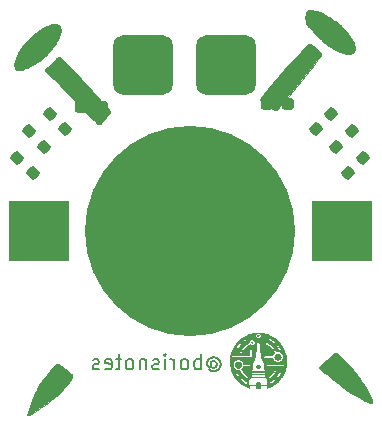
<source format=gbr>
%TF.GenerationSoftware,KiCad,Pcbnew,9.0.6*%
%TF.CreationDate,2025-12-04T01:13:43+01:00*%
%TF.ProjectId,knit_yarn_badge_v2,6b6e6974-5f79-4617-926e-5f6261646765,rev?*%
%TF.SameCoordinates,Original*%
%TF.FileFunction,Soldermask,Bot*%
%TF.FilePolarity,Negative*%
%FSLAX46Y46*%
G04 Gerber Fmt 4.6, Leading zero omitted, Abs format (unit mm)*
G04 Created by KiCad (PCBNEW 9.0.6) date 2025-12-04 01:13:43*
%MOMM*%
%LPD*%
G01*
G04 APERTURE LIST*
G04 Aperture macros list*
%AMRoundRect*
0 Rectangle with rounded corners*
0 $1 Rounding radius*
0 $2 $3 $4 $5 $6 $7 $8 $9 X,Y pos of 4 corners*
0 Add a 4 corners polygon primitive as box body*
4,1,4,$2,$3,$4,$5,$6,$7,$8,$9,$2,$3,0*
0 Add four circle primitives for the rounded corners*
1,1,$1+$1,$2,$3*
1,1,$1+$1,$4,$5*
1,1,$1+$1,$6,$7*
1,1,$1+$1,$8,$9*
0 Add four rect primitives between the rounded corners*
20,1,$1+$1,$2,$3,$4,$5,0*
20,1,$1+$1,$4,$5,$6,$7,0*
20,1,$1+$1,$6,$7,$8,$9,0*
20,1,$1+$1,$8,$9,$2,$3,0*%
G04 Aperture macros list end*
%ADD10C,0.100000*%
%ADD11C,0.000000*%
%ADD12C,0.156250*%
%ADD13RoundRect,0.750000X1.750000X1.750000X-1.750000X1.750000X-1.750000X-1.750000X1.750000X-1.750000X0*%
%ADD14RoundRect,0.237500X0.344715X-0.008839X-0.008839X0.344715X-0.344715X0.008839X0.008839X-0.344715X0*%
%ADD15RoundRect,0.237500X-0.287500X-0.237500X0.287500X-0.237500X0.287500X0.237500X-0.287500X0.237500X0*%
%ADD16RoundRect,0.237500X0.035355X0.371231X-0.371231X-0.035355X-0.035355X-0.371231X0.371231X0.035355X0*%
%ADD17RoundRect,0.237500X-0.008839X-0.344715X0.344715X0.008839X0.008839X0.344715X-0.344715X-0.008839X0*%
%ADD18RoundRect,0.237500X0.371231X-0.035355X-0.035355X0.371231X-0.371231X0.035355X0.035355X-0.371231X0*%
%ADD19RoundRect,0.237500X-0.371231X0.035355X0.035355X-0.371231X0.371231X-0.035355X-0.035355X0.371231X0*%
%ADD20RoundRect,0.237500X-0.035355X-0.371231X0.371231X0.035355X0.035355X0.371231X-0.371231X-0.035355X0*%
%ADD21RoundRect,0.237500X0.287500X0.237500X-0.287500X0.237500X-0.287500X-0.237500X0.287500X-0.237500X0*%
%ADD22R,5.100000X5.100000*%
%ADD23C,17.800000*%
G04 APERTURE END LIST*
D10*
X112305252Y-101343925D02*
X112312597Y-101344798D01*
X112326979Y-101348123D01*
X112341225Y-101353390D01*
X112355667Y-101360402D01*
X112370632Y-101368959D01*
X112386409Y-101378905D01*
X112403105Y-101390248D01*
X112420789Y-101403039D01*
X112439526Y-101417326D01*
X112459383Y-101433161D01*
X112480426Y-101450593D01*
X112502722Y-101469671D01*
X112526337Y-101490446D01*
X112577792Y-101537285D01*
X112635321Y-101591508D01*
X112699456Y-101653514D01*
X112770729Y-101723701D01*
X112934039Y-101887645D01*
X113115647Y-102073682D01*
X113303177Y-102269590D01*
X113484255Y-102463142D01*
X113568861Y-102555595D01*
X113649337Y-102645144D01*
X113726264Y-102732527D01*
X113800219Y-102818487D01*
X113871783Y-102903764D01*
X113941535Y-102989097D01*
X114010053Y-103075228D01*
X114077917Y-103162897D01*
X114145576Y-103252650D01*
X114212969Y-103344243D01*
X114279906Y-103437241D01*
X114346198Y-103531205D01*
X114476087Y-103720293D01*
X114601116Y-103908016D01*
X114719857Y-104091319D01*
X114831233Y-104268929D01*
X114883850Y-104355338D01*
X114934256Y-104440010D01*
X114982327Y-104522839D01*
X115027939Y-104603723D01*
X115070978Y-104682521D01*
X115111359Y-104758947D01*
X115149007Y-104832677D01*
X115183845Y-104903388D01*
X115215799Y-104970759D01*
X115244791Y-105034466D01*
X115270746Y-105094187D01*
X115293589Y-105149599D01*
X115313290Y-105200487D01*
X115330020Y-105247077D01*
X115343998Y-105289700D01*
X115355443Y-105328688D01*
X115364572Y-105364372D01*
X115371604Y-105397086D01*
X115376758Y-105427162D01*
X115380251Y-105454931D01*
X115381434Y-105468047D01*
X115382246Y-105480668D01*
X115382676Y-105492791D01*
X115382715Y-105504412D01*
X115382351Y-105515531D01*
X115381573Y-105526145D01*
X115380371Y-105536250D01*
X115378733Y-105545845D01*
X115376649Y-105554928D01*
X115374109Y-105563496D01*
X115371101Y-105571547D01*
X115367614Y-105579077D01*
X115363638Y-105586086D01*
X115359163Y-105592570D01*
X115354176Y-105598528D01*
X115348667Y-105603956D01*
X115345708Y-105606466D01*
X115342570Y-105608816D01*
X115339207Y-105610979D01*
X115335573Y-105612927D01*
X115331623Y-105614633D01*
X115327310Y-105616070D01*
X115322588Y-105617210D01*
X115317411Y-105618026D01*
X115311734Y-105618492D01*
X115305510Y-105618578D01*
X115298693Y-105618259D01*
X115291238Y-105617507D01*
X115283098Y-105616295D01*
X115274228Y-105614595D01*
X115264581Y-105612380D01*
X115254112Y-105609623D01*
X115242774Y-105606296D01*
X115230522Y-105602373D01*
X115217310Y-105597826D01*
X115203091Y-105592627D01*
X115187820Y-105586750D01*
X115171451Y-105580167D01*
X115153937Y-105572850D01*
X115135233Y-105564773D01*
X115115293Y-105555909D01*
X115094070Y-105546229D01*
X115071520Y-105535707D01*
X115047595Y-105524315D01*
X115022250Y-105512027D01*
X114995439Y-105498814D01*
X114967116Y-105484650D01*
X114937235Y-105469507D01*
X114802613Y-105399403D01*
X114647805Y-105316269D01*
X114299534Y-105123170D01*
X113936229Y-104914734D01*
X113762629Y-104812427D01*
X113601698Y-104715482D01*
X113457251Y-104625972D01*
X113326444Y-104541985D01*
X113204766Y-104460618D01*
X113087711Y-104378967D01*
X112970770Y-104294126D01*
X112849433Y-104203192D01*
X112575541Y-103991424D01*
X112243439Y-103730152D01*
X111884386Y-103444738D01*
X111543102Y-103170258D01*
X111264305Y-102941787D01*
X111160858Y-102854631D01*
X111081052Y-102785299D01*
X111021728Y-102731342D01*
X110979724Y-102690312D01*
X110964230Y-102673879D01*
X110951882Y-102659759D01*
X110942283Y-102647646D01*
X110935039Y-102637235D01*
X110929755Y-102628219D01*
X110926036Y-102620291D01*
X110921713Y-102606479D01*
X110920380Y-102600037D01*
X110919397Y-102593774D01*
X110918734Y-102587702D01*
X110918362Y-102581829D01*
X110918250Y-102576164D01*
X110918369Y-102570718D01*
X110918690Y-102565500D01*
X110919183Y-102560519D01*
X110919818Y-102555784D01*
X110920566Y-102551306D01*
X110922282Y-102543155D01*
X110924093Y-102536143D01*
X110925762Y-102530345D01*
X110926527Y-102527875D01*
X110926972Y-102526664D01*
X110927512Y-102525418D01*
X110928186Y-102524099D01*
X110929033Y-102522667D01*
X110930094Y-102521084D01*
X110931406Y-102519312D01*
X110933011Y-102517312D01*
X110934947Y-102515046D01*
X110937254Y-102512474D01*
X110939970Y-102509559D01*
X110943137Y-102506262D01*
X110946793Y-102502545D01*
X110950977Y-102498368D01*
X110955729Y-102493693D01*
X110961088Y-102488482D01*
X110967095Y-102482697D01*
X110973788Y-102476298D01*
X110981206Y-102469247D01*
X110998378Y-102453035D01*
X111018927Y-102433753D01*
X111043168Y-102411092D01*
X111071416Y-102384745D01*
X111141198Y-102319755D01*
X111141197Y-102319757D01*
X111141197Y-102319758D01*
X111141197Y-102319760D01*
X111141197Y-102319762D01*
X111141197Y-102319763D01*
X111141196Y-102319765D01*
X111141196Y-102319768D01*
X111141195Y-102319771D01*
X111141194Y-102319774D01*
X111141194Y-102319775D01*
X111141194Y-102319777D01*
X111141194Y-102319778D01*
X111141194Y-102319780D01*
X111566799Y-101925660D01*
X111804735Y-101709200D01*
X111913576Y-101612098D01*
X112009415Y-101528501D01*
X112051145Y-101493066D01*
X112088782Y-101461951D01*
X112122656Y-101434957D01*
X112153096Y-101411887D01*
X112180433Y-101392543D01*
X112204996Y-101376725D01*
X112227115Y-101364237D01*
X112247120Y-101354880D01*
X112265341Y-101348455D01*
X112273886Y-101346281D01*
X112282108Y-101344766D01*
X112290049Y-101343884D01*
X112297750Y-101343612D01*
X112305252Y-101343925D01*
G36*
X112305252Y-101343925D02*
G01*
X112312597Y-101344798D01*
X112326979Y-101348123D01*
X112341225Y-101353390D01*
X112355667Y-101360402D01*
X112370632Y-101368959D01*
X112386409Y-101378905D01*
X112403105Y-101390248D01*
X112420789Y-101403039D01*
X112439526Y-101417326D01*
X112459383Y-101433161D01*
X112480426Y-101450593D01*
X112502722Y-101469671D01*
X112526337Y-101490446D01*
X112577792Y-101537285D01*
X112635321Y-101591508D01*
X112699456Y-101653514D01*
X112770729Y-101723701D01*
X112934039Y-101887645D01*
X113115647Y-102073682D01*
X113303177Y-102269590D01*
X113484255Y-102463142D01*
X113568861Y-102555595D01*
X113649337Y-102645144D01*
X113726264Y-102732527D01*
X113800219Y-102818487D01*
X113871783Y-102903764D01*
X113941535Y-102989097D01*
X114010053Y-103075228D01*
X114077917Y-103162897D01*
X114145576Y-103252650D01*
X114212969Y-103344243D01*
X114279906Y-103437241D01*
X114346198Y-103531205D01*
X114476087Y-103720293D01*
X114601116Y-103908016D01*
X114719857Y-104091319D01*
X114831233Y-104268929D01*
X114883850Y-104355338D01*
X114934256Y-104440010D01*
X114982327Y-104522839D01*
X115027939Y-104603723D01*
X115070978Y-104682521D01*
X115111359Y-104758947D01*
X115149007Y-104832677D01*
X115183845Y-104903388D01*
X115215799Y-104970759D01*
X115244791Y-105034466D01*
X115270746Y-105094187D01*
X115293589Y-105149599D01*
X115313290Y-105200487D01*
X115330020Y-105247077D01*
X115343998Y-105289700D01*
X115355443Y-105328688D01*
X115364572Y-105364372D01*
X115371604Y-105397086D01*
X115376758Y-105427162D01*
X115380251Y-105454931D01*
X115381434Y-105468047D01*
X115382246Y-105480668D01*
X115382676Y-105492791D01*
X115382715Y-105504412D01*
X115382351Y-105515531D01*
X115381573Y-105526145D01*
X115380371Y-105536250D01*
X115378733Y-105545845D01*
X115376649Y-105554928D01*
X115374109Y-105563496D01*
X115371101Y-105571547D01*
X115367614Y-105579077D01*
X115363638Y-105586086D01*
X115359163Y-105592570D01*
X115354176Y-105598528D01*
X115348667Y-105603956D01*
X115345708Y-105606466D01*
X115342570Y-105608816D01*
X115339207Y-105610979D01*
X115335573Y-105612927D01*
X115331623Y-105614633D01*
X115327310Y-105616070D01*
X115322588Y-105617210D01*
X115317411Y-105618026D01*
X115311734Y-105618492D01*
X115305510Y-105618578D01*
X115298693Y-105618259D01*
X115291238Y-105617507D01*
X115283098Y-105616295D01*
X115274228Y-105614595D01*
X115264581Y-105612380D01*
X115254112Y-105609623D01*
X115242774Y-105606296D01*
X115230522Y-105602373D01*
X115217310Y-105597826D01*
X115203091Y-105592627D01*
X115187820Y-105586750D01*
X115171451Y-105580167D01*
X115153937Y-105572850D01*
X115135233Y-105564773D01*
X115115293Y-105555909D01*
X115094070Y-105546229D01*
X115071520Y-105535707D01*
X115047595Y-105524315D01*
X115022250Y-105512027D01*
X114995439Y-105498814D01*
X114967116Y-105484650D01*
X114937235Y-105469507D01*
X114802613Y-105399403D01*
X114647805Y-105316269D01*
X114299534Y-105123170D01*
X113936229Y-104914734D01*
X113762629Y-104812427D01*
X113601698Y-104715482D01*
X113457251Y-104625972D01*
X113326444Y-104541985D01*
X113204766Y-104460618D01*
X113087711Y-104378967D01*
X112970770Y-104294126D01*
X112849433Y-104203192D01*
X112575541Y-103991424D01*
X112243439Y-103730152D01*
X111884386Y-103444738D01*
X111543102Y-103170258D01*
X111264305Y-102941787D01*
X111160858Y-102854631D01*
X111081052Y-102785299D01*
X111021728Y-102731342D01*
X110979724Y-102690312D01*
X110964230Y-102673879D01*
X110951882Y-102659759D01*
X110942283Y-102647646D01*
X110935039Y-102637235D01*
X110929755Y-102628219D01*
X110926036Y-102620291D01*
X110921713Y-102606479D01*
X110920380Y-102600037D01*
X110919397Y-102593774D01*
X110918734Y-102587702D01*
X110918362Y-102581829D01*
X110918250Y-102576164D01*
X110918369Y-102570718D01*
X110918690Y-102565500D01*
X110919183Y-102560519D01*
X110919818Y-102555784D01*
X110920566Y-102551306D01*
X110922282Y-102543155D01*
X110924093Y-102536143D01*
X110925762Y-102530345D01*
X110926527Y-102527875D01*
X110926972Y-102526664D01*
X110927512Y-102525418D01*
X110928186Y-102524099D01*
X110929033Y-102522667D01*
X110930094Y-102521084D01*
X110931406Y-102519312D01*
X110933011Y-102517312D01*
X110934947Y-102515046D01*
X110937254Y-102512474D01*
X110939970Y-102509559D01*
X110943137Y-102506262D01*
X110946793Y-102502545D01*
X110950977Y-102498368D01*
X110955729Y-102493693D01*
X110961088Y-102488482D01*
X110967095Y-102482697D01*
X110973788Y-102476298D01*
X110981206Y-102469247D01*
X110998378Y-102453035D01*
X111018927Y-102433753D01*
X111043168Y-102411092D01*
X111071416Y-102384745D01*
X111141198Y-102319755D01*
X111141197Y-102319757D01*
X111141197Y-102319758D01*
X111141197Y-102319760D01*
X111141197Y-102319762D01*
X111141197Y-102319763D01*
X111141196Y-102319765D01*
X111141196Y-102319768D01*
X111141195Y-102319771D01*
X111141194Y-102319774D01*
X111141194Y-102319775D01*
X111141194Y-102319777D01*
X111141194Y-102319778D01*
X111141194Y-102319780D01*
X111566799Y-101925660D01*
X111804735Y-101709200D01*
X111913576Y-101612098D01*
X112009415Y-101528501D01*
X112051145Y-101493066D01*
X112088782Y-101461951D01*
X112122656Y-101434957D01*
X112153096Y-101411887D01*
X112180433Y-101392543D01*
X112204996Y-101376725D01*
X112227115Y-101364237D01*
X112247120Y-101354880D01*
X112265341Y-101348455D01*
X112273886Y-101346281D01*
X112282108Y-101344766D01*
X112290049Y-101343884D01*
X112297750Y-101343612D01*
X112305252Y-101343925D01*
G37*
X88749252Y-102281286D02*
X88762026Y-102282409D01*
X88775040Y-102284616D01*
X88788357Y-102287896D01*
X88802042Y-102292240D01*
X88816159Y-102297637D01*
X88830772Y-102304077D01*
X88845945Y-102311548D01*
X88861742Y-102320041D01*
X88895464Y-102340052D01*
X88932451Y-102364025D01*
X88973216Y-102391878D01*
X89066708Y-102458439D01*
X89172935Y-102536826D01*
X89287476Y-102623680D01*
X89405907Y-102715639D01*
X89523807Y-102809344D01*
X89636753Y-102901435D01*
X89740322Y-102988553D01*
X89830092Y-103067336D01*
X89868508Y-103102704D01*
X89902344Y-103135622D01*
X89917538Y-103151312D01*
X89931577Y-103166567D01*
X89944460Y-103181447D01*
X89956184Y-103196011D01*
X89966744Y-103210320D01*
X89976139Y-103224431D01*
X89984366Y-103238405D01*
X89991420Y-103252300D01*
X89997301Y-103266177D01*
X90002004Y-103280094D01*
X90005526Y-103294110D01*
X90007865Y-103308286D01*
X90009017Y-103322679D01*
X90008981Y-103337351D01*
X90007752Y-103352359D01*
X90005327Y-103367764D01*
X90001705Y-103383624D01*
X89996881Y-103399999D01*
X89990853Y-103416948D01*
X89983617Y-103434531D01*
X89975172Y-103452807D01*
X89965514Y-103471834D01*
X89954639Y-103491674D01*
X89942546Y-103512384D01*
X89914690Y-103556654D01*
X89881922Y-103605119D01*
X89802159Y-103715241D01*
X89706071Y-103840093D01*
X89597075Y-103975726D01*
X89478589Y-104118192D01*
X89354029Y-104263544D01*
X89226811Y-104407832D01*
X89100352Y-104547109D01*
X88978069Y-104677427D01*
X88862289Y-104795974D01*
X88750990Y-104904479D01*
X88641058Y-105005809D01*
X88529379Y-105102831D01*
X88412841Y-105198410D01*
X88288329Y-105295413D01*
X88152732Y-105396705D01*
X88002935Y-105505155D01*
X87659711Y-105746382D01*
X87290826Y-105998996D01*
X86939860Y-106234299D01*
X86650395Y-106423589D01*
X86540922Y-106492958D01*
X86454626Y-106545735D01*
X86388413Y-106584010D01*
X86339189Y-106609869D01*
X86319980Y-106618796D01*
X86303859Y-106625403D01*
X86290438Y-106629949D01*
X86279330Y-106632697D01*
X86270150Y-106633908D01*
X86262509Y-106633842D01*
X86256021Y-106632761D01*
X86250301Y-106630926D01*
X86247614Y-106629801D01*
X86245021Y-106628560D01*
X86242519Y-106627209D01*
X86240107Y-106625755D01*
X86237783Y-106624206D01*
X86235544Y-106622567D01*
X86233390Y-106620846D01*
X86231318Y-106619050D01*
X86229327Y-106617185D01*
X86227415Y-106615258D01*
X86225580Y-106613276D01*
X86223821Y-106611246D01*
X86220520Y-106607067D01*
X86217500Y-106602778D01*
X86214745Y-106598432D01*
X86212242Y-106594083D01*
X86209976Y-106589787D01*
X86207933Y-106585597D01*
X86206099Y-106581569D01*
X86204459Y-106577756D01*
X86201707Y-106570997D01*
X86201122Y-106569514D01*
X86200597Y-106568056D01*
X86200156Y-106566549D01*
X86199973Y-106565756D01*
X86199820Y-106564924D01*
X86199699Y-106564044D01*
X86199613Y-106563109D01*
X86199564Y-106562108D01*
X86199556Y-106561032D01*
X86199591Y-106559874D01*
X86199672Y-106558624D01*
X86199802Y-106557272D01*
X86199984Y-106555811D01*
X86200221Y-106554232D01*
X86200515Y-106552524D01*
X86200869Y-106550681D01*
X86201286Y-106548692D01*
X86202320Y-106544242D01*
X86203641Y-106539104D01*
X86205270Y-106533207D01*
X86207230Y-106526479D01*
X86209544Y-106518849D01*
X86212233Y-106510247D01*
X86215322Y-106500601D01*
X86218831Y-106489839D01*
X86222785Y-106477891D01*
X86227204Y-106464686D01*
X86232112Y-106450152D01*
X86237532Y-106434218D01*
X86249996Y-106397866D01*
X86264775Y-106355060D01*
X86282050Y-106305232D01*
X86324812Y-106182229D01*
X86443666Y-105842626D01*
X86595322Y-105421322D01*
X86678515Y-105198161D01*
X86763986Y-104976328D01*
X86849761Y-104763074D01*
X86933865Y-104565652D01*
X86974748Y-104474911D01*
X87014922Y-104389441D01*
X87054589Y-104308745D01*
X87093949Y-104232326D01*
X87133205Y-104159683D01*
X87172557Y-104090320D01*
X87212209Y-104023737D01*
X87252362Y-103959438D01*
X87334976Y-103835692D01*
X87422012Y-103715098D01*
X87515086Y-103593668D01*
X87615810Y-103467416D01*
X87840358Y-103194705D01*
X88077052Y-102916073D01*
X88300990Y-102660830D01*
X88400393Y-102551137D01*
X88487268Y-102458282D01*
X88525185Y-102419222D01*
X88559705Y-102385205D01*
X88591338Y-102356147D01*
X88606234Y-102343451D01*
X88620600Y-102331964D01*
X88634501Y-102321676D01*
X88648000Y-102312575D01*
X88661163Y-102304652D01*
X88674054Y-102297895D01*
X88686735Y-102292296D01*
X88699272Y-102287843D01*
X88711728Y-102284526D01*
X88724167Y-102282334D01*
X88736654Y-102281258D01*
X88749252Y-102281286D01*
G36*
X88749252Y-102281286D02*
G01*
X88762026Y-102282409D01*
X88775040Y-102284616D01*
X88788357Y-102287896D01*
X88802042Y-102292240D01*
X88816159Y-102297637D01*
X88830772Y-102304077D01*
X88845945Y-102311548D01*
X88861742Y-102320041D01*
X88895464Y-102340052D01*
X88932451Y-102364025D01*
X88973216Y-102391878D01*
X89066708Y-102458439D01*
X89172935Y-102536826D01*
X89287476Y-102623680D01*
X89405907Y-102715639D01*
X89523807Y-102809344D01*
X89636753Y-102901435D01*
X89740322Y-102988553D01*
X89830092Y-103067336D01*
X89868508Y-103102704D01*
X89902344Y-103135622D01*
X89917538Y-103151312D01*
X89931577Y-103166567D01*
X89944460Y-103181447D01*
X89956184Y-103196011D01*
X89966744Y-103210320D01*
X89976139Y-103224431D01*
X89984366Y-103238405D01*
X89991420Y-103252300D01*
X89997301Y-103266177D01*
X90002004Y-103280094D01*
X90005526Y-103294110D01*
X90007865Y-103308286D01*
X90009017Y-103322679D01*
X90008981Y-103337351D01*
X90007752Y-103352359D01*
X90005327Y-103367764D01*
X90001705Y-103383624D01*
X89996881Y-103399999D01*
X89990853Y-103416948D01*
X89983617Y-103434531D01*
X89975172Y-103452807D01*
X89965514Y-103471834D01*
X89954639Y-103491674D01*
X89942546Y-103512384D01*
X89914690Y-103556654D01*
X89881922Y-103605119D01*
X89802159Y-103715241D01*
X89706071Y-103840093D01*
X89597075Y-103975726D01*
X89478589Y-104118192D01*
X89354029Y-104263544D01*
X89226811Y-104407832D01*
X89100352Y-104547109D01*
X88978069Y-104677427D01*
X88862289Y-104795974D01*
X88750990Y-104904479D01*
X88641058Y-105005809D01*
X88529379Y-105102831D01*
X88412841Y-105198410D01*
X88288329Y-105295413D01*
X88152732Y-105396705D01*
X88002935Y-105505155D01*
X87659711Y-105746382D01*
X87290826Y-105998996D01*
X86939860Y-106234299D01*
X86650395Y-106423589D01*
X86540922Y-106492958D01*
X86454626Y-106545735D01*
X86388413Y-106584010D01*
X86339189Y-106609869D01*
X86319980Y-106618796D01*
X86303859Y-106625403D01*
X86290438Y-106629949D01*
X86279330Y-106632697D01*
X86270150Y-106633908D01*
X86262509Y-106633842D01*
X86256021Y-106632761D01*
X86250301Y-106630926D01*
X86247614Y-106629801D01*
X86245021Y-106628560D01*
X86242519Y-106627209D01*
X86240107Y-106625755D01*
X86237783Y-106624206D01*
X86235544Y-106622567D01*
X86233390Y-106620846D01*
X86231318Y-106619050D01*
X86229327Y-106617185D01*
X86227415Y-106615258D01*
X86225580Y-106613276D01*
X86223821Y-106611246D01*
X86220520Y-106607067D01*
X86217500Y-106602778D01*
X86214745Y-106598432D01*
X86212242Y-106594083D01*
X86209976Y-106589787D01*
X86207933Y-106585597D01*
X86206099Y-106581569D01*
X86204459Y-106577756D01*
X86201707Y-106570997D01*
X86201122Y-106569514D01*
X86200597Y-106568056D01*
X86200156Y-106566549D01*
X86199973Y-106565756D01*
X86199820Y-106564924D01*
X86199699Y-106564044D01*
X86199613Y-106563109D01*
X86199564Y-106562108D01*
X86199556Y-106561032D01*
X86199591Y-106559874D01*
X86199672Y-106558624D01*
X86199802Y-106557272D01*
X86199984Y-106555811D01*
X86200221Y-106554232D01*
X86200515Y-106552524D01*
X86200869Y-106550681D01*
X86201286Y-106548692D01*
X86202320Y-106544242D01*
X86203641Y-106539104D01*
X86205270Y-106533207D01*
X86207230Y-106526479D01*
X86209544Y-106518849D01*
X86212233Y-106510247D01*
X86215322Y-106500601D01*
X86218831Y-106489839D01*
X86222785Y-106477891D01*
X86227204Y-106464686D01*
X86232112Y-106450152D01*
X86237532Y-106434218D01*
X86249996Y-106397866D01*
X86264775Y-106355060D01*
X86282050Y-106305232D01*
X86324812Y-106182229D01*
X86443666Y-105842626D01*
X86595322Y-105421322D01*
X86678515Y-105198161D01*
X86763986Y-104976328D01*
X86849761Y-104763074D01*
X86933865Y-104565652D01*
X86974748Y-104474911D01*
X87014922Y-104389441D01*
X87054589Y-104308745D01*
X87093949Y-104232326D01*
X87133205Y-104159683D01*
X87172557Y-104090320D01*
X87212209Y-104023737D01*
X87252362Y-103959438D01*
X87334976Y-103835692D01*
X87422012Y-103715098D01*
X87515086Y-103593668D01*
X87615810Y-103467416D01*
X87840358Y-103194705D01*
X88077052Y-102916073D01*
X88300990Y-102660830D01*
X88400393Y-102551137D01*
X88487268Y-102458282D01*
X88525185Y-102419222D01*
X88559705Y-102385205D01*
X88591338Y-102356147D01*
X88606234Y-102343451D01*
X88620600Y-102331964D01*
X88634501Y-102321676D01*
X88648000Y-102312575D01*
X88661163Y-102304652D01*
X88674054Y-102297895D01*
X88686735Y-102292296D01*
X88699272Y-102287843D01*
X88711728Y-102284526D01*
X88724167Y-102282334D01*
X88736654Y-102281258D01*
X88749252Y-102281286D01*
G37*
X110100690Y-72352355D02*
X110117010Y-72352504D01*
X110167687Y-72353099D01*
X110167691Y-72353107D01*
X110247490Y-72354449D01*
X110296243Y-72355868D01*
X110349089Y-72358087D01*
X110404674Y-72361331D01*
X110461642Y-72365824D01*
X110518637Y-72371791D01*
X110574303Y-72379458D01*
X110601255Y-72383995D01*
X110627609Y-72389011D01*
X110653439Y-72394504D01*
X110678820Y-72400470D01*
X110703825Y-72406906D01*
X110728528Y-72413808D01*
X110777323Y-72428997D01*
X110825796Y-72446012D01*
X110874538Y-72464825D01*
X110924139Y-72485410D01*
X110975191Y-72507741D01*
X111028275Y-72531865D01*
X111083948Y-72558137D01*
X111142763Y-72586986D01*
X111205269Y-72618842D01*
X111272017Y-72654134D01*
X111343556Y-72693292D01*
X111420437Y-72736746D01*
X111503210Y-72784924D01*
X111592115Y-72838062D01*
X111686133Y-72895616D01*
X111783935Y-72956847D01*
X111884194Y-73021017D01*
X111985580Y-73087388D01*
X112086764Y-73155223D01*
X112186419Y-73223783D01*
X112283215Y-73292330D01*
X112376120Y-73360318D01*
X112465279Y-73427970D01*
X112551135Y-73495701D01*
X112634132Y-73563930D01*
X112714713Y-73633071D01*
X112793321Y-73703541D01*
X112870398Y-73775756D01*
X112946389Y-73850133D01*
X113021600Y-73926955D01*
X113095790Y-74005978D01*
X113168585Y-74086826D01*
X113239607Y-74169123D01*
X113308482Y-74252494D01*
X113374833Y-74336563D01*
X113438285Y-74420955D01*
X113498463Y-74505293D01*
X113555027Y-74589227D01*
X113607793Y-74672502D01*
X113656612Y-74754891D01*
X113701338Y-74836165D01*
X113741822Y-74916097D01*
X113777918Y-74994459D01*
X113809476Y-75071023D01*
X113823508Y-75108559D01*
X113836350Y-75145560D01*
X113847994Y-75181994D01*
X113858464Y-75217816D01*
X113867798Y-75252976D01*
X113876028Y-75287427D01*
X113883192Y-75321119D01*
X113889323Y-75354004D01*
X113894458Y-75386033D01*
X113898632Y-75417158D01*
X113901879Y-75447331D01*
X113904235Y-75476501D01*
X113905735Y-75504621D01*
X113906415Y-75531643D01*
X113906310Y-75557516D01*
X113905454Y-75582194D01*
X113903884Y-75605626D01*
X113901635Y-75627766D01*
X113898738Y-75648586D01*
X113895226Y-75668152D01*
X113891128Y-75686554D01*
X113886471Y-75703881D01*
X113881284Y-75720221D01*
X113875596Y-75735663D01*
X113869435Y-75750296D01*
X113862830Y-75764210D01*
X113855809Y-75777493D01*
X113848400Y-75790234D01*
X113840633Y-75802522D01*
X113832535Y-75814445D01*
X113815460Y-75837556D01*
X113797406Y-75860277D01*
X113778530Y-75883134D01*
X113758714Y-75905896D01*
X113748395Y-75917112D01*
X113737771Y-75928148D01*
X113726818Y-75938952D01*
X113715513Y-75949473D01*
X113703832Y-75959658D01*
X113691751Y-75969456D01*
X113679248Y-75978814D01*
X113666298Y-75987681D01*
X113652878Y-75996004D01*
X113638965Y-76003731D01*
X113624536Y-76010812D01*
X113609566Y-76017192D01*
X113594033Y-76022834D01*
X113577922Y-76027747D01*
X113561216Y-76031955D01*
X113543902Y-76035483D01*
X113525964Y-76038352D01*
X113507386Y-76040588D01*
X113488154Y-76042212D01*
X113468253Y-76043250D01*
X113447667Y-76043723D01*
X113426382Y-76043656D01*
X113404381Y-76043073D01*
X113381651Y-76041996D01*
X113358176Y-76040449D01*
X113333941Y-76038456D01*
X113283129Y-76033224D01*
X113229113Y-76026413D01*
X113171849Y-76017816D01*
X113111310Y-76007152D01*
X113047469Y-75994138D01*
X112980299Y-75978494D01*
X112909773Y-75959937D01*
X112835864Y-75938186D01*
X112758545Y-75912959D01*
X112677814Y-75883993D01*
X112593769Y-75851108D01*
X112506530Y-75814143D01*
X112416218Y-75772936D01*
X112322953Y-75727327D01*
X112226855Y-75677154D01*
X112128045Y-75622256D01*
X112026644Y-75562472D01*
X111922773Y-75497654D01*
X111816555Y-75427710D01*
X111708108Y-75352558D01*
X111597555Y-75272117D01*
X111485014Y-75186308D01*
X111370608Y-75095049D01*
X111254456Y-74998259D01*
X111136679Y-74895858D01*
X111017602Y-74788086D01*
X110898351Y-74676462D01*
X110780255Y-74562825D01*
X110664641Y-74449014D01*
X110446179Y-74228225D01*
X110253594Y-74028804D01*
X110170043Y-73941115D01*
X110095245Y-73860755D01*
X110028822Y-73786033D01*
X109998634Y-73750257D01*
X109970399Y-73715257D01*
X109944070Y-73680820D01*
X109919600Y-73646736D01*
X109896942Y-73612792D01*
X109876049Y-73578778D01*
X109856875Y-73544482D01*
X109839371Y-73509692D01*
X109823491Y-73474198D01*
X109809189Y-73437787D01*
X109796414Y-73400314D01*
X109785104Y-73361887D01*
X109775198Y-73322682D01*
X109766631Y-73282873D01*
X109759339Y-73242635D01*
X109753258Y-73202142D01*
X109748325Y-73161569D01*
X109744476Y-73121089D01*
X109741647Y-73080878D01*
X109739774Y-73041110D01*
X109738643Y-72963600D01*
X109740572Y-72889956D01*
X109745051Y-72821574D01*
X109748093Y-72789755D01*
X109751614Y-72759551D01*
X109755580Y-72730915D01*
X109759961Y-72703797D01*
X109764724Y-72678148D01*
X109769837Y-72653921D01*
X109775269Y-72631066D01*
X109780988Y-72609535D01*
X109786962Y-72589279D01*
X109793158Y-72570250D01*
X109806094Y-72535676D01*
X109819541Y-72505424D01*
X109833243Y-72479105D01*
X109840116Y-72467300D01*
X109846997Y-72456345D01*
X109853890Y-72446202D01*
X109860804Y-72436833D01*
X109867744Y-72428203D01*
X109874718Y-72420275D01*
X109881733Y-72413010D01*
X109888794Y-72406373D01*
X109895909Y-72400327D01*
X109903084Y-72394834D01*
X109910327Y-72389858D01*
X109917644Y-72385362D01*
X109925041Y-72381308D01*
X109932525Y-72377661D01*
X109940104Y-72374382D01*
X109947783Y-72371436D01*
X109955562Y-72368788D01*
X109963407Y-72366419D01*
X109971280Y-72364312D01*
X109979139Y-72362450D01*
X109986944Y-72360817D01*
X109994655Y-72359395D01*
X110009634Y-72357119D01*
X110023753Y-72355486D01*
X110036691Y-72354361D01*
X110057736Y-72353099D01*
X110065469Y-72352752D01*
X110072342Y-72352504D01*
X110079645Y-72352355D01*
X110088664Y-72352306D01*
X110100690Y-72352355D01*
G36*
X110100690Y-72352355D02*
G01*
X110117010Y-72352504D01*
X110167687Y-72353099D01*
X110167691Y-72353107D01*
X110247490Y-72354449D01*
X110296243Y-72355868D01*
X110349089Y-72358087D01*
X110404674Y-72361331D01*
X110461642Y-72365824D01*
X110518637Y-72371791D01*
X110574303Y-72379458D01*
X110601255Y-72383995D01*
X110627609Y-72389011D01*
X110653439Y-72394504D01*
X110678820Y-72400470D01*
X110703825Y-72406906D01*
X110728528Y-72413808D01*
X110777323Y-72428997D01*
X110825796Y-72446012D01*
X110874538Y-72464825D01*
X110924139Y-72485410D01*
X110975191Y-72507741D01*
X111028275Y-72531865D01*
X111083948Y-72558137D01*
X111142763Y-72586986D01*
X111205269Y-72618842D01*
X111272017Y-72654134D01*
X111343556Y-72693292D01*
X111420437Y-72736746D01*
X111503210Y-72784924D01*
X111592115Y-72838062D01*
X111686133Y-72895616D01*
X111783935Y-72956847D01*
X111884194Y-73021017D01*
X111985580Y-73087388D01*
X112086764Y-73155223D01*
X112186419Y-73223783D01*
X112283215Y-73292330D01*
X112376120Y-73360318D01*
X112465279Y-73427970D01*
X112551135Y-73495701D01*
X112634132Y-73563930D01*
X112714713Y-73633071D01*
X112793321Y-73703541D01*
X112870398Y-73775756D01*
X112946389Y-73850133D01*
X113021600Y-73926955D01*
X113095790Y-74005978D01*
X113168585Y-74086826D01*
X113239607Y-74169123D01*
X113308482Y-74252494D01*
X113374833Y-74336563D01*
X113438285Y-74420955D01*
X113498463Y-74505293D01*
X113555027Y-74589227D01*
X113607793Y-74672502D01*
X113656612Y-74754891D01*
X113701338Y-74836165D01*
X113741822Y-74916097D01*
X113777918Y-74994459D01*
X113809476Y-75071023D01*
X113823508Y-75108559D01*
X113836350Y-75145560D01*
X113847994Y-75181994D01*
X113858464Y-75217816D01*
X113867798Y-75252976D01*
X113876028Y-75287427D01*
X113883192Y-75321119D01*
X113889323Y-75354004D01*
X113894458Y-75386033D01*
X113898632Y-75417158D01*
X113901879Y-75447331D01*
X113904235Y-75476501D01*
X113905735Y-75504621D01*
X113906415Y-75531643D01*
X113906310Y-75557516D01*
X113905454Y-75582194D01*
X113903884Y-75605626D01*
X113901635Y-75627766D01*
X113898738Y-75648586D01*
X113895226Y-75668152D01*
X113891128Y-75686554D01*
X113886471Y-75703881D01*
X113881284Y-75720221D01*
X113875596Y-75735663D01*
X113869435Y-75750296D01*
X113862830Y-75764210D01*
X113855809Y-75777493D01*
X113848400Y-75790234D01*
X113840633Y-75802522D01*
X113832535Y-75814445D01*
X113815460Y-75837556D01*
X113797406Y-75860277D01*
X113778530Y-75883134D01*
X113758714Y-75905896D01*
X113748395Y-75917112D01*
X113737771Y-75928148D01*
X113726818Y-75938952D01*
X113715513Y-75949473D01*
X113703832Y-75959658D01*
X113691751Y-75969456D01*
X113679248Y-75978814D01*
X113666298Y-75987681D01*
X113652878Y-75996004D01*
X113638965Y-76003731D01*
X113624536Y-76010812D01*
X113609566Y-76017192D01*
X113594033Y-76022834D01*
X113577922Y-76027747D01*
X113561216Y-76031955D01*
X113543902Y-76035483D01*
X113525964Y-76038352D01*
X113507386Y-76040588D01*
X113488154Y-76042212D01*
X113468253Y-76043250D01*
X113447667Y-76043723D01*
X113426382Y-76043656D01*
X113404381Y-76043073D01*
X113381651Y-76041996D01*
X113358176Y-76040449D01*
X113333941Y-76038456D01*
X113283129Y-76033224D01*
X113229113Y-76026413D01*
X113171849Y-76017816D01*
X113111310Y-76007152D01*
X113047469Y-75994138D01*
X112980299Y-75978494D01*
X112909773Y-75959937D01*
X112835864Y-75938186D01*
X112758545Y-75912959D01*
X112677814Y-75883993D01*
X112593769Y-75851108D01*
X112506530Y-75814143D01*
X112416218Y-75772936D01*
X112322953Y-75727327D01*
X112226855Y-75677154D01*
X112128045Y-75622256D01*
X112026644Y-75562472D01*
X111922773Y-75497654D01*
X111816555Y-75427710D01*
X111708108Y-75352558D01*
X111597555Y-75272117D01*
X111485014Y-75186308D01*
X111370608Y-75095049D01*
X111254456Y-74998259D01*
X111136679Y-74895858D01*
X111017602Y-74788086D01*
X110898351Y-74676462D01*
X110780255Y-74562825D01*
X110664641Y-74449014D01*
X110446179Y-74228225D01*
X110253594Y-74028804D01*
X110170043Y-73941115D01*
X110095245Y-73860755D01*
X110028822Y-73786033D01*
X109998634Y-73750257D01*
X109970399Y-73715257D01*
X109944070Y-73680820D01*
X109919600Y-73646736D01*
X109896942Y-73612792D01*
X109876049Y-73578778D01*
X109856875Y-73544482D01*
X109839371Y-73509692D01*
X109823491Y-73474198D01*
X109809189Y-73437787D01*
X109796414Y-73400314D01*
X109785104Y-73361887D01*
X109775198Y-73322682D01*
X109766631Y-73282873D01*
X109759339Y-73242635D01*
X109753258Y-73202142D01*
X109748325Y-73161569D01*
X109744476Y-73121089D01*
X109741647Y-73080878D01*
X109739774Y-73041110D01*
X109738643Y-72963600D01*
X109740572Y-72889956D01*
X109745051Y-72821574D01*
X109748093Y-72789755D01*
X109751614Y-72759551D01*
X109755580Y-72730915D01*
X109759961Y-72703797D01*
X109764724Y-72678148D01*
X109769837Y-72653921D01*
X109775269Y-72631066D01*
X109780988Y-72609535D01*
X109786962Y-72589279D01*
X109793158Y-72570250D01*
X109806094Y-72535676D01*
X109819541Y-72505424D01*
X109833243Y-72479105D01*
X109840116Y-72467300D01*
X109846997Y-72456345D01*
X109853890Y-72446202D01*
X109860804Y-72436833D01*
X109867744Y-72428203D01*
X109874718Y-72420275D01*
X109881733Y-72413010D01*
X109888794Y-72406373D01*
X109895909Y-72400327D01*
X109903084Y-72394834D01*
X109910327Y-72389858D01*
X109917644Y-72385362D01*
X109925041Y-72381308D01*
X109932525Y-72377661D01*
X109940104Y-72374382D01*
X109947783Y-72371436D01*
X109955562Y-72368788D01*
X109963407Y-72366419D01*
X109971280Y-72364312D01*
X109979139Y-72362450D01*
X109986944Y-72360817D01*
X109994655Y-72359395D01*
X110009634Y-72357119D01*
X110023753Y-72355486D01*
X110036691Y-72354361D01*
X110057736Y-72353099D01*
X110065469Y-72352752D01*
X110072342Y-72352504D01*
X110079645Y-72352355D01*
X110088664Y-72352306D01*
X110100690Y-72352355D01*
G37*
D11*
G36*
X105768898Y-102367656D02*
G01*
X105778438Y-102368381D01*
X105787839Y-102369576D01*
X105797090Y-102371228D01*
X105806179Y-102373326D01*
X105815094Y-102375857D01*
X105823822Y-102378810D01*
X105832353Y-102382174D01*
X105840674Y-102385936D01*
X105848774Y-102390084D01*
X105856641Y-102394607D01*
X105864263Y-102399493D01*
X105871628Y-102404731D01*
X105878724Y-102410307D01*
X105885540Y-102416212D01*
X105892064Y-102422432D01*
X105898284Y-102428956D01*
X105904189Y-102435772D01*
X105909765Y-102442868D01*
X105915003Y-102450233D01*
X105919889Y-102457855D01*
X105924412Y-102465722D01*
X105928561Y-102473822D01*
X105932322Y-102482143D01*
X105935686Y-102490674D01*
X105938639Y-102499403D01*
X105941170Y-102508317D01*
X105943268Y-102517406D01*
X105944920Y-102526657D01*
X105946115Y-102536058D01*
X105946840Y-102545599D01*
X105947084Y-102555266D01*
X105946840Y-102564933D01*
X105946115Y-102574473D01*
X105944920Y-102583875D01*
X105943268Y-102593126D01*
X105941170Y-102602214D01*
X105938639Y-102611129D01*
X105935686Y-102619857D01*
X105932322Y-102628388D01*
X105928561Y-102636710D01*
X105924412Y-102644809D01*
X105919889Y-102652676D01*
X105915003Y-102660298D01*
X105909765Y-102667663D01*
X105904189Y-102674760D01*
X105898284Y-102681576D01*
X105892064Y-102688100D01*
X105885540Y-102694320D01*
X105878724Y-102700224D01*
X105871628Y-102705801D01*
X105864263Y-102711038D01*
X105856641Y-102715924D01*
X105848774Y-102720447D01*
X105840674Y-102724596D01*
X105832353Y-102728358D01*
X105823822Y-102731721D01*
X105815094Y-102734674D01*
X105806179Y-102737206D01*
X105797090Y-102739303D01*
X105787839Y-102740955D01*
X105778438Y-102742150D01*
X105768898Y-102742875D01*
X105759230Y-102743120D01*
X105749563Y-102742875D01*
X105740023Y-102742150D01*
X105730621Y-102740955D01*
X105721370Y-102739303D01*
X105712282Y-102737206D01*
X105703367Y-102734674D01*
X105694639Y-102731721D01*
X105686108Y-102728358D01*
X105677787Y-102724596D01*
X105669687Y-102720447D01*
X105661820Y-102715924D01*
X105654198Y-102711038D01*
X105646833Y-102705801D01*
X105639736Y-102700224D01*
X105632920Y-102694320D01*
X105626396Y-102688100D01*
X105620176Y-102681576D01*
X105614272Y-102674760D01*
X105608695Y-102667663D01*
X105603458Y-102660298D01*
X105598572Y-102652676D01*
X105594049Y-102644809D01*
X105589900Y-102636710D01*
X105586138Y-102628388D01*
X105582775Y-102619857D01*
X105579822Y-102611129D01*
X105577290Y-102602214D01*
X105575193Y-102593126D01*
X105573541Y-102583875D01*
X105572346Y-102574473D01*
X105571621Y-102564933D01*
X105571376Y-102555266D01*
X105571621Y-102545599D01*
X105572346Y-102536058D01*
X105573541Y-102526657D01*
X105575193Y-102517406D01*
X105577290Y-102508317D01*
X105579822Y-102499403D01*
X105582775Y-102490674D01*
X105586138Y-102482143D01*
X105589900Y-102473822D01*
X105594049Y-102465722D01*
X105598572Y-102457855D01*
X105603458Y-102450233D01*
X105608695Y-102442868D01*
X105614272Y-102435772D01*
X105620176Y-102428956D01*
X105626396Y-102422432D01*
X105632920Y-102416212D01*
X105639736Y-102410307D01*
X105646833Y-102404731D01*
X105654198Y-102399493D01*
X105661820Y-102394607D01*
X105669687Y-102390084D01*
X105677787Y-102385936D01*
X105686108Y-102382174D01*
X105694639Y-102378810D01*
X105703367Y-102375857D01*
X105712282Y-102373326D01*
X105721370Y-102371228D01*
X105730621Y-102369576D01*
X105740023Y-102368381D01*
X105749563Y-102367656D01*
X105759230Y-102367412D01*
X105768898Y-102367656D01*
G37*
G36*
X107433478Y-101409662D02*
G01*
X107448711Y-101410824D01*
X107463726Y-101412738D01*
X107478502Y-101415383D01*
X107493021Y-101418742D01*
X107507263Y-101422795D01*
X107521210Y-101427524D01*
X107534843Y-101432909D01*
X107548143Y-101438931D01*
X107561091Y-101445571D01*
X107573667Y-101452810D01*
X107585853Y-101460630D01*
X107597630Y-101469010D01*
X107608978Y-101477933D01*
X107619879Y-101487379D01*
X107630314Y-101497329D01*
X107640264Y-101507763D01*
X107649710Y-101518664D01*
X107658632Y-101530012D01*
X107667012Y-101541788D01*
X107674831Y-101553973D01*
X107682069Y-101566548D01*
X107688709Y-101579493D01*
X107694730Y-101592791D01*
X107700114Y-101606421D01*
X107704841Y-101620365D01*
X107708894Y-101634604D01*
X107712252Y-101649119D01*
X107714897Y-101663890D01*
X107716810Y-101678900D01*
X107717972Y-101694128D01*
X107718363Y-101709555D01*
X107717972Y-101724989D01*
X107716810Y-101740223D01*
X107714897Y-101755237D01*
X107712252Y-101770013D01*
X107708894Y-101784532D01*
X107704841Y-101798775D01*
X107700114Y-101812722D01*
X107694730Y-101826355D01*
X107688709Y-101839655D01*
X107682069Y-101852602D01*
X107674831Y-101865178D01*
X107667012Y-101877364D01*
X107658632Y-101889141D01*
X107649710Y-101900490D01*
X107640264Y-101911391D01*
X107630314Y-101921826D01*
X107619879Y-101931776D01*
X107608978Y-101941221D01*
X107597630Y-101950143D01*
X107585853Y-101958524D01*
X107573667Y-101966342D01*
X107561091Y-101973581D01*
X107548143Y-101980220D01*
X107534843Y-101986241D01*
X107521210Y-101991625D01*
X107507263Y-101996353D01*
X107493021Y-102000406D01*
X107478502Y-102003764D01*
X107463726Y-102006409D01*
X107448711Y-102008322D01*
X107433478Y-102009483D01*
X107418044Y-102009875D01*
X107402610Y-102009483D01*
X107387376Y-102008322D01*
X107372361Y-102006409D01*
X107357584Y-102003764D01*
X107343065Y-102000406D01*
X107328821Y-101996353D01*
X107314873Y-101991625D01*
X107301239Y-101986241D01*
X107287938Y-101980220D01*
X107274989Y-101973581D01*
X107262411Y-101966342D01*
X107250223Y-101958524D01*
X107238445Y-101950143D01*
X107227095Y-101941221D01*
X107216192Y-101931776D01*
X107205755Y-101921826D01*
X107195804Y-101911391D01*
X107186357Y-101900490D01*
X107177433Y-101889141D01*
X107169051Y-101877364D01*
X107161231Y-101865178D01*
X107153991Y-101852602D01*
X107147350Y-101839655D01*
X107141328Y-101826355D01*
X107135943Y-101812722D01*
X107131214Y-101798775D01*
X107127160Y-101784532D01*
X107123801Y-101770013D01*
X107121156Y-101755237D01*
X107119242Y-101740223D01*
X107118080Y-101724989D01*
X107117689Y-101709555D01*
X107118080Y-101694128D01*
X107119242Y-101678900D01*
X107121156Y-101663890D01*
X107123801Y-101649119D01*
X107127160Y-101634604D01*
X107131214Y-101620365D01*
X107135943Y-101606421D01*
X107141328Y-101592791D01*
X107147350Y-101579493D01*
X107153991Y-101566548D01*
X107161231Y-101553973D01*
X107169051Y-101541788D01*
X107177433Y-101530012D01*
X107186357Y-101518664D01*
X107195804Y-101507763D01*
X107205755Y-101497329D01*
X107216192Y-101487379D01*
X107227095Y-101477933D01*
X107238445Y-101469010D01*
X107250223Y-101460630D01*
X107262411Y-101452810D01*
X107274989Y-101445571D01*
X107287938Y-101438931D01*
X107301239Y-101432909D01*
X107314873Y-101427524D01*
X107328821Y-101422795D01*
X107343065Y-101418742D01*
X107357584Y-101415383D01*
X107372361Y-101412738D01*
X107387376Y-101410824D01*
X107402610Y-101409662D01*
X107418044Y-101409271D01*
X107433478Y-101409662D01*
G37*
G36*
X104089407Y-102094841D02*
G01*
X104104640Y-102096003D01*
X104119655Y-102097916D01*
X104134431Y-102100561D01*
X104148950Y-102103919D01*
X104163192Y-102107971D01*
X104177139Y-102112699D01*
X104190772Y-102118083D01*
X104204072Y-102124104D01*
X104217020Y-102130744D01*
X104229596Y-102137982D01*
X104241782Y-102145801D01*
X104253559Y-102154181D01*
X104264907Y-102163103D01*
X104275808Y-102172549D01*
X104286243Y-102182499D01*
X104296193Y-102192934D01*
X104305639Y-102203835D01*
X104314561Y-102215183D01*
X104322941Y-102226960D01*
X104330760Y-102239146D01*
X104337999Y-102251722D01*
X104344638Y-102264670D01*
X104350659Y-102277970D01*
X104356043Y-102291603D01*
X104360771Y-102305550D01*
X104364823Y-102319793D01*
X104368181Y-102334311D01*
X104370826Y-102349087D01*
X104372739Y-102364102D01*
X104373901Y-102379335D01*
X104374292Y-102394769D01*
X104373901Y-102410203D01*
X104372739Y-102425437D01*
X104370826Y-102440451D01*
X104368181Y-102455227D01*
X104364823Y-102469746D01*
X104360771Y-102483989D01*
X104356043Y-102497936D01*
X104350659Y-102511569D01*
X104344638Y-102524869D01*
X104337999Y-102537816D01*
X104330760Y-102550393D01*
X104322941Y-102562579D01*
X104314561Y-102574355D01*
X104305639Y-102585704D01*
X104296193Y-102596605D01*
X104286243Y-102607040D01*
X104275808Y-102616990D01*
X104264907Y-102626435D01*
X104253559Y-102635358D01*
X104241782Y-102643738D01*
X104229596Y-102651557D01*
X104217020Y-102658795D01*
X104204072Y-102665434D01*
X104190772Y-102671456D01*
X104177139Y-102676840D01*
X104163192Y-102681567D01*
X104148950Y-102685620D01*
X104134431Y-102688978D01*
X104119655Y-102691623D01*
X104104640Y-102693536D01*
X104089407Y-102694697D01*
X104073973Y-102695089D01*
X104058542Y-102694697D01*
X104043311Y-102693536D01*
X104028300Y-102691623D01*
X104013526Y-102688978D01*
X103999010Y-102685620D01*
X103984770Y-102681567D01*
X103970824Y-102676840D01*
X103957193Y-102671456D01*
X103943895Y-102665434D01*
X103930949Y-102658795D01*
X103918375Y-102651557D01*
X103906190Y-102643738D01*
X103894415Y-102635358D01*
X103883067Y-102626435D01*
X103872167Y-102616990D01*
X103861733Y-102607040D01*
X103851784Y-102596605D01*
X103842339Y-102585704D01*
X103833417Y-102574355D01*
X103825038Y-102562579D01*
X103817219Y-102550393D01*
X103809981Y-102537816D01*
X103803342Y-102524869D01*
X103797321Y-102511569D01*
X103791937Y-102497936D01*
X103787210Y-102483989D01*
X103783157Y-102469746D01*
X103779799Y-102455227D01*
X103777154Y-102440451D01*
X103775241Y-102425437D01*
X103774080Y-102410203D01*
X103773688Y-102394769D01*
X103774080Y-102379335D01*
X103775241Y-102364102D01*
X103777154Y-102349087D01*
X103779799Y-102334311D01*
X103783157Y-102319793D01*
X103787210Y-102305550D01*
X103791937Y-102291603D01*
X103797321Y-102277970D01*
X103803342Y-102264670D01*
X103809981Y-102251722D01*
X103817219Y-102239146D01*
X103825038Y-102226960D01*
X103833417Y-102215183D01*
X103842339Y-102203835D01*
X103851784Y-102192934D01*
X103861733Y-102182499D01*
X103872167Y-102172549D01*
X103883067Y-102163103D01*
X103894415Y-102154181D01*
X103906190Y-102145801D01*
X103918375Y-102137982D01*
X103930949Y-102130744D01*
X103943895Y-102124104D01*
X103957193Y-102118083D01*
X103970824Y-102112699D01*
X103984770Y-102107971D01*
X103999010Y-102103919D01*
X104013526Y-102100561D01*
X104028300Y-102097916D01*
X104043311Y-102096003D01*
X104058542Y-102094841D01*
X104073973Y-102094450D01*
X104089407Y-102094841D01*
G37*
D10*
X88888774Y-76268025D02*
X88907385Y-76271926D01*
X88919250Y-76277386D01*
X88934143Y-76286565D01*
X88976981Y-76320210D01*
X89043831Y-76381130D01*
X89142627Y-76477592D01*
X89281301Y-76617865D01*
X89467785Y-76810218D01*
X89710013Y-77062917D01*
X91137436Y-78572518D01*
X91908917Y-79398083D01*
X92545967Y-80089004D01*
X92669496Y-80225288D01*
X92777314Y-80345939D01*
X92870224Y-80452265D01*
X92911338Y-80500464D01*
X92949024Y-80545572D01*
X92983384Y-80587752D01*
X93014516Y-80627168D01*
X93042521Y-80663982D01*
X93067500Y-80698359D01*
X93089551Y-80730461D01*
X93108775Y-80760453D01*
X93125272Y-80788497D01*
X93139143Y-80814757D01*
X93150487Y-80839395D01*
X93159404Y-80862577D01*
X93165994Y-80884465D01*
X93170357Y-80905221D01*
X93172594Y-80925011D01*
X93172804Y-80943997D01*
X93171088Y-80962342D01*
X93167545Y-80980210D01*
X93162276Y-80997764D01*
X93155380Y-81015168D01*
X93146958Y-81032586D01*
X93137110Y-81050179D01*
X93125935Y-81068112D01*
X93113534Y-81086549D01*
X93085453Y-81125585D01*
X93018493Y-81214414D01*
X92940205Y-81314771D01*
X92854079Y-81422296D01*
X92763604Y-81532626D01*
X92672270Y-81641398D01*
X92583566Y-81744252D01*
X92500982Y-81836824D01*
X92428008Y-81914752D01*
X92395934Y-81946821D01*
X92365882Y-81973343D01*
X92336599Y-81993523D01*
X92321853Y-82000986D01*
X92306830Y-82006565D01*
X92291372Y-82010161D01*
X92275324Y-82011675D01*
X92258527Y-82011006D01*
X92240825Y-82008056D01*
X92222063Y-82002726D01*
X92202082Y-81994914D01*
X92180727Y-81984524D01*
X92157841Y-81971454D01*
X92106848Y-81936880D01*
X92047851Y-81890396D01*
X91979595Y-81831209D01*
X91900828Y-81758521D01*
X91810296Y-81671538D01*
X91706746Y-81569466D01*
X91455579Y-81316868D01*
X89967870Y-79799235D01*
X88494765Y-78288476D01*
X88494761Y-78288476D01*
X88252014Y-78039274D01*
X88069426Y-77851640D01*
X87997949Y-77778038D01*
X87938221Y-77716381D01*
X87889143Y-77665518D01*
X87849619Y-77624301D01*
X87833097Y-77606950D01*
X87818552Y-77591580D01*
X87805846Y-77578046D01*
X87794843Y-77566206D01*
X87785406Y-77555915D01*
X87777396Y-77547030D01*
X87770678Y-77539407D01*
X87765114Y-77532902D01*
X87760567Y-77527373D01*
X87756899Y-77522674D01*
X87753974Y-77518663D01*
X87751654Y-77515195D01*
X87749803Y-77512128D01*
X87748282Y-77509317D01*
X87746955Y-77506619D01*
X87745685Y-77503890D01*
X87739976Y-77491410D01*
X87733478Y-77476635D01*
X87726687Y-77460061D01*
X87720094Y-77442185D01*
X87717027Y-77432914D01*
X87714195Y-77423503D01*
X87711660Y-77414016D01*
X87709484Y-77404513D01*
X87707727Y-77395057D01*
X87706453Y-77385709D01*
X87705723Y-77376533D01*
X87705598Y-77367590D01*
X87706178Y-77358896D01*
X87707607Y-77350274D01*
X87710063Y-77341501D01*
X87713723Y-77332353D01*
X87718766Y-77322608D01*
X87725369Y-77312043D01*
X87733710Y-77300434D01*
X87743967Y-77287558D01*
X87756319Y-77273192D01*
X87770942Y-77257113D01*
X87807714Y-77218924D01*
X87855708Y-77171205D01*
X87916347Y-77112171D01*
X88074766Y-76959853D01*
X88261963Y-76781873D01*
X88450449Y-76604966D01*
X88612737Y-76455868D01*
X88646101Y-76425974D01*
X88676322Y-76399314D01*
X88703614Y-76375715D01*
X88728189Y-76355002D01*
X88750261Y-76337000D01*
X88770042Y-76321535D01*
X88787746Y-76308432D01*
X88795886Y-76302712D01*
X88803587Y-76297517D01*
X88810874Y-76292825D01*
X88817776Y-76288615D01*
X88824318Y-76284865D01*
X88830527Y-76281553D01*
X88836430Y-76278657D01*
X88842053Y-76276155D01*
X88847424Y-76274025D01*
X88852568Y-76272247D01*
X88857513Y-76270797D01*
X88862285Y-76269654D01*
X88866910Y-76268797D01*
X88871416Y-76268203D01*
X88875828Y-76267850D01*
X88880174Y-76267718D01*
X88888774Y-76268025D01*
G36*
X88888774Y-76268025D02*
G01*
X88907385Y-76271926D01*
X88919250Y-76277386D01*
X88934143Y-76286565D01*
X88976981Y-76320210D01*
X89043831Y-76381130D01*
X89142627Y-76477592D01*
X89281301Y-76617865D01*
X89467785Y-76810218D01*
X89710013Y-77062917D01*
X91137436Y-78572518D01*
X91908917Y-79398083D01*
X92545967Y-80089004D01*
X92669496Y-80225288D01*
X92777314Y-80345939D01*
X92870224Y-80452265D01*
X92911338Y-80500464D01*
X92949024Y-80545572D01*
X92983384Y-80587752D01*
X93014516Y-80627168D01*
X93042521Y-80663982D01*
X93067500Y-80698359D01*
X93089551Y-80730461D01*
X93108775Y-80760453D01*
X93125272Y-80788497D01*
X93139143Y-80814757D01*
X93150487Y-80839395D01*
X93159404Y-80862577D01*
X93165994Y-80884465D01*
X93170357Y-80905221D01*
X93172594Y-80925011D01*
X93172804Y-80943997D01*
X93171088Y-80962342D01*
X93167545Y-80980210D01*
X93162276Y-80997764D01*
X93155380Y-81015168D01*
X93146958Y-81032586D01*
X93137110Y-81050179D01*
X93125935Y-81068112D01*
X93113534Y-81086549D01*
X93085453Y-81125585D01*
X93018493Y-81214414D01*
X92940205Y-81314771D01*
X92854079Y-81422296D01*
X92763604Y-81532626D01*
X92672270Y-81641398D01*
X92583566Y-81744252D01*
X92500982Y-81836824D01*
X92428008Y-81914752D01*
X92395934Y-81946821D01*
X92365882Y-81973343D01*
X92336599Y-81993523D01*
X92321853Y-82000986D01*
X92306830Y-82006565D01*
X92291372Y-82010161D01*
X92275324Y-82011675D01*
X92258527Y-82011006D01*
X92240825Y-82008056D01*
X92222063Y-82002726D01*
X92202082Y-81994914D01*
X92180727Y-81984524D01*
X92157841Y-81971454D01*
X92106848Y-81936880D01*
X92047851Y-81890396D01*
X91979595Y-81831209D01*
X91900828Y-81758521D01*
X91810296Y-81671538D01*
X91706746Y-81569466D01*
X91455579Y-81316868D01*
X89967870Y-79799235D01*
X88494765Y-78288476D01*
X88494761Y-78288476D01*
X88252014Y-78039274D01*
X88069426Y-77851640D01*
X87997949Y-77778038D01*
X87938221Y-77716381D01*
X87889143Y-77665518D01*
X87849619Y-77624301D01*
X87833097Y-77606950D01*
X87818552Y-77591580D01*
X87805846Y-77578046D01*
X87794843Y-77566206D01*
X87785406Y-77555915D01*
X87777396Y-77547030D01*
X87770678Y-77539407D01*
X87765114Y-77532902D01*
X87760567Y-77527373D01*
X87756899Y-77522674D01*
X87753974Y-77518663D01*
X87751654Y-77515195D01*
X87749803Y-77512128D01*
X87748282Y-77509317D01*
X87746955Y-77506619D01*
X87745685Y-77503890D01*
X87739976Y-77491410D01*
X87733478Y-77476635D01*
X87726687Y-77460061D01*
X87720094Y-77442185D01*
X87717027Y-77432914D01*
X87714195Y-77423503D01*
X87711660Y-77414016D01*
X87709484Y-77404513D01*
X87707727Y-77395057D01*
X87706453Y-77385709D01*
X87705723Y-77376533D01*
X87705598Y-77367590D01*
X87706178Y-77358896D01*
X87707607Y-77350274D01*
X87710063Y-77341501D01*
X87713723Y-77332353D01*
X87718766Y-77322608D01*
X87725369Y-77312043D01*
X87733710Y-77300434D01*
X87743967Y-77287558D01*
X87756319Y-77273192D01*
X87770942Y-77257113D01*
X87807714Y-77218924D01*
X87855708Y-77171205D01*
X87916347Y-77112171D01*
X88074766Y-76959853D01*
X88261963Y-76781873D01*
X88450449Y-76604966D01*
X88612737Y-76455868D01*
X88646101Y-76425974D01*
X88676322Y-76399314D01*
X88703614Y-76375715D01*
X88728189Y-76355002D01*
X88750261Y-76337000D01*
X88770042Y-76321535D01*
X88787746Y-76308432D01*
X88795886Y-76302712D01*
X88803587Y-76297517D01*
X88810874Y-76292825D01*
X88817776Y-76288615D01*
X88824318Y-76284865D01*
X88830527Y-76281553D01*
X88836430Y-76278657D01*
X88842053Y-76276155D01*
X88847424Y-76274025D01*
X88852568Y-76272247D01*
X88857513Y-76270797D01*
X88862285Y-76269654D01*
X88866910Y-76268797D01*
X88871416Y-76268203D01*
X88875828Y-76267850D01*
X88880174Y-76267718D01*
X88888774Y-76268025D01*
G37*
X110105410Y-75180172D02*
X110112725Y-75180681D01*
X110119907Y-75181608D01*
X110133938Y-75184654D01*
X110147641Y-75189184D01*
X110161153Y-75195076D01*
X110174612Y-75202205D01*
X110188158Y-75210447D01*
X110201926Y-75219678D01*
X110230687Y-75240612D01*
X110295085Y-75289887D01*
X110367254Y-75347026D01*
X110444766Y-75410017D01*
X110525190Y-75476847D01*
X110606097Y-75545503D01*
X110685059Y-75613970D01*
X110759646Y-75680237D01*
X110827429Y-75742289D01*
X110858073Y-75771157D01*
X110886485Y-75798524D01*
X110912743Y-75824443D01*
X110936923Y-75848972D01*
X110959104Y-75872166D01*
X110979362Y-75894079D01*
X110997774Y-75914767D01*
X111014418Y-75934286D01*
X111029371Y-75952690D01*
X111042709Y-75970036D01*
X111054510Y-75986379D01*
X111064851Y-76001774D01*
X111073809Y-76016276D01*
X111081462Y-76029941D01*
X111087886Y-76042824D01*
X111093159Y-76054980D01*
X111097206Y-76066649D01*
X111099335Y-76078799D01*
X111098702Y-76092583D01*
X111094464Y-76109154D01*
X111085777Y-76129665D01*
X111071796Y-76155268D01*
X111051678Y-76187115D01*
X111024578Y-76226360D01*
X110946060Y-76331653D01*
X110829488Y-76480368D01*
X110455181Y-76944945D01*
X107905571Y-80076404D01*
X107692132Y-80337309D01*
X107604224Y-80443095D01*
X107527228Y-80533585D01*
X107492441Y-80573362D01*
X107459924Y-80609638D01*
X107429524Y-80642520D01*
X107401090Y-80672116D01*
X107374467Y-80698533D01*
X107349503Y-80721879D01*
X107326047Y-80742261D01*
X107303944Y-80759788D01*
X107283043Y-80774566D01*
X107263190Y-80786704D01*
X107244233Y-80796308D01*
X107226020Y-80803487D01*
X107217145Y-80806201D01*
X107208397Y-80808348D01*
X107199760Y-80809943D01*
X107191213Y-80810999D01*
X107182737Y-80811529D01*
X107174313Y-80811546D01*
X107157547Y-80810099D01*
X107140760Y-80806764D01*
X107123800Y-80801649D01*
X107106515Y-80794861D01*
X107088752Y-80786509D01*
X107070358Y-80776699D01*
X107051181Y-80765540D01*
X107009865Y-80739602D01*
X106913590Y-80675779D01*
X106802536Y-80599486D01*
X106556441Y-80425333D01*
X106110743Y-80101620D01*
X106110728Y-80101616D01*
X106037355Y-80047905D01*
X106007665Y-80026126D01*
X105982204Y-80007389D01*
X105960644Y-79991437D01*
X105951224Y-79984425D01*
X105942658Y-79978013D01*
X105934903Y-79972169D01*
X105927918Y-79966862D01*
X105921664Y-79962057D01*
X105916098Y-79957725D01*
X105911181Y-79953832D01*
X105906871Y-79950347D01*
X105903127Y-79947237D01*
X105899909Y-79944470D01*
X105897175Y-79942015D01*
X105895978Y-79940894D01*
X105894885Y-79939839D01*
X105893894Y-79938846D01*
X105892998Y-79937910D01*
X105892193Y-79937028D01*
X105891473Y-79936196D01*
X105890833Y-79935410D01*
X105890268Y-79934665D01*
X105889773Y-79933958D01*
X105889344Y-79933284D01*
X105888974Y-79932641D01*
X105888658Y-79932023D01*
X105888393Y-79931427D01*
X105888171Y-79930848D01*
X105887990Y-79930283D01*
X105887842Y-79929727D01*
X105887629Y-79928629D01*
X105887491Y-79927522D01*
X105887389Y-79926372D01*
X105886935Y-79921068D01*
X105886536Y-79914649D01*
X105886351Y-79907184D01*
X105886542Y-79898738D01*
X105886828Y-79894169D01*
X105887268Y-79889380D01*
X105887883Y-79884380D01*
X105888691Y-79879176D01*
X105889714Y-79873778D01*
X105890971Y-79868194D01*
X105892482Y-79862432D01*
X105894268Y-79856501D01*
X105899987Y-79842690D01*
X105914456Y-79819456D01*
X105945247Y-79778022D01*
X105999929Y-79709608D01*
X106211251Y-79456729D01*
X106608984Y-78990593D01*
X107962244Y-77423583D01*
X108703839Y-76575380D01*
X109325821Y-75876317D01*
X109448810Y-75741213D01*
X109557788Y-75623452D01*
X109607369Y-75570766D01*
X109653861Y-75522044D01*
X109697402Y-75477163D01*
X109738131Y-75435997D01*
X109776186Y-75398424D01*
X109811704Y-75364319D01*
X109844824Y-75333558D01*
X109875683Y-75306018D01*
X109904419Y-75281574D01*
X109931171Y-75260103D01*
X109956077Y-75241480D01*
X109979274Y-75225582D01*
X110000901Y-75212284D01*
X110021095Y-75201464D01*
X110039995Y-75192996D01*
X110049003Y-75189605D01*
X110057739Y-75186756D01*
X110066220Y-75184434D01*
X110074463Y-75182622D01*
X110082487Y-75181305D01*
X110090308Y-75180468D01*
X110097943Y-75180096D01*
X110105410Y-75180172D01*
G36*
X110105410Y-75180172D02*
G01*
X110112725Y-75180681D01*
X110119907Y-75181608D01*
X110133938Y-75184654D01*
X110147641Y-75189184D01*
X110161153Y-75195076D01*
X110174612Y-75202205D01*
X110188158Y-75210447D01*
X110201926Y-75219678D01*
X110230687Y-75240612D01*
X110295085Y-75289887D01*
X110367254Y-75347026D01*
X110444766Y-75410017D01*
X110525190Y-75476847D01*
X110606097Y-75545503D01*
X110685059Y-75613970D01*
X110759646Y-75680237D01*
X110827429Y-75742289D01*
X110858073Y-75771157D01*
X110886485Y-75798524D01*
X110912743Y-75824443D01*
X110936923Y-75848972D01*
X110959104Y-75872166D01*
X110979362Y-75894079D01*
X110997774Y-75914767D01*
X111014418Y-75934286D01*
X111029371Y-75952690D01*
X111042709Y-75970036D01*
X111054510Y-75986379D01*
X111064851Y-76001774D01*
X111073809Y-76016276D01*
X111081462Y-76029941D01*
X111087886Y-76042824D01*
X111093159Y-76054980D01*
X111097206Y-76066649D01*
X111099335Y-76078799D01*
X111098702Y-76092583D01*
X111094464Y-76109154D01*
X111085777Y-76129665D01*
X111071796Y-76155268D01*
X111051678Y-76187115D01*
X111024578Y-76226360D01*
X110946060Y-76331653D01*
X110829488Y-76480368D01*
X110455181Y-76944945D01*
X107905571Y-80076404D01*
X107692132Y-80337309D01*
X107604224Y-80443095D01*
X107527228Y-80533585D01*
X107492441Y-80573362D01*
X107459924Y-80609638D01*
X107429524Y-80642520D01*
X107401090Y-80672116D01*
X107374467Y-80698533D01*
X107349503Y-80721879D01*
X107326047Y-80742261D01*
X107303944Y-80759788D01*
X107283043Y-80774566D01*
X107263190Y-80786704D01*
X107244233Y-80796308D01*
X107226020Y-80803487D01*
X107217145Y-80806201D01*
X107208397Y-80808348D01*
X107199760Y-80809943D01*
X107191213Y-80810999D01*
X107182737Y-80811529D01*
X107174313Y-80811546D01*
X107157547Y-80810099D01*
X107140760Y-80806764D01*
X107123800Y-80801649D01*
X107106515Y-80794861D01*
X107088752Y-80786509D01*
X107070358Y-80776699D01*
X107051181Y-80765540D01*
X107009865Y-80739602D01*
X106913590Y-80675779D01*
X106802536Y-80599486D01*
X106556441Y-80425333D01*
X106110743Y-80101620D01*
X106110728Y-80101616D01*
X106037355Y-80047905D01*
X106007665Y-80026126D01*
X105982204Y-80007389D01*
X105960644Y-79991437D01*
X105951224Y-79984425D01*
X105942658Y-79978013D01*
X105934903Y-79972169D01*
X105927918Y-79966862D01*
X105921664Y-79962057D01*
X105916098Y-79957725D01*
X105911181Y-79953832D01*
X105906871Y-79950347D01*
X105903127Y-79947237D01*
X105899909Y-79944470D01*
X105897175Y-79942015D01*
X105895978Y-79940894D01*
X105894885Y-79939839D01*
X105893894Y-79938846D01*
X105892998Y-79937910D01*
X105892193Y-79937028D01*
X105891473Y-79936196D01*
X105890833Y-79935410D01*
X105890268Y-79934665D01*
X105889773Y-79933958D01*
X105889344Y-79933284D01*
X105888974Y-79932641D01*
X105888658Y-79932023D01*
X105888393Y-79931427D01*
X105888171Y-79930848D01*
X105887990Y-79930283D01*
X105887842Y-79929727D01*
X105887629Y-79928629D01*
X105887491Y-79927522D01*
X105887389Y-79926372D01*
X105886935Y-79921068D01*
X105886536Y-79914649D01*
X105886351Y-79907184D01*
X105886542Y-79898738D01*
X105886828Y-79894169D01*
X105887268Y-79889380D01*
X105887883Y-79884380D01*
X105888691Y-79879176D01*
X105889714Y-79873778D01*
X105890971Y-79868194D01*
X105892482Y-79862432D01*
X105894268Y-79856501D01*
X105899987Y-79842690D01*
X105914456Y-79819456D01*
X105945247Y-79778022D01*
X105999929Y-79709608D01*
X106211251Y-79456729D01*
X106608984Y-78990593D01*
X107962244Y-77423583D01*
X108703839Y-76575380D01*
X109325821Y-75876317D01*
X109448810Y-75741213D01*
X109557788Y-75623452D01*
X109607369Y-75570766D01*
X109653861Y-75522044D01*
X109697402Y-75477163D01*
X109738131Y-75435997D01*
X109776186Y-75398424D01*
X109811704Y-75364319D01*
X109844824Y-75333558D01*
X109875683Y-75306018D01*
X109904419Y-75281574D01*
X109931171Y-75260103D01*
X109956077Y-75241480D01*
X109979274Y-75225582D01*
X110000901Y-75212284D01*
X110021095Y-75201464D01*
X110039995Y-75192996D01*
X110049003Y-75189605D01*
X110057739Y-75186756D01*
X110066220Y-75184434D01*
X110074463Y-75182622D01*
X110082487Y-75181305D01*
X110090308Y-75180468D01*
X110097943Y-75180096D01*
X110105410Y-75180172D01*
G37*
D11*
G36*
X105244611Y-100395211D02*
G01*
X105249011Y-100395547D01*
X105253347Y-100396099D01*
X105257614Y-100396864D01*
X105261807Y-100397834D01*
X105265919Y-100399004D01*
X105269947Y-100400370D01*
X105273883Y-100401926D01*
X105277724Y-100403665D01*
X105281462Y-100405583D01*
X105285094Y-100407674D01*
X105288612Y-100409933D01*
X105292012Y-100412353D01*
X105295289Y-100414931D01*
X105298436Y-100417659D01*
X105301449Y-100420533D01*
X105304321Y-100423548D01*
X105307048Y-100426697D01*
X105309624Y-100429975D01*
X105312043Y-100433377D01*
X105314300Y-100436897D01*
X105316390Y-100440529D01*
X105318306Y-100444269D01*
X105320045Y-100448111D01*
X105321599Y-100452049D01*
X105322963Y-100456077D01*
X105324133Y-100460191D01*
X105325102Y-100464384D01*
X105325866Y-100468652D01*
X105326418Y-100472989D01*
X105326753Y-100477389D01*
X105326866Y-100481846D01*
X105326753Y-100486301D01*
X105326418Y-100490698D01*
X105325866Y-100495031D01*
X105325102Y-100499296D01*
X105324133Y-100503488D01*
X105322963Y-100507599D01*
X105321599Y-100511625D01*
X105320045Y-100515561D01*
X105318306Y-100519401D01*
X105316390Y-100523139D01*
X105314300Y-100526771D01*
X105312043Y-100530289D01*
X105309624Y-100533690D01*
X105307048Y-100536967D01*
X105304321Y-100540115D01*
X105301449Y-100543128D01*
X105298436Y-100546002D01*
X105295289Y-100548729D01*
X105292012Y-100551306D01*
X105288612Y-100553726D01*
X105285094Y-100555985D01*
X105281462Y-100558075D01*
X105277724Y-100559993D01*
X105273883Y-100561732D01*
X105269947Y-100563287D01*
X105265919Y-100564653D01*
X105261807Y-100565824D01*
X105257614Y-100566794D01*
X105253347Y-100567558D01*
X105249011Y-100568110D01*
X105244611Y-100568446D01*
X105240154Y-100568559D01*
X105235696Y-100568446D01*
X105231296Y-100568110D01*
X105226960Y-100567558D01*
X105222693Y-100566794D01*
X105218501Y-100565824D01*
X105214388Y-100564653D01*
X105210360Y-100563287D01*
X105206424Y-100561732D01*
X105202583Y-100559993D01*
X105198845Y-100558075D01*
X105195214Y-100555985D01*
X105191695Y-100553726D01*
X105188295Y-100551306D01*
X105185018Y-100548729D01*
X105181871Y-100546002D01*
X105178858Y-100543128D01*
X105175986Y-100540115D01*
X105173259Y-100536967D01*
X105170683Y-100533690D01*
X105168264Y-100530289D01*
X105166007Y-100526771D01*
X105163917Y-100523139D01*
X105162001Y-100519401D01*
X105160263Y-100515561D01*
X105158708Y-100511625D01*
X105157344Y-100507599D01*
X105156174Y-100503488D01*
X105155205Y-100499296D01*
X105154441Y-100495031D01*
X105153889Y-100490698D01*
X105153554Y-100486301D01*
X105153441Y-100481846D01*
X105153554Y-100477389D01*
X105153889Y-100472989D01*
X105154441Y-100468652D01*
X105155205Y-100464384D01*
X105156174Y-100460191D01*
X105157344Y-100456077D01*
X105158708Y-100452049D01*
X105160263Y-100448111D01*
X105162001Y-100444269D01*
X105163917Y-100440529D01*
X105166007Y-100436897D01*
X105168264Y-100433377D01*
X105170683Y-100429975D01*
X105173259Y-100426697D01*
X105175986Y-100423548D01*
X105178858Y-100420533D01*
X105181871Y-100417659D01*
X105185018Y-100414931D01*
X105188295Y-100412353D01*
X105191695Y-100409933D01*
X105195214Y-100407674D01*
X105198845Y-100405583D01*
X105202583Y-100403665D01*
X105206424Y-100401926D01*
X105210360Y-100400370D01*
X105214388Y-100399004D01*
X105218501Y-100397834D01*
X105222693Y-100396864D01*
X105226960Y-100396099D01*
X105231296Y-100395547D01*
X105235696Y-100395211D01*
X105240154Y-100395098D01*
X105244611Y-100395211D01*
G37*
G36*
X105764481Y-99808308D02*
G01*
X105769533Y-99808693D01*
X105774511Y-99809327D01*
X105779411Y-99810203D01*
X105784225Y-99811316D01*
X105788947Y-99812659D01*
X105793571Y-99814225D01*
X105798091Y-99816009D01*
X105802500Y-99818005D01*
X105806792Y-99820205D01*
X105810961Y-99822604D01*
X105815000Y-99825195D01*
X105818904Y-99827972D01*
X105822666Y-99830929D01*
X105826279Y-99834060D01*
X105829738Y-99837357D01*
X105833035Y-99840816D01*
X105836166Y-99844429D01*
X105839123Y-99848191D01*
X105841900Y-99852095D01*
X105844491Y-99856134D01*
X105846890Y-99860303D01*
X105849090Y-99864595D01*
X105851086Y-99869004D01*
X105852870Y-99873524D01*
X105854436Y-99878148D01*
X105855779Y-99882870D01*
X105856892Y-99887684D01*
X105857768Y-99892584D01*
X105858402Y-99897562D01*
X105858787Y-99902614D01*
X105858917Y-99907732D01*
X105858787Y-99912850D01*
X105858402Y-99917902D01*
X105857768Y-99922881D01*
X105856892Y-99927780D01*
X105855779Y-99932594D01*
X105854436Y-99937316D01*
X105852870Y-99941940D01*
X105851086Y-99946460D01*
X105849090Y-99950869D01*
X105846890Y-99955161D01*
X105844491Y-99959330D01*
X105841900Y-99963370D01*
X105839123Y-99967273D01*
X105836166Y-99971035D01*
X105833035Y-99974648D01*
X105829738Y-99978107D01*
X105826279Y-99981405D01*
X105822666Y-99984535D01*
X105818904Y-99987492D01*
X105815000Y-99990269D01*
X105810961Y-99992860D01*
X105806792Y-99995259D01*
X105802500Y-99997460D01*
X105798091Y-99999455D01*
X105793571Y-100001239D01*
X105788947Y-100002806D01*
X105784225Y-100004148D01*
X105779411Y-100005261D01*
X105774511Y-100006138D01*
X105769533Y-100006771D01*
X105764481Y-100007156D01*
X105759363Y-100007286D01*
X105754248Y-100007156D01*
X105749199Y-100006771D01*
X105744223Y-100006138D01*
X105739327Y-100005261D01*
X105734515Y-100004148D01*
X105729795Y-100002806D01*
X105725173Y-100001239D01*
X105720655Y-99999455D01*
X105716248Y-99997460D01*
X105711957Y-99995259D01*
X105707790Y-99992860D01*
X105703752Y-99990269D01*
X105699849Y-99987492D01*
X105696089Y-99984535D01*
X105692477Y-99981405D01*
X105689019Y-99978107D01*
X105685722Y-99974648D01*
X105682592Y-99971035D01*
X105679636Y-99967273D01*
X105676859Y-99963370D01*
X105674268Y-99959330D01*
X105671870Y-99955161D01*
X105669670Y-99950869D01*
X105667675Y-99946460D01*
X105665891Y-99941940D01*
X105664324Y-99937316D01*
X105662982Y-99932594D01*
X105661869Y-99927780D01*
X105660993Y-99922881D01*
X105660359Y-99917902D01*
X105659974Y-99912850D01*
X105659844Y-99907732D01*
X105659974Y-99902614D01*
X105660359Y-99897562D01*
X105660993Y-99892584D01*
X105661869Y-99887684D01*
X105662982Y-99882870D01*
X105664324Y-99878148D01*
X105665891Y-99873524D01*
X105667675Y-99869004D01*
X105669670Y-99864595D01*
X105671870Y-99860303D01*
X105674268Y-99856134D01*
X105676859Y-99852095D01*
X105679636Y-99848191D01*
X105682592Y-99844429D01*
X105685722Y-99840816D01*
X105689019Y-99837357D01*
X105692477Y-99834060D01*
X105696089Y-99830929D01*
X105699849Y-99827972D01*
X105703752Y-99825195D01*
X105707790Y-99822604D01*
X105711957Y-99820205D01*
X105716248Y-99818005D01*
X105720655Y-99816009D01*
X105725173Y-99814225D01*
X105729795Y-99812659D01*
X105734515Y-99811316D01*
X105739327Y-99810203D01*
X105744223Y-99809327D01*
X105749199Y-99808693D01*
X105754248Y-99808308D01*
X105759363Y-99808178D01*
X105764481Y-99808308D01*
G37*
D10*
X88500000Y-73500000D02*
X88519383Y-73500893D01*
X88538290Y-73502375D01*
X88556766Y-73504433D01*
X88574861Y-73507057D01*
X88592620Y-73510235D01*
X88610090Y-73513954D01*
X88627319Y-73518203D01*
X88644353Y-73522971D01*
X88661240Y-73528245D01*
X88678027Y-73534014D01*
X88694745Y-73540271D01*
X88711375Y-73547023D01*
X88727880Y-73554282D01*
X88744226Y-73562059D01*
X88760377Y-73570366D01*
X88776298Y-73579215D01*
X88791955Y-73588618D01*
X88807310Y-73598586D01*
X88822331Y-73609131D01*
X88836980Y-73620265D01*
X88851223Y-73632000D01*
X88865026Y-73644348D01*
X88878351Y-73657320D01*
X88891165Y-73670927D01*
X88903432Y-73685183D01*
X88915117Y-73700098D01*
X88926189Y-73715679D01*
X88936634Y-73731917D01*
X88946441Y-73748801D01*
X88955600Y-73766314D01*
X88964102Y-73784446D01*
X88971936Y-73803181D01*
X88979092Y-73822507D01*
X88985560Y-73842410D01*
X88991330Y-73862877D01*
X88996392Y-73883894D01*
X89000736Y-73905449D01*
X89004352Y-73927527D01*
X89007229Y-73950115D01*
X89009358Y-73973200D01*
X89010729Y-73996768D01*
X89011332Y-74020806D01*
X89011140Y-74045311D01*
X89010159Y-74070326D01*
X89008372Y-74095905D01*
X89005765Y-74122101D01*
X89002321Y-74148969D01*
X88998025Y-74176561D01*
X88992862Y-74204931D01*
X88986816Y-74234134D01*
X88979872Y-74264222D01*
X88972014Y-74295250D01*
X88963227Y-74327272D01*
X88953495Y-74360340D01*
X88942803Y-74394510D01*
X88931135Y-74429833D01*
X88904810Y-74504159D01*
X88874394Y-74583596D01*
X88839737Y-74667824D01*
X88800677Y-74756374D01*
X88757054Y-74848776D01*
X88708707Y-74944561D01*
X88655473Y-75043258D01*
X88597193Y-75144398D01*
X88533704Y-75247512D01*
X88464846Y-75352165D01*
X88390458Y-75458065D01*
X88310380Y-75564958D01*
X88224450Y-75672590D01*
X88132506Y-75780705D01*
X88084229Y-75834864D01*
X88034388Y-75889048D01*
X87982963Y-75943226D01*
X87929934Y-75997365D01*
X87875281Y-76051434D01*
X87818983Y-76105401D01*
X87701507Y-76212860D01*
X87578005Y-76319285D01*
X87449107Y-76424179D01*
X87315445Y-76527046D01*
X87177649Y-76627389D01*
X87036349Y-76724713D01*
X86892177Y-76818521D01*
X86745762Y-76908316D01*
X86597948Y-76993538D01*
X86450431Y-77073377D01*
X86305115Y-77146961D01*
X86163907Y-77213417D01*
X86028713Y-77271873D01*
X85901437Y-77321457D01*
X85783987Y-77361296D01*
X85729541Y-77377288D01*
X85678267Y-77390517D01*
X85630341Y-77400929D01*
X85585699Y-77408693D01*
X85544214Y-77414030D01*
X85505762Y-77417164D01*
X85470215Y-77418319D01*
X85437448Y-77417717D01*
X85407336Y-77415582D01*
X85379753Y-77412136D01*
X85354572Y-77407602D01*
X85331667Y-77402205D01*
X85310914Y-77396166D01*
X85292186Y-77389710D01*
X85260302Y-77376435D01*
X85235008Y-77364166D01*
X85215310Y-77354223D01*
X85207266Y-77349974D01*
X85200270Y-77346037D01*
X85194207Y-77342280D01*
X85188962Y-77338575D01*
X85186609Y-77336701D01*
X85184417Y-77334793D01*
X85182372Y-77332832D01*
X85180458Y-77330804D01*
X85178662Y-77328692D01*
X85176969Y-77326480D01*
X85175365Y-77324152D01*
X85173835Y-77321691D01*
X85170938Y-77316308D01*
X85168164Y-77310203D01*
X85165397Y-77303244D01*
X85162520Y-77295305D01*
X85155977Y-77275965D01*
X85155980Y-77275961D01*
X85117035Y-77158702D01*
X85095738Y-77093790D01*
X85078091Y-77038863D01*
X85074670Y-77027871D01*
X85071717Y-77017927D01*
X85069244Y-77008793D01*
X85067263Y-77000227D01*
X85065785Y-76991991D01*
X85064822Y-76983844D01*
X85064386Y-76975545D01*
X85064488Y-76966856D01*
X85065141Y-76957536D01*
X85066356Y-76947345D01*
X85068145Y-76936043D01*
X85070519Y-76923390D01*
X85073491Y-76909147D01*
X85077072Y-76893072D01*
X85086107Y-76854471D01*
X85112325Y-76748377D01*
X85130139Y-76682043D01*
X85151536Y-76607924D01*
X85176853Y-76526825D01*
X85206425Y-76439552D01*
X85222911Y-76393852D01*
X85240587Y-76346910D01*
X85259495Y-76298827D01*
X85279676Y-76249704D01*
X85324073Y-76148598D01*
X85374350Y-76043694D01*
X85431122Y-75934953D01*
X85495008Y-75822332D01*
X85529812Y-75764555D01*
X85566626Y-75705793D01*
X85605527Y-75646040D01*
X85646593Y-75585293D01*
X85689901Y-75523546D01*
X85735527Y-75460794D01*
X85783549Y-75397031D01*
X85834045Y-75332253D01*
X85942411Y-75199915D01*
X86059488Y-75065162D01*
X86183787Y-74929659D01*
X86313816Y-74795068D01*
X86448087Y-74663055D01*
X86585110Y-74535283D01*
X86723395Y-74413417D01*
X86861453Y-74299120D01*
X86929943Y-74245290D01*
X86997893Y-74193734D01*
X87131728Y-74097300D01*
X87262073Y-74009538D01*
X87388042Y-73930164D01*
X87508749Y-73858898D01*
X87623309Y-73795457D01*
X87730836Y-73739558D01*
X87830445Y-73690921D01*
X87921512Y-73649222D01*
X88004472Y-73613966D01*
X88080022Y-73584616D01*
X88148861Y-73560635D01*
X88211686Y-73541486D01*
X88269197Y-73526632D01*
X88322091Y-73515537D01*
X88371065Y-73507663D01*
X88394294Y-73504777D01*
X88416764Y-73502551D01*
X88438523Y-73500971D01*
X88459617Y-73500028D01*
X88480094Y-73499708D01*
X88500000Y-73500000D01*
G36*
X88500000Y-73500000D02*
G01*
X88519383Y-73500893D01*
X88538290Y-73502375D01*
X88556766Y-73504433D01*
X88574861Y-73507057D01*
X88592620Y-73510235D01*
X88610090Y-73513954D01*
X88627319Y-73518203D01*
X88644353Y-73522971D01*
X88661240Y-73528245D01*
X88678027Y-73534014D01*
X88694745Y-73540271D01*
X88711375Y-73547023D01*
X88727880Y-73554282D01*
X88744226Y-73562059D01*
X88760377Y-73570366D01*
X88776298Y-73579215D01*
X88791955Y-73588618D01*
X88807310Y-73598586D01*
X88822331Y-73609131D01*
X88836980Y-73620265D01*
X88851223Y-73632000D01*
X88865026Y-73644348D01*
X88878351Y-73657320D01*
X88891165Y-73670927D01*
X88903432Y-73685183D01*
X88915117Y-73700098D01*
X88926189Y-73715679D01*
X88936634Y-73731917D01*
X88946441Y-73748801D01*
X88955600Y-73766314D01*
X88964102Y-73784446D01*
X88971936Y-73803181D01*
X88979092Y-73822507D01*
X88985560Y-73842410D01*
X88991330Y-73862877D01*
X88996392Y-73883894D01*
X89000736Y-73905449D01*
X89004352Y-73927527D01*
X89007229Y-73950115D01*
X89009358Y-73973200D01*
X89010729Y-73996768D01*
X89011332Y-74020806D01*
X89011140Y-74045311D01*
X89010159Y-74070326D01*
X89008372Y-74095905D01*
X89005765Y-74122101D01*
X89002321Y-74148969D01*
X88998025Y-74176561D01*
X88992862Y-74204931D01*
X88986816Y-74234134D01*
X88979872Y-74264222D01*
X88972014Y-74295250D01*
X88963227Y-74327272D01*
X88953495Y-74360340D01*
X88942803Y-74394510D01*
X88931135Y-74429833D01*
X88904810Y-74504159D01*
X88874394Y-74583596D01*
X88839737Y-74667824D01*
X88800677Y-74756374D01*
X88757054Y-74848776D01*
X88708707Y-74944561D01*
X88655473Y-75043258D01*
X88597193Y-75144398D01*
X88533704Y-75247512D01*
X88464846Y-75352165D01*
X88390458Y-75458065D01*
X88310380Y-75564958D01*
X88224450Y-75672590D01*
X88132506Y-75780705D01*
X88084229Y-75834864D01*
X88034388Y-75889048D01*
X87982963Y-75943226D01*
X87929934Y-75997365D01*
X87875281Y-76051434D01*
X87818983Y-76105401D01*
X87701507Y-76212860D01*
X87578005Y-76319285D01*
X87449107Y-76424179D01*
X87315445Y-76527046D01*
X87177649Y-76627389D01*
X87036349Y-76724713D01*
X86892177Y-76818521D01*
X86745762Y-76908316D01*
X86597948Y-76993538D01*
X86450431Y-77073377D01*
X86305115Y-77146961D01*
X86163907Y-77213417D01*
X86028713Y-77271873D01*
X85901437Y-77321457D01*
X85783987Y-77361296D01*
X85729541Y-77377288D01*
X85678267Y-77390517D01*
X85630341Y-77400929D01*
X85585699Y-77408693D01*
X85544214Y-77414030D01*
X85505762Y-77417164D01*
X85470215Y-77418319D01*
X85437448Y-77417717D01*
X85407336Y-77415582D01*
X85379753Y-77412136D01*
X85354572Y-77407602D01*
X85331667Y-77402205D01*
X85310914Y-77396166D01*
X85292186Y-77389710D01*
X85260302Y-77376435D01*
X85235008Y-77364166D01*
X85215310Y-77354223D01*
X85207266Y-77349974D01*
X85200270Y-77346037D01*
X85194207Y-77342280D01*
X85188962Y-77338575D01*
X85186609Y-77336701D01*
X85184417Y-77334793D01*
X85182372Y-77332832D01*
X85180458Y-77330804D01*
X85178662Y-77328692D01*
X85176969Y-77326480D01*
X85175365Y-77324152D01*
X85173835Y-77321691D01*
X85170938Y-77316308D01*
X85168164Y-77310203D01*
X85165397Y-77303244D01*
X85162520Y-77295305D01*
X85155977Y-77275965D01*
X85155980Y-77275961D01*
X85117035Y-77158702D01*
X85095738Y-77093790D01*
X85078091Y-77038863D01*
X85074670Y-77027871D01*
X85071717Y-77017927D01*
X85069244Y-77008793D01*
X85067263Y-77000227D01*
X85065785Y-76991991D01*
X85064822Y-76983844D01*
X85064386Y-76975545D01*
X85064488Y-76966856D01*
X85065141Y-76957536D01*
X85066356Y-76947345D01*
X85068145Y-76936043D01*
X85070519Y-76923390D01*
X85073491Y-76909147D01*
X85077072Y-76893072D01*
X85086107Y-76854471D01*
X85112325Y-76748377D01*
X85130139Y-76682043D01*
X85151536Y-76607924D01*
X85176853Y-76526825D01*
X85206425Y-76439552D01*
X85222911Y-76393852D01*
X85240587Y-76346910D01*
X85259495Y-76298827D01*
X85279676Y-76249704D01*
X85324073Y-76148598D01*
X85374350Y-76043694D01*
X85431122Y-75934953D01*
X85495008Y-75822332D01*
X85529812Y-75764555D01*
X85566626Y-75705793D01*
X85605527Y-75646040D01*
X85646593Y-75585293D01*
X85689901Y-75523546D01*
X85735527Y-75460794D01*
X85783549Y-75397031D01*
X85834045Y-75332253D01*
X85942411Y-75199915D01*
X86059488Y-75065162D01*
X86183787Y-74929659D01*
X86313816Y-74795068D01*
X86448087Y-74663055D01*
X86585110Y-74535283D01*
X86723395Y-74413417D01*
X86861453Y-74299120D01*
X86929943Y-74245290D01*
X86997893Y-74193734D01*
X87131728Y-74097300D01*
X87262073Y-74009538D01*
X87388042Y-73930164D01*
X87508749Y-73858898D01*
X87623309Y-73795457D01*
X87730836Y-73739558D01*
X87830445Y-73690921D01*
X87921512Y-73649222D01*
X88004472Y-73613966D01*
X88080022Y-73584616D01*
X88148861Y-73560635D01*
X88211686Y-73541486D01*
X88269197Y-73526632D01*
X88322091Y-73515537D01*
X88371065Y-73507663D01*
X88394294Y-73504777D01*
X88416764Y-73502551D01*
X88438523Y-73500971D01*
X88459617Y-73500028D01*
X88480094Y-73499708D01*
X88500000Y-73500000D01*
G37*
D11*
G36*
X105892316Y-99649441D02*
G01*
X106015513Y-99658809D01*
X106136919Y-99674236D01*
X106256381Y-99695570D01*
X106373748Y-99722658D01*
X106488866Y-99755347D01*
X106601584Y-99793486D01*
X106711748Y-99836922D01*
X106819206Y-99885503D01*
X106923807Y-99939075D01*
X107025397Y-99997487D01*
X107123824Y-100060587D01*
X107218935Y-100128221D01*
X107310579Y-100200238D01*
X107398602Y-100276485D01*
X107482853Y-100356810D01*
X107563178Y-100441060D01*
X107639426Y-100529083D01*
X107711444Y-100620726D01*
X107779080Y-100715837D01*
X107842181Y-100814264D01*
X107900594Y-100915854D01*
X107954168Y-101020454D01*
X108002749Y-101127914D01*
X108046186Y-101238078D01*
X108084326Y-101350797D01*
X108117016Y-101465917D01*
X108144105Y-101583285D01*
X108165439Y-101702749D01*
X108180867Y-101824158D01*
X108190235Y-101947358D01*
X108193391Y-102072197D01*
X108191309Y-102173624D01*
X108185117Y-102273991D01*
X108174897Y-102373216D01*
X108160730Y-102471217D01*
X108142697Y-102567914D01*
X108120880Y-102663224D01*
X108095361Y-102757066D01*
X108066221Y-102849359D01*
X108033541Y-102940021D01*
X107997403Y-103028971D01*
X107957889Y-103116127D01*
X107915079Y-103201408D01*
X107869056Y-103284733D01*
X107819901Y-103366019D01*
X107767695Y-103445186D01*
X107712520Y-103522153D01*
X107654457Y-103596836D01*
X107593588Y-103669157D01*
X107529995Y-103739031D01*
X107463758Y-103806380D01*
X107394959Y-103871120D01*
X107323681Y-103933170D01*
X107250003Y-103992450D01*
X107174008Y-104048877D01*
X107095777Y-104102370D01*
X107015392Y-104152847D01*
X106932934Y-104200228D01*
X106848485Y-104244431D01*
X106762125Y-104285373D01*
X106673938Y-104322975D01*
X106584003Y-104357154D01*
X106492403Y-104387829D01*
X106492403Y-104196835D01*
X105987260Y-104196835D01*
X105987260Y-104371178D01*
X105531224Y-104371178D01*
X105531224Y-104196835D01*
X105026082Y-104196835D01*
X105026082Y-104382291D01*
X104846145Y-104316583D01*
X104673169Y-104237401D01*
X104507796Y-104145384D01*
X104350668Y-104041172D01*
X104346625Y-104038015D01*
X104937676Y-104038015D01*
X104992040Y-104038015D01*
X105531225Y-104038015D01*
X105531522Y-104026280D01*
X105532402Y-104014700D01*
X105533852Y-104003288D01*
X105535858Y-103992059D01*
X105538404Y-103981027D01*
X105541477Y-103970207D01*
X105545061Y-103959613D01*
X105549144Y-103949258D01*
X105553711Y-103939159D01*
X105558746Y-103929327D01*
X105564237Y-103919779D01*
X105570168Y-103910529D01*
X105576525Y-103901590D01*
X105583294Y-103892977D01*
X105590460Y-103884705D01*
X105598010Y-103876787D01*
X105605929Y-103869238D01*
X105614202Y-103862072D01*
X105622815Y-103855304D01*
X105631754Y-103848948D01*
X105641005Y-103843018D01*
X105650553Y-103837529D01*
X105660384Y-103832495D01*
X105670483Y-103827929D01*
X105680837Y-103823848D01*
X105691430Y-103820264D01*
X105702249Y-103817192D01*
X105713279Y-103814646D01*
X105724506Y-103812641D01*
X105735916Y-103811192D01*
X105747494Y-103810311D01*
X105759225Y-103810015D01*
X105770960Y-103810311D01*
X105782541Y-103811192D01*
X105793953Y-103812641D01*
X105805183Y-103814646D01*
X105816215Y-103817192D01*
X105827036Y-103820264D01*
X105837632Y-103823848D01*
X105847987Y-103827929D01*
X105858088Y-103832495D01*
X105867921Y-103837529D01*
X105877470Y-103843018D01*
X105886722Y-103848948D01*
X105895663Y-103855304D01*
X105904277Y-103862072D01*
X105912552Y-103869238D01*
X105920471Y-103876787D01*
X105928022Y-103884705D01*
X105935189Y-103892977D01*
X105941958Y-103901590D01*
X105948316Y-103910529D01*
X105954247Y-103919779D01*
X105959738Y-103929327D01*
X105964774Y-103939159D01*
X105969341Y-103949258D01*
X105973424Y-103959613D01*
X105977009Y-103970207D01*
X105980082Y-103981027D01*
X105982628Y-103992059D01*
X105984633Y-104003288D01*
X105986083Y-104014700D01*
X105986964Y-104026280D01*
X105987261Y-104038015D01*
X106526411Y-104038015D01*
X106580809Y-104038015D01*
X106526411Y-103953984D01*
X106526411Y-103908640D01*
X106705704Y-103908640D01*
X106705802Y-103911431D01*
X106706036Y-103914224D01*
X106706408Y-103917013D01*
X106706919Y-103919794D01*
X106707572Y-103922562D01*
X106708366Y-103925311D01*
X106709304Y-103928038D01*
X106710388Y-103930736D01*
X106711617Y-103933400D01*
X106712995Y-103936027D01*
X106715083Y-103939476D01*
X106717370Y-103942728D01*
X106719845Y-103945780D01*
X106722494Y-103948629D01*
X106725305Y-103951271D01*
X106728267Y-103953702D01*
X106731365Y-103955918D01*
X106734589Y-103957917D01*
X106737926Y-103959694D01*
X106741364Y-103961246D01*
X106744889Y-103962569D01*
X106748490Y-103963660D01*
X106752155Y-103964514D01*
X106755871Y-103965129D01*
X106759626Y-103965501D01*
X106763407Y-103965626D01*
X106765188Y-103965598D01*
X106766973Y-103965514D01*
X106768760Y-103965375D01*
X106770547Y-103965179D01*
X106772332Y-103964927D01*
X106774114Y-103964617D01*
X106775892Y-103964250D01*
X106777664Y-103963826D01*
X106779427Y-103963344D01*
X106781181Y-103962804D01*
X106782924Y-103962205D01*
X106784655Y-103961547D01*
X106786371Y-103960831D01*
X106788071Y-103960055D01*
X106789754Y-103959219D01*
X106791417Y-103958323D01*
X106842490Y-103928888D01*
X106892756Y-103898043D01*
X106942176Y-103865818D01*
X106990706Y-103832240D01*
X107038305Y-103797340D01*
X107084931Y-103761145D01*
X107130543Y-103723686D01*
X107175098Y-103684990D01*
X107177261Y-103682956D01*
X107179295Y-103680837D01*
X107181203Y-103678640D01*
X107182982Y-103676368D01*
X107184633Y-103674028D01*
X107186155Y-103671625D01*
X107187549Y-103669163D01*
X107188813Y-103666648D01*
X107189948Y-103664084D01*
X107190954Y-103661478D01*
X107191830Y-103658833D01*
X107192575Y-103656156D01*
X107193190Y-103653451D01*
X107193675Y-103650723D01*
X107194028Y-103647977D01*
X107194250Y-103645219D01*
X107194340Y-103642454D01*
X107194299Y-103639687D01*
X107194125Y-103636922D01*
X107193819Y-103634166D01*
X107193381Y-103631422D01*
X107192809Y-103628697D01*
X107192105Y-103625995D01*
X107191266Y-103623321D01*
X107190294Y-103620681D01*
X107189188Y-103618080D01*
X107187947Y-103615522D01*
X107186572Y-103613014D01*
X107185062Y-103610559D01*
X107183417Y-103608163D01*
X107181636Y-103605832D01*
X107179720Y-103603570D01*
X107177685Y-103601404D01*
X107175567Y-103599367D01*
X107173370Y-103597457D01*
X107171099Y-103595676D01*
X107168760Y-103594024D01*
X107166357Y-103592500D01*
X107163896Y-103591105D01*
X107161382Y-103589840D01*
X107158820Y-103588704D01*
X107156214Y-103587698D01*
X107153571Y-103586823D01*
X107150894Y-103586077D01*
X107148190Y-103585462D01*
X107145463Y-103584979D01*
X107142719Y-103584626D01*
X107139962Y-103584405D01*
X107137197Y-103584315D01*
X107134431Y-103584358D01*
X107131667Y-103584532D01*
X107128910Y-103584839D01*
X107126167Y-103585279D01*
X107123442Y-103585852D01*
X107120739Y-103586557D01*
X107118065Y-103587397D01*
X107115425Y-103588370D01*
X107112822Y-103589477D01*
X107110263Y-103590718D01*
X107107753Y-103592094D01*
X107105296Y-103593605D01*
X107102898Y-103595251D01*
X107100564Y-103597032D01*
X107098299Y-103598948D01*
X107056141Y-103635583D01*
X107012984Y-103671044D01*
X106968868Y-103705302D01*
X106923833Y-103738331D01*
X106877917Y-103770102D01*
X106831162Y-103800590D01*
X106783606Y-103829767D01*
X106735290Y-103857605D01*
X106732736Y-103859113D01*
X106730289Y-103860732D01*
X106727948Y-103862456D01*
X106725716Y-103864281D01*
X106723594Y-103866200D01*
X106721583Y-103868211D01*
X106719685Y-103870306D01*
X106717901Y-103872483D01*
X106716233Y-103874734D01*
X106714682Y-103877057D01*
X106713249Y-103879445D01*
X106711936Y-103881894D01*
X106710744Y-103884399D01*
X106709675Y-103886955D01*
X106708730Y-103889556D01*
X106707910Y-103892199D01*
X106707218Y-103894878D01*
X106706653Y-103897588D01*
X106706218Y-103900324D01*
X106705914Y-103903081D01*
X106705742Y-103905855D01*
X106705704Y-103908640D01*
X106526411Y-103908640D01*
X106526411Y-103617186D01*
X106395424Y-103466233D01*
X105848196Y-103466233D01*
X105670255Y-103466233D01*
X105123061Y-103466233D01*
X104992040Y-103617186D01*
X104992040Y-103953984D01*
X104937676Y-104038015D01*
X104346625Y-104038015D01*
X104202424Y-103925405D01*
X104063707Y-103798721D01*
X103935157Y-103661760D01*
X103886014Y-103600572D01*
X104267851Y-103600572D01*
X104267889Y-103603340D01*
X104268058Y-103606103D01*
X104268358Y-103608856D01*
X104268791Y-103611594D01*
X104269354Y-103614312D01*
X104270048Y-103617004D01*
X104270873Y-103619665D01*
X104271829Y-103622291D01*
X104272915Y-103624876D01*
X104274131Y-103627415D01*
X104275477Y-103629903D01*
X104276953Y-103632334D01*
X104278559Y-103634704D01*
X104280294Y-103637008D01*
X104282158Y-103639240D01*
X104284151Y-103641395D01*
X104286272Y-103643469D01*
X104336603Y-103688750D01*
X104388292Y-103732416D01*
X104441291Y-103774435D01*
X104495554Y-103814773D01*
X104551031Y-103853396D01*
X104607677Y-103890270D01*
X104665443Y-103925363D01*
X104724282Y-103958640D01*
X104725936Y-103959504D01*
X104727605Y-103960311D01*
X104729288Y-103961060D01*
X104730983Y-103961752D01*
X104732688Y-103962387D01*
X104734404Y-103962966D01*
X104736128Y-103963488D01*
X104737859Y-103963954D01*
X104739597Y-103964364D01*
X104741339Y-103964719D01*
X104743086Y-103965019D01*
X104744835Y-103965263D01*
X104746585Y-103965453D01*
X104748336Y-103965588D01*
X104750086Y-103965669D01*
X104751833Y-103965696D01*
X104753746Y-103965664D01*
X104755653Y-103965569D01*
X104757553Y-103965410D01*
X104759445Y-103965190D01*
X104761326Y-103964907D01*
X104763196Y-103964563D01*
X104765052Y-103964158D01*
X104766893Y-103963693D01*
X104768718Y-103963167D01*
X104770525Y-103962582D01*
X104772312Y-103961937D01*
X104774078Y-103961235D01*
X104775821Y-103960474D01*
X104777539Y-103959655D01*
X104779232Y-103958779D01*
X104780898Y-103957846D01*
X104782534Y-103956858D01*
X104784140Y-103955813D01*
X104785714Y-103954713D01*
X104787253Y-103953559D01*
X104788758Y-103952350D01*
X104790225Y-103951087D01*
X104791655Y-103949771D01*
X104793044Y-103948402D01*
X104794391Y-103946981D01*
X104795696Y-103945507D01*
X104796955Y-103943982D01*
X104798169Y-103942407D01*
X104799334Y-103940781D01*
X104800450Y-103939104D01*
X104801515Y-103937379D01*
X104802527Y-103935604D01*
X104803875Y-103932961D01*
X104805075Y-103930283D01*
X104806129Y-103927573D01*
X104807039Y-103924836D01*
X104807804Y-103922078D01*
X104808428Y-103919304D01*
X104808912Y-103916517D01*
X104809256Y-103913724D01*
X104809462Y-103910929D01*
X104809533Y-103908137D01*
X104809468Y-103905353D01*
X104809270Y-103902582D01*
X104808940Y-103899828D01*
X104808479Y-103897097D01*
X104807889Y-103894394D01*
X104807171Y-103891723D01*
X104806326Y-103889089D01*
X104805357Y-103886497D01*
X104804264Y-103883953D01*
X104803049Y-103881460D01*
X104801713Y-103879025D01*
X104800258Y-103876651D01*
X104798685Y-103874344D01*
X104796996Y-103872109D01*
X104795191Y-103869950D01*
X104793273Y-103867873D01*
X104791243Y-103865882D01*
X104789101Y-103863982D01*
X104786850Y-103862178D01*
X104784492Y-103860476D01*
X104782026Y-103858879D01*
X104779456Y-103857393D01*
X104723749Y-103825883D01*
X104669055Y-103792652D01*
X104615419Y-103757732D01*
X104562890Y-103721155D01*
X104511513Y-103682952D01*
X104461336Y-103643155D01*
X104412404Y-103601796D01*
X104364766Y-103558908D01*
X104362539Y-103556951D01*
X104360241Y-103555127D01*
X104357876Y-103553438D01*
X104355450Y-103551882D01*
X104352968Y-103550459D01*
X104350435Y-103549169D01*
X104347856Y-103548013D01*
X104345236Y-103546989D01*
X104342580Y-103546099D01*
X104339893Y-103545341D01*
X104337180Y-103544715D01*
X104334446Y-103544222D01*
X104331697Y-103543861D01*
X104328938Y-103543633D01*
X104326173Y-103543536D01*
X104323407Y-103543571D01*
X104320646Y-103543737D01*
X104317895Y-103544036D01*
X104315159Y-103544465D01*
X104312442Y-103545026D01*
X104309750Y-103545718D01*
X104307089Y-103546541D01*
X104304462Y-103547495D01*
X104301876Y-103548579D01*
X104299335Y-103549794D01*
X104296844Y-103551139D01*
X104294409Y-103552615D01*
X104292033Y-103554221D01*
X104289724Y-103555956D01*
X104287485Y-103557822D01*
X104285322Y-103559817D01*
X104283239Y-103561942D01*
X104281276Y-103564169D01*
X104279447Y-103566468D01*
X104277753Y-103568834D01*
X104276194Y-103571261D01*
X104274769Y-103573746D01*
X104273477Y-103576281D01*
X104272320Y-103578863D01*
X104271296Y-103581487D01*
X104270405Y-103584146D01*
X104269648Y-103586836D01*
X104269023Y-103589552D01*
X104268531Y-103592289D01*
X104268172Y-103595041D01*
X104267946Y-103597804D01*
X104267851Y-103600572D01*
X103886014Y-103600572D01*
X103817417Y-103515163D01*
X103711127Y-103359568D01*
X103616928Y-103195615D01*
X103588706Y-103136143D01*
X103891698Y-103136143D01*
X103891742Y-103138928D01*
X103891923Y-103141715D01*
X103892239Y-103144499D01*
X103892694Y-103147276D01*
X103893288Y-103150041D01*
X103894022Y-103152788D01*
X103894897Y-103155513D01*
X103895916Y-103158211D01*
X103897078Y-103160876D01*
X103898386Y-103163504D01*
X103899840Y-103166090D01*
X103914648Y-103190504D01*
X103929824Y-103214787D01*
X103945354Y-103238920D01*
X103961223Y-103262883D01*
X103977417Y-103286658D01*
X103993919Y-103310225D01*
X104010716Y-103333565D01*
X104027793Y-103356660D01*
X104029991Y-103359408D01*
X104032320Y-103361987D01*
X104034773Y-103364396D01*
X104037340Y-103366635D01*
X104040012Y-103368702D01*
X104042782Y-103370596D01*
X104045641Y-103372315D01*
X104048580Y-103373858D01*
X104051591Y-103375225D01*
X104054665Y-103376413D01*
X104057795Y-103377422D01*
X104060971Y-103378250D01*
X104064185Y-103378897D01*
X104067429Y-103379360D01*
X104070694Y-103379639D01*
X104073971Y-103379732D01*
X104076228Y-103379688D01*
X104078486Y-103379556D01*
X104080743Y-103379335D01*
X104082994Y-103379026D01*
X104085237Y-103378627D01*
X104087469Y-103378138D01*
X104089687Y-103377558D01*
X104091888Y-103376888D01*
X104094068Y-103376126D01*
X104096225Y-103375272D01*
X104098356Y-103374326D01*
X104100457Y-103373288D01*
X104102526Y-103372156D01*
X104104560Y-103370930D01*
X104106555Y-103369610D01*
X104108508Y-103368196D01*
X104110836Y-103366354D01*
X104113045Y-103364418D01*
X104115133Y-103362392D01*
X104117099Y-103360281D01*
X104118944Y-103358091D01*
X104120666Y-103355827D01*
X104122265Y-103353493D01*
X104123740Y-103351095D01*
X104125090Y-103348637D01*
X104126315Y-103346126D01*
X104127414Y-103343565D01*
X104128385Y-103340961D01*
X104129229Y-103338318D01*
X104129945Y-103335641D01*
X104130532Y-103332935D01*
X104130989Y-103330206D01*
X104131315Y-103327459D01*
X104131511Y-103324698D01*
X104131574Y-103321928D01*
X104131505Y-103319156D01*
X104131303Y-103316385D01*
X104130967Y-103313621D01*
X104130496Y-103310869D01*
X104129890Y-103308134D01*
X104129147Y-103305421D01*
X104128268Y-103302736D01*
X104127251Y-103300083D01*
X104126096Y-103297467D01*
X104124802Y-103294894D01*
X104123368Y-103292369D01*
X104121794Y-103289896D01*
X104120079Y-103287481D01*
X104103884Y-103265606D01*
X104087959Y-103243494D01*
X104072318Y-103221165D01*
X104056976Y-103198638D01*
X104041948Y-103175934D01*
X104027250Y-103153074D01*
X104012895Y-103130077D01*
X103998900Y-103106964D01*
X103997314Y-103104459D01*
X103995621Y-103102062D01*
X103993826Y-103099777D01*
X103991935Y-103097603D01*
X103989952Y-103095542D01*
X103987881Y-103093595D01*
X103985730Y-103091763D01*
X103983501Y-103090048D01*
X103981200Y-103088451D01*
X103978832Y-103086973D01*
X103976402Y-103085614D01*
X103973915Y-103084378D01*
X103971376Y-103083264D01*
X103968789Y-103082273D01*
X103966160Y-103081408D01*
X103963494Y-103080669D01*
X103960796Y-103080057D01*
X103958070Y-103079574D01*
X103955322Y-103079221D01*
X103952556Y-103078999D01*
X103949778Y-103078910D01*
X103946992Y-103078953D01*
X103944204Y-103079132D01*
X103941418Y-103079446D01*
X103938639Y-103079897D01*
X103935872Y-103080487D01*
X103933123Y-103081216D01*
X103930396Y-103082086D01*
X103927696Y-103083098D01*
X103925028Y-103084253D01*
X103922397Y-103085552D01*
X103919807Y-103086997D01*
X103917298Y-103088586D01*
X103914899Y-103090282D01*
X103912609Y-103092080D01*
X103910431Y-103093974D01*
X103908366Y-103095959D01*
X103906416Y-103098032D01*
X103904580Y-103100185D01*
X103902861Y-103102416D01*
X103901260Y-103104719D01*
X103899779Y-103107088D01*
X103898417Y-103109519D01*
X103897177Y-103112007D01*
X103896060Y-103114547D01*
X103895068Y-103117134D01*
X103894200Y-103119763D01*
X103893459Y-103122429D01*
X103892846Y-103125127D01*
X103892362Y-103127853D01*
X103892009Y-103130601D01*
X103891787Y-103133366D01*
X103891698Y-103136143D01*
X103588706Y-103136143D01*
X103535462Y-103023944D01*
X103467371Y-102845194D01*
X103413294Y-102660005D01*
X103373874Y-102469016D01*
X103363200Y-102394776D01*
X103658328Y-102394776D01*
X103658870Y-102416131D01*
X103660478Y-102437209D01*
X103663126Y-102457985D01*
X103666788Y-102478431D01*
X103671438Y-102498522D01*
X103677048Y-102518232D01*
X103683593Y-102537533D01*
X103691046Y-102556399D01*
X103699381Y-102574805D01*
X103708572Y-102592724D01*
X103718592Y-102610130D01*
X103729416Y-102626995D01*
X103741016Y-102643295D01*
X103753366Y-102659002D01*
X103766441Y-102674091D01*
X103780213Y-102688535D01*
X103794656Y-102702307D01*
X103809745Y-102715381D01*
X103825452Y-102727731D01*
X103841752Y-102739331D01*
X103858618Y-102750155D01*
X103876023Y-102760175D01*
X103893942Y-102769366D01*
X103912348Y-102777701D01*
X103931215Y-102785155D01*
X103950516Y-102791699D01*
X103970225Y-102797310D01*
X103990316Y-102801959D01*
X104010762Y-102805621D01*
X104031538Y-102808269D01*
X104052616Y-102809877D01*
X104073971Y-102810419D01*
X104083021Y-102810318D01*
X104092020Y-102810015D01*
X104100967Y-102809514D01*
X104109860Y-102808819D01*
X104118698Y-102807932D01*
X104127479Y-102806857D01*
X104136202Y-102805596D01*
X104144866Y-102804153D01*
X104153469Y-102802531D01*
X104162010Y-102800733D01*
X104170487Y-102798763D01*
X104178899Y-102796623D01*
X104195524Y-102791847D01*
X104211871Y-102786430D01*
X104237918Y-102839365D01*
X104265678Y-102891253D01*
X104295123Y-102942058D01*
X104326230Y-102991745D01*
X104358970Y-103040277D01*
X104393319Y-103087618D01*
X104429249Y-103133732D01*
X104466736Y-103178582D01*
X104505751Y-103222134D01*
X104546271Y-103264349D01*
X104588268Y-103305193D01*
X104631715Y-103344630D01*
X104676588Y-103382622D01*
X104722860Y-103419135D01*
X104770505Y-103454132D01*
X104819496Y-103487576D01*
X104821342Y-103488741D01*
X104823215Y-103489827D01*
X104825114Y-103490836D01*
X104827035Y-103491767D01*
X104828977Y-103492622D01*
X104830938Y-103493400D01*
X104832915Y-103494102D01*
X104834908Y-103494728D01*
X104836913Y-103495280D01*
X104838929Y-103495756D01*
X104840954Y-103496158D01*
X104842986Y-103496486D01*
X104845022Y-103496740D01*
X104847062Y-103496921D01*
X104849101Y-103497029D01*
X104851140Y-103497065D01*
X104854647Y-103496958D01*
X104858135Y-103496639D01*
X104861595Y-103496108D01*
X104865016Y-103495369D01*
X104868388Y-103494425D01*
X104871702Y-103493276D01*
X104874948Y-103491926D01*
X104878114Y-103490376D01*
X104881192Y-103488629D01*
X104884170Y-103486687D01*
X104887040Y-103484553D01*
X104889791Y-103482228D01*
X104892412Y-103479714D01*
X104894894Y-103477015D01*
X104897227Y-103474131D01*
X104898334Y-103472621D01*
X104899400Y-103471066D01*
X104900965Y-103468546D01*
X104902384Y-103465978D01*
X104903660Y-103463367D01*
X104904794Y-103460716D01*
X104905786Y-103458033D01*
X104906637Y-103455320D01*
X104907349Y-103452585D01*
X104907922Y-103449830D01*
X104908359Y-103447063D01*
X104908658Y-103444287D01*
X104908823Y-103441507D01*
X104908840Y-103439926D01*
X106624888Y-103439926D01*
X106624985Y-103442703D01*
X106625217Y-103445479D01*
X106625584Y-103448249D01*
X106626088Y-103451007D01*
X106626729Y-103453748D01*
X106627508Y-103456468D01*
X106628426Y-103459162D01*
X106629485Y-103461824D01*
X106630684Y-103464449D01*
X106632025Y-103467032D01*
X106633509Y-103469569D01*
X106635137Y-103472054D01*
X106637312Y-103475008D01*
X106639637Y-103477783D01*
X106642102Y-103480378D01*
X106644699Y-103482791D01*
X106647417Y-103485021D01*
X106650246Y-103487066D01*
X106653178Y-103488923D01*
X106656202Y-103490592D01*
X106659310Y-103492071D01*
X106662491Y-103493358D01*
X106665736Y-103494452D01*
X106669035Y-103495350D01*
X106672379Y-103496052D01*
X106675759Y-103496555D01*
X106679164Y-103496858D01*
X106682586Y-103496960D01*
X106684703Y-103496920D01*
X106686822Y-103496802D01*
X106688940Y-103496605D01*
X106691054Y-103496328D01*
X106693163Y-103495972D01*
X106695263Y-103495535D01*
X106697353Y-103495018D01*
X106699431Y-103494420D01*
X106701493Y-103493741D01*
X106703539Y-103492981D01*
X106705565Y-103492139D01*
X106707569Y-103491215D01*
X106709549Y-103490209D01*
X106711503Y-103489120D01*
X106713429Y-103487949D01*
X106715324Y-103486694D01*
X106760708Y-103454205D01*
X106804937Y-103420301D01*
X106847980Y-103385019D01*
X106889806Y-103348396D01*
X106896513Y-103342126D01*
X107355050Y-103342126D01*
X107355102Y-103344895D01*
X107355286Y-103347655D01*
X107355602Y-103350403D01*
X107356048Y-103353132D01*
X107356625Y-103355838D01*
X107357330Y-103358516D01*
X107358165Y-103361161D01*
X107359127Y-103363767D01*
X107360216Y-103366330D01*
X107361432Y-103368844D01*
X107362774Y-103371304D01*
X107364240Y-103373706D01*
X107365831Y-103376044D01*
X107367545Y-103378313D01*
X107369383Y-103380508D01*
X107371342Y-103382623D01*
X107373423Y-103384655D01*
X107375624Y-103386597D01*
X107377946Y-103388445D01*
X107379918Y-103389873D01*
X107381929Y-103391206D01*
X107383977Y-103392444D01*
X107386059Y-103393589D01*
X107388171Y-103394640D01*
X107390312Y-103395597D01*
X107392479Y-103396462D01*
X107394668Y-103397234D01*
X107396876Y-103397914D01*
X107399102Y-103398502D01*
X107401342Y-103398999D01*
X107403594Y-103399404D01*
X107405854Y-103399719D01*
X107408120Y-103399943D01*
X107410390Y-103400077D01*
X107412659Y-103400122D01*
X107415929Y-103400030D01*
X107419185Y-103399755D01*
X107422418Y-103399297D01*
X107425621Y-103398658D01*
X107428786Y-103397838D01*
X107431903Y-103396839D01*
X107434964Y-103395661D01*
X107437962Y-103394306D01*
X107440888Y-103392774D01*
X107443734Y-103391067D01*
X107446491Y-103389185D01*
X107449152Y-103387130D01*
X107451707Y-103384902D01*
X107454150Y-103382502D01*
X107456470Y-103379932D01*
X107458661Y-103377192D01*
X107482734Y-103344733D01*
X107506202Y-103311801D01*
X107529048Y-103278428D01*
X107551252Y-103244645D01*
X107572797Y-103210480D01*
X107593663Y-103175966D01*
X107613833Y-103141133D01*
X107633286Y-103106011D01*
X107633286Y-103106012D01*
X107634634Y-103103372D01*
X107635833Y-103100696D01*
X107636885Y-103097989D01*
X107637792Y-103095255D01*
X107638554Y-103092498D01*
X107639174Y-103089726D01*
X107639653Y-103086941D01*
X107639992Y-103084149D01*
X107640194Y-103081355D01*
X107640258Y-103078564D01*
X107640187Y-103075781D01*
X107639982Y-103073011D01*
X107639645Y-103070259D01*
X107639177Y-103067529D01*
X107638580Y-103064827D01*
X107637855Y-103062157D01*
X107637003Y-103059525D01*
X107636026Y-103056935D01*
X107634926Y-103054393D01*
X107633703Y-103051903D01*
X107632360Y-103049471D01*
X107630898Y-103047100D01*
X107629317Y-103044797D01*
X107627621Y-103042566D01*
X107625810Y-103040412D01*
X107623885Y-103038340D01*
X107621849Y-103036355D01*
X107619702Y-103034462D01*
X107617446Y-103032665D01*
X107615082Y-103030971D01*
X107612613Y-103029383D01*
X107610038Y-103027907D01*
X107607405Y-103026565D01*
X107604735Y-103025372D01*
X107602032Y-103024324D01*
X107599301Y-103023422D01*
X107596549Y-103022662D01*
X107593778Y-103022045D01*
X107590996Y-103021568D01*
X107588205Y-103021230D01*
X107585412Y-103021030D01*
X107582622Y-103020966D01*
X107579839Y-103021037D01*
X107577069Y-103021242D01*
X107574315Y-103021578D01*
X107571585Y-103022045D01*
X107568881Y-103022641D01*
X107566210Y-103023365D01*
X107563576Y-103024215D01*
X107560985Y-103025190D01*
X107558440Y-103026288D01*
X107555949Y-103027508D01*
X107553514Y-103028849D01*
X107551141Y-103030310D01*
X107548836Y-103031888D01*
X107546603Y-103033582D01*
X107544447Y-103035391D01*
X107542373Y-103037314D01*
X107540386Y-103039349D01*
X107538491Y-103041495D01*
X107536694Y-103043749D01*
X107534998Y-103046112D01*
X107533410Y-103048581D01*
X107531933Y-103051155D01*
X107513530Y-103084376D01*
X107494447Y-103117319D01*
X107474703Y-103149960D01*
X107454318Y-103182273D01*
X107433309Y-103214232D01*
X107411695Y-103245812D01*
X107389495Y-103276986D01*
X107366727Y-103307730D01*
X107364996Y-103310139D01*
X107363406Y-103312605D01*
X107361957Y-103315125D01*
X107360648Y-103317693D01*
X107359478Y-103320304D01*
X107358447Y-103322953D01*
X107357553Y-103325635D01*
X107356797Y-103328344D01*
X107356178Y-103331075D01*
X107355694Y-103333825D01*
X107355345Y-103336586D01*
X107355131Y-103339355D01*
X107355050Y-103342126D01*
X106896513Y-103342126D01*
X106930382Y-103310468D01*
X106969678Y-103271271D01*
X107007661Y-103230843D01*
X107044302Y-103189219D01*
X107079568Y-103146436D01*
X107113428Y-103102531D01*
X107145851Y-103057541D01*
X107176805Y-103011501D01*
X107206259Y-102964449D01*
X107234181Y-102916420D01*
X107260541Y-102867452D01*
X107285307Y-102817581D01*
X107286514Y-102814870D01*
X107287572Y-102812130D01*
X107288481Y-102809367D01*
X107289244Y-102806586D01*
X107289862Y-102803791D01*
X107290336Y-102800986D01*
X107290670Y-102798178D01*
X107290863Y-102795371D01*
X107290919Y-102792569D01*
X107290838Y-102789777D01*
X107290622Y-102787000D01*
X107290274Y-102784244D01*
X107289795Y-102781512D01*
X107289186Y-102778810D01*
X107288449Y-102776143D01*
X107287586Y-102773514D01*
X107286599Y-102770930D01*
X107285489Y-102768395D01*
X107284259Y-102765914D01*
X107282909Y-102763491D01*
X107281442Y-102761132D01*
X107279859Y-102758841D01*
X107278161Y-102756623D01*
X107276352Y-102754483D01*
X107274432Y-102752425D01*
X107272403Y-102750455D01*
X107270266Y-102748578D01*
X107268024Y-102746798D01*
X107265679Y-102745120D01*
X107263231Y-102743548D01*
X107260683Y-102742089D01*
X107258036Y-102740746D01*
X107255325Y-102739535D01*
X107252586Y-102738474D01*
X107249824Y-102737561D01*
X107247043Y-102736795D01*
X107244249Y-102736174D01*
X107241445Y-102735696D01*
X107238638Y-102735360D01*
X107235831Y-102735164D01*
X107233030Y-102735106D01*
X107230240Y-102735184D01*
X107227464Y-102735397D01*
X107224709Y-102735744D01*
X107221978Y-102736221D01*
X107219277Y-102736829D01*
X107216611Y-102737564D01*
X107213983Y-102738426D01*
X107211400Y-102739413D01*
X107208866Y-102740522D01*
X107206385Y-102741753D01*
X107203962Y-102743103D01*
X107201603Y-102744571D01*
X107199312Y-102746155D01*
X107197094Y-102747854D01*
X107194953Y-102749665D01*
X107192895Y-102751588D01*
X107190924Y-102753620D01*
X107189046Y-102755760D01*
X107187264Y-102758006D01*
X107185584Y-102760356D01*
X107184010Y-102762809D01*
X107182548Y-102765362D01*
X107181202Y-102768015D01*
X107158111Y-102814510D01*
X107133534Y-102860164D01*
X107107501Y-102904942D01*
X107080039Y-102948811D01*
X107051178Y-102991736D01*
X107020948Y-103033684D01*
X106989377Y-103074620D01*
X106956495Y-103114509D01*
X106922332Y-103153319D01*
X106886915Y-103191013D01*
X106850275Y-103227560D01*
X106812440Y-103262923D01*
X106773441Y-103297070D01*
X106733305Y-103329966D01*
X106692062Y-103361576D01*
X106649742Y-103391868D01*
X106647346Y-103393612D01*
X106645065Y-103395457D01*
X106642901Y-103397396D01*
X106640855Y-103399424D01*
X106638928Y-103401537D01*
X106637120Y-103403729D01*
X106635433Y-103405995D01*
X106633867Y-103408331D01*
X106632424Y-103410731D01*
X106631103Y-103413190D01*
X106629907Y-103415703D01*
X106628837Y-103418265D01*
X106627892Y-103420872D01*
X106627074Y-103423517D01*
X106626385Y-103426196D01*
X106625824Y-103428905D01*
X106625393Y-103431637D01*
X106625092Y-103434388D01*
X106624924Y-103437153D01*
X106624888Y-103439926D01*
X104908840Y-103439926D01*
X104908853Y-103438729D01*
X104908749Y-103435957D01*
X104908514Y-103433197D01*
X104908147Y-103430454D01*
X104907651Y-103427732D01*
X104907025Y-103425036D01*
X104906271Y-103422373D01*
X104905390Y-103419745D01*
X104904383Y-103417160D01*
X104903252Y-103414621D01*
X104901996Y-103412133D01*
X104900618Y-103409702D01*
X104899117Y-103407333D01*
X104897496Y-103405030D01*
X104895756Y-103402799D01*
X104893896Y-103400645D01*
X104891919Y-103398572D01*
X104889825Y-103396586D01*
X104887616Y-103394691D01*
X104885292Y-103392893D01*
X104882855Y-103391197D01*
X104849616Y-103368514D01*
X104836928Y-103359855D01*
X104792270Y-103327050D01*
X104748906Y-103292816D01*
X104706862Y-103257187D01*
X104690664Y-103242466D01*
X105228612Y-103242466D01*
X105228612Y-103368514D01*
X106289802Y-103368514D01*
X106289802Y-103242466D01*
X105228612Y-103242466D01*
X104690664Y-103242466D01*
X104666161Y-103220197D01*
X104626829Y-103181882D01*
X104591328Y-103144817D01*
X104588892Y-103142274D01*
X104552372Y-103101408D01*
X104517297Y-103059318D01*
X104485811Y-103018770D01*
X105228647Y-103018770D01*
X105228647Y-103144817D01*
X106289837Y-103144817D01*
X106289837Y-103018770D01*
X105228647Y-103018770D01*
X104485811Y-103018770D01*
X104483690Y-103016039D01*
X104451577Y-102971605D01*
X104420981Y-102926050D01*
X104417889Y-102921085D01*
X105178658Y-102921085D01*
X105619525Y-102921085D01*
X105898960Y-102921085D01*
X106339791Y-102921085D01*
X106255230Y-102756303D01*
X106255230Y-102700000D01*
X106484642Y-102700000D01*
X106484717Y-102702965D01*
X106484940Y-102705891D01*
X106485307Y-102708776D01*
X106485815Y-102711614D01*
X106486460Y-102714403D01*
X106487238Y-102717139D01*
X106488146Y-102719818D01*
X106489180Y-102722436D01*
X106490336Y-102724991D01*
X106491611Y-102727478D01*
X106493001Y-102729893D01*
X106494502Y-102732233D01*
X106496111Y-102734495D01*
X106497824Y-102736674D01*
X106499638Y-102738768D01*
X106501549Y-102740772D01*
X106503553Y-102742683D01*
X106505646Y-102744496D01*
X106507826Y-102746210D01*
X106510088Y-102747819D01*
X106512428Y-102749320D01*
X106514843Y-102750710D01*
X106517330Y-102751985D01*
X106519885Y-102753141D01*
X106522503Y-102754175D01*
X106525182Y-102755083D01*
X106527918Y-102755861D01*
X106530707Y-102756505D01*
X106533545Y-102757013D01*
X106536430Y-102757381D01*
X106539356Y-102757604D01*
X106542321Y-102757679D01*
X106545290Y-102757604D01*
X106548219Y-102757381D01*
X106551105Y-102757013D01*
X106553946Y-102756505D01*
X106556736Y-102755861D01*
X106559473Y-102755083D01*
X106562153Y-102754175D01*
X106564773Y-102753141D01*
X106567328Y-102751985D01*
X106569815Y-102750710D01*
X106572230Y-102749320D01*
X106574570Y-102747819D01*
X106576832Y-102746210D01*
X106579011Y-102744496D01*
X106581104Y-102742683D01*
X106583107Y-102740772D01*
X106585016Y-102738768D01*
X106586829Y-102736674D01*
X106588542Y-102734495D01*
X106590150Y-102732233D01*
X106591650Y-102729893D01*
X106593039Y-102727478D01*
X106594313Y-102724991D01*
X106595468Y-102722436D01*
X106596500Y-102719818D01*
X106597407Y-102717139D01*
X106598185Y-102714403D01*
X106598829Y-102711614D01*
X106599336Y-102708776D01*
X106599703Y-102705891D01*
X106599925Y-102702965D01*
X106600000Y-102700000D01*
X106600000Y-102462827D01*
X107838638Y-102462827D01*
X107841603Y-102462752D01*
X107844529Y-102462529D01*
X107847412Y-102462162D01*
X107850250Y-102461654D01*
X107853037Y-102461009D01*
X107855771Y-102460231D01*
X107858448Y-102459323D01*
X107861064Y-102458290D01*
X107863616Y-102457134D01*
X107866100Y-102455859D01*
X107868512Y-102454469D01*
X107870850Y-102452967D01*
X107873108Y-102451358D01*
X107875284Y-102449645D01*
X107877375Y-102447831D01*
X107879375Y-102445920D01*
X107881283Y-102443916D01*
X107883093Y-102441823D01*
X107884803Y-102439643D01*
X107886409Y-102437382D01*
X107887908Y-102435041D01*
X107889295Y-102432626D01*
X107890567Y-102430139D01*
X107891720Y-102427585D01*
X107892752Y-102424966D01*
X107893657Y-102422287D01*
X107894434Y-102419551D01*
X107895077Y-102416762D01*
X107895583Y-102413924D01*
X107895950Y-102411040D01*
X107896172Y-102408113D01*
X107896247Y-102405148D01*
X107896172Y-102402183D01*
X107895950Y-102399256D01*
X107895583Y-102396372D01*
X107895077Y-102393534D01*
X107894434Y-102390745D01*
X107893657Y-102388009D01*
X107892752Y-102385330D01*
X107891720Y-102382711D01*
X107890567Y-102380157D01*
X107889295Y-102377670D01*
X107887908Y-102375255D01*
X107886409Y-102372914D01*
X107884803Y-102370653D01*
X107883093Y-102368473D01*
X107881283Y-102366380D01*
X107879375Y-102364376D01*
X107877375Y-102362465D01*
X107875284Y-102360651D01*
X107873108Y-102358938D01*
X107870850Y-102357329D01*
X107868512Y-102355827D01*
X107866100Y-102354437D01*
X107863616Y-102353163D01*
X107861064Y-102352007D01*
X107858448Y-102350973D01*
X107855771Y-102350065D01*
X107853037Y-102349287D01*
X107850250Y-102348642D01*
X107847412Y-102348134D01*
X107844529Y-102347767D01*
X107841603Y-102347544D01*
X107838638Y-102347469D01*
X106542321Y-102347469D01*
X106539356Y-102347544D01*
X106536430Y-102347767D01*
X106533545Y-102348134D01*
X106530707Y-102348642D01*
X106527918Y-102349287D01*
X106525182Y-102350065D01*
X106522503Y-102350973D01*
X106519885Y-102352007D01*
X106517330Y-102353163D01*
X106514843Y-102354437D01*
X106512428Y-102355827D01*
X106510088Y-102357329D01*
X106507826Y-102358938D01*
X106505646Y-102360651D01*
X106503553Y-102362465D01*
X106501549Y-102364376D01*
X106499638Y-102366380D01*
X106497824Y-102368473D01*
X106496111Y-102370653D01*
X106494502Y-102372914D01*
X106493001Y-102375255D01*
X106491611Y-102377670D01*
X106490336Y-102380157D01*
X106489180Y-102382711D01*
X106488146Y-102385330D01*
X106487238Y-102388009D01*
X106486460Y-102390745D01*
X106485815Y-102393534D01*
X106485307Y-102396372D01*
X106484940Y-102399256D01*
X106484717Y-102402183D01*
X106484642Y-102405148D01*
X106484642Y-102700000D01*
X106255230Y-102700000D01*
X106255230Y-102405148D01*
X106255230Y-102261956D01*
X106054993Y-101929110D01*
X106003398Y-101709577D01*
X106247328Y-101709577D01*
X106247403Y-101712542D01*
X106247626Y-101715468D01*
X106247993Y-101718352D01*
X106248501Y-101721191D01*
X106249146Y-101723980D01*
X106249924Y-101726716D01*
X106250832Y-101729395D01*
X106251866Y-101732013D01*
X106253022Y-101734568D01*
X106254296Y-101737054D01*
X106255686Y-101739470D01*
X106257188Y-101741810D01*
X106258797Y-101744072D01*
X106260510Y-101746251D01*
X106262324Y-101748345D01*
X106264235Y-101750349D01*
X106266239Y-101752260D01*
X106268332Y-101754073D01*
X106270512Y-101755787D01*
X106272773Y-101757396D01*
X106275114Y-101758897D01*
X106277529Y-101760287D01*
X106280016Y-101761562D01*
X106282570Y-101762718D01*
X106285189Y-101763752D01*
X106287868Y-101764660D01*
X106290604Y-101765438D01*
X106293393Y-101766082D01*
X106296231Y-101766590D01*
X106299115Y-101766958D01*
X106302042Y-101767181D01*
X106305007Y-101767256D01*
X107006823Y-101767256D01*
X107009891Y-101786046D01*
X107013789Y-101804547D01*
X107018498Y-101822739D01*
X107023998Y-101840603D01*
X107030269Y-101858117D01*
X107037291Y-101875262D01*
X107045043Y-101892017D01*
X107053507Y-101908362D01*
X107062661Y-101924277D01*
X107072487Y-101939742D01*
X107082963Y-101954737D01*
X107094071Y-101969241D01*
X107105790Y-101983234D01*
X107118101Y-101996697D01*
X107130982Y-102009608D01*
X107144415Y-102021948D01*
X107158380Y-102033697D01*
X107172856Y-102044833D01*
X107187823Y-102055338D01*
X107203263Y-102065191D01*
X107219153Y-102074372D01*
X107235476Y-102082860D01*
X107252210Y-102090636D01*
X107269336Y-102097679D01*
X107286834Y-102103969D01*
X107304684Y-102109486D01*
X107322866Y-102114209D01*
X107341359Y-102118119D01*
X107360145Y-102121195D01*
X107379203Y-102123417D01*
X107398513Y-102124765D01*
X107418056Y-102125219D01*
X107439410Y-102124677D01*
X107460488Y-102123069D01*
X107481263Y-102120421D01*
X107501709Y-102116759D01*
X107521799Y-102112110D01*
X107541508Y-102106500D01*
X107560808Y-102099955D01*
X107579673Y-102092501D01*
X107598078Y-102084166D01*
X107615996Y-102074975D01*
X107633400Y-102064955D01*
X107650264Y-102054132D01*
X107666562Y-102042532D01*
X107682268Y-102030181D01*
X107697355Y-102017107D01*
X107711796Y-102003335D01*
X107725567Y-101988891D01*
X107738640Y-101973803D01*
X107750989Y-101958095D01*
X107762587Y-101941796D01*
X107773409Y-101924930D01*
X107783428Y-101907524D01*
X107792617Y-101889605D01*
X107800951Y-101871200D01*
X107808403Y-101852333D01*
X107814947Y-101833032D01*
X107820556Y-101813322D01*
X107825205Y-101793231D01*
X107828866Y-101772785D01*
X107831514Y-101752010D01*
X107833122Y-101730931D01*
X107833664Y-101709577D01*
X107833122Y-101688219D01*
X107831514Y-101667138D01*
X107828866Y-101646361D01*
X107825205Y-101625913D01*
X107820556Y-101605821D01*
X107814947Y-101586112D01*
X107808403Y-101566810D01*
X107800951Y-101547944D01*
X107792617Y-101529539D01*
X107783428Y-101511621D01*
X107773409Y-101494217D01*
X107762587Y-101477353D01*
X107750989Y-101461055D01*
X107738640Y-101445350D01*
X107725567Y-101430264D01*
X107711796Y-101415823D01*
X107697355Y-101402053D01*
X107682268Y-101388981D01*
X107666562Y-101376634D01*
X107650264Y-101365036D01*
X107633400Y-101354216D01*
X107615996Y-101344198D01*
X107598078Y-101335009D01*
X107579673Y-101326677D01*
X107560808Y-101319225D01*
X107541508Y-101312683D01*
X107521799Y-101307074D01*
X107501709Y-101302426D01*
X107481263Y-101298766D01*
X107460488Y-101296118D01*
X107439410Y-101294511D01*
X107418056Y-101293969D01*
X107409032Y-101294070D01*
X107400059Y-101294372D01*
X107391139Y-101294870D01*
X107382272Y-101295562D01*
X107373460Y-101296445D01*
X107364705Y-101297515D01*
X107356007Y-101298769D01*
X107347368Y-101300204D01*
X107338790Y-101301817D01*
X107330273Y-101303605D01*
X107321819Y-101305564D01*
X107313430Y-101307691D01*
X107296850Y-101312437D01*
X107280543Y-101317817D01*
X107248042Y-101254119D01*
X107212949Y-101191967D01*
X107175337Y-101131437D01*
X107135280Y-101072604D01*
X107092851Y-101015543D01*
X107048123Y-100960330D01*
X107001169Y-100907040D01*
X106952063Y-100855748D01*
X106900877Y-100806530D01*
X106896067Y-100802274D01*
X107355047Y-100802274D01*
X107355128Y-100805046D01*
X107355343Y-100807817D01*
X107355692Y-100810580D01*
X107356176Y-100813331D01*
X107356796Y-100816064D01*
X107357552Y-100818775D01*
X107358446Y-100821459D01*
X107359477Y-100824110D01*
X107360647Y-100826723D01*
X107361956Y-100829294D01*
X107363405Y-100831816D01*
X107364995Y-100834286D01*
X107366727Y-100836698D01*
X107389460Y-100867362D01*
X107411635Y-100898482D01*
X107433234Y-100930030D01*
X107454238Y-100961978D01*
X107474628Y-100994301D01*
X107494387Y-101026970D01*
X107513494Y-101059958D01*
X107531932Y-101093238D01*
X107533992Y-101096751D01*
X107536260Y-101100064D01*
X107538722Y-101103174D01*
X107541367Y-101106077D01*
X107544182Y-101108769D01*
X107547153Y-101111246D01*
X107550268Y-101113505D01*
X107553514Y-101115543D01*
X107556878Y-101117354D01*
X107560348Y-101118936D01*
X107563910Y-101120285D01*
X107567552Y-101121396D01*
X107571261Y-101122268D01*
X107575025Y-101122895D01*
X107578829Y-101123274D01*
X107582662Y-101123401D01*
X107584403Y-101123375D01*
X107586147Y-101123296D01*
X107587891Y-101123164D01*
X107589635Y-101122980D01*
X107591377Y-101122741D01*
X107593117Y-101122448D01*
X107594853Y-101122101D01*
X107596584Y-101121699D01*
X107598309Y-101121241D01*
X107600026Y-101120727D01*
X107601735Y-101120158D01*
X107603434Y-101119531D01*
X107605122Y-101118848D01*
X107606798Y-101118107D01*
X107608460Y-101117308D01*
X107610108Y-101116451D01*
X107612676Y-101114972D01*
X107615140Y-101113381D01*
X107617497Y-101111684D01*
X107619748Y-101109885D01*
X107621890Y-101107991D01*
X107623922Y-101106004D01*
X107625843Y-101103931D01*
X107627650Y-101101776D01*
X107629343Y-101099544D01*
X107630920Y-101097240D01*
X107632379Y-101094870D01*
X107633720Y-101092437D01*
X107634940Y-101089947D01*
X107636038Y-101087405D01*
X107637013Y-101084815D01*
X107637863Y-101082183D01*
X107638587Y-101079513D01*
X107639183Y-101076811D01*
X107639649Y-101074081D01*
X107639985Y-101071329D01*
X107640189Y-101068558D01*
X107640259Y-101065775D01*
X107640195Y-101062984D01*
X107639993Y-101060189D01*
X107639653Y-101057396D01*
X107639174Y-101054610D01*
X107638554Y-101051836D01*
X107637791Y-101049078D01*
X107636884Y-101046342D01*
X107635832Y-101043632D01*
X107634633Y-101040953D01*
X107633286Y-101038311D01*
X107613796Y-101003133D01*
X107593598Y-100968262D01*
X107572713Y-100933729D01*
X107551159Y-100899563D01*
X107528957Y-100865794D01*
X107506127Y-100832452D01*
X107482688Y-100799566D01*
X107458661Y-100767166D01*
X107456819Y-100764850D01*
X107454884Y-100762654D01*
X107452859Y-100760577D01*
X107450750Y-100758621D01*
X107448562Y-100756787D01*
X107446300Y-100755074D01*
X107443969Y-100753484D01*
X107441574Y-100752018D01*
X107439119Y-100750677D01*
X107436611Y-100749460D01*
X107434053Y-100748370D01*
X107431452Y-100747406D01*
X107428811Y-100746570D01*
X107426137Y-100745862D01*
X107423434Y-100745284D01*
X107420706Y-100744835D01*
X107417960Y-100744517D01*
X107415200Y-100744330D01*
X107412431Y-100744275D01*
X107409658Y-100744354D01*
X107406886Y-100744566D01*
X107404121Y-100744912D01*
X107401367Y-100745394D01*
X107398628Y-100746012D01*
X107395912Y-100746767D01*
X107393221Y-100747659D01*
X107390562Y-100748690D01*
X107387939Y-100749860D01*
X107385357Y-100751170D01*
X107382822Y-100752621D01*
X107380338Y-100754213D01*
X107377910Y-100755947D01*
X107375592Y-100757795D01*
X107373393Y-100759738D01*
X107371315Y-100761769D01*
X107369358Y-100763885D01*
X107367524Y-100766080D01*
X107365811Y-100768349D01*
X107364223Y-100770687D01*
X107362758Y-100773089D01*
X107361418Y-100775550D01*
X107360204Y-100778064D01*
X107359116Y-100780627D01*
X107358155Y-100783234D01*
X107357322Y-100785879D01*
X107356618Y-100788557D01*
X107356042Y-100791264D01*
X107355597Y-100793994D01*
X107355282Y-100796743D01*
X107355098Y-100799504D01*
X107355047Y-100802274D01*
X106896067Y-100802274D01*
X106847685Y-100759461D01*
X106792560Y-100714616D01*
X106735574Y-100672071D01*
X106676802Y-100631901D01*
X106616317Y-100594182D01*
X106554191Y-100558988D01*
X106490497Y-100526395D01*
X106487789Y-100525168D01*
X106485053Y-100524090D01*
X106482292Y-100523161D01*
X106479512Y-100522379D01*
X106476718Y-100521741D01*
X106473915Y-100521247D01*
X106471107Y-100520894D01*
X106468300Y-100520681D01*
X106465497Y-100520607D01*
X106462704Y-100520668D01*
X106459926Y-100520865D01*
X106457167Y-100521195D01*
X106454432Y-100521656D01*
X106451727Y-100522247D01*
X106449055Y-100522966D01*
X106446422Y-100523811D01*
X106443833Y-100524781D01*
X106441292Y-100525874D01*
X106438804Y-100527088D01*
X106436374Y-100528422D01*
X106434007Y-100529873D01*
X106431707Y-100531441D01*
X106429480Y-100533123D01*
X106427330Y-100534918D01*
X106425262Y-100536824D01*
X106423281Y-100538840D01*
X106421391Y-100540963D01*
X106419598Y-100543192D01*
X106417906Y-100545526D01*
X106416320Y-100547962D01*
X106414846Y-100550499D01*
X106413486Y-100553136D01*
X106412255Y-100555837D01*
X106411175Y-100558569D01*
X106410242Y-100561324D01*
X106409457Y-100564099D01*
X106408816Y-100566889D01*
X106408318Y-100569689D01*
X106407962Y-100572494D01*
X106407746Y-100575299D01*
X106407669Y-100578100D01*
X106407728Y-100580891D01*
X106407921Y-100583668D01*
X106408248Y-100586426D01*
X106408706Y-100589160D01*
X106409295Y-100591866D01*
X106410011Y-100594538D01*
X106410854Y-100597171D01*
X106411821Y-100599761D01*
X106412912Y-100602304D01*
X106414123Y-100604793D01*
X106415455Y-100607225D01*
X106416905Y-100609594D01*
X106418471Y-100611896D01*
X106420151Y-100614126D01*
X106421945Y-100616278D01*
X106423849Y-100618349D01*
X106425864Y-100620333D01*
X106427986Y-100622226D01*
X106430214Y-100624022D01*
X106432547Y-100625717D01*
X106434983Y-100627306D01*
X106437520Y-100628785D01*
X106440156Y-100630147D01*
X106499711Y-100660626D01*
X106557798Y-100693541D01*
X106614349Y-100728823D01*
X106669295Y-100766401D01*
X106722565Y-100806205D01*
X106774091Y-100848162D01*
X106823804Y-100892204D01*
X106871634Y-100938259D01*
X106917513Y-100986256D01*
X106961370Y-101036126D01*
X107003138Y-101087796D01*
X107042746Y-101141198D01*
X107080126Y-101196259D01*
X107115208Y-101252910D01*
X107147923Y-101311080D01*
X107178202Y-101370698D01*
X107161404Y-101383263D01*
X107145280Y-101396635D01*
X107129858Y-101410785D01*
X107115170Y-101425683D01*
X107101244Y-101441299D01*
X107088109Y-101457603D01*
X107075796Y-101474565D01*
X107064335Y-101492155D01*
X107053753Y-101510343D01*
X107044082Y-101529100D01*
X107035351Y-101548395D01*
X107027588Y-101568198D01*
X107020825Y-101588480D01*
X107015090Y-101609210D01*
X107010413Y-101630359D01*
X107006823Y-101651897D01*
X106305007Y-101651897D01*
X106302042Y-101651972D01*
X106299115Y-101652195D01*
X106296231Y-101652562D01*
X106293393Y-101653069D01*
X106290604Y-101653713D01*
X106287868Y-101654490D01*
X106285189Y-101655397D01*
X106282570Y-101656430D01*
X106280016Y-101657585D01*
X106277529Y-101658859D01*
X106275114Y-101660248D01*
X106272773Y-101661748D01*
X106270512Y-101663356D01*
X106268332Y-101665068D01*
X106266239Y-101666881D01*
X106264235Y-101668791D01*
X106262324Y-101670794D01*
X106260510Y-101672887D01*
X106258797Y-101675066D01*
X106257188Y-101677327D01*
X106255686Y-101679668D01*
X106254297Y-101682083D01*
X106253022Y-101684570D01*
X106251866Y-101687125D01*
X106250832Y-101689744D01*
X106249924Y-101692424D01*
X106249146Y-101695161D01*
X106248501Y-101697952D01*
X106247993Y-101700792D01*
X106247626Y-101703679D01*
X106247403Y-101706608D01*
X106247328Y-101709577D01*
X106003398Y-101709577D01*
X106003100Y-101708307D01*
X105829992Y-100206249D01*
X105829992Y-100181070D01*
X106599869Y-100181070D01*
X106599929Y-100183863D01*
X106600124Y-100186642D01*
X106600452Y-100189401D01*
X106600912Y-100192137D01*
X106601502Y-100194843D01*
X106602220Y-100197516D01*
X106603064Y-100200151D01*
X106604034Y-100202742D01*
X106605126Y-100205285D01*
X106606339Y-100207775D01*
X106607672Y-100210207D01*
X106609124Y-100212577D01*
X106610691Y-100214879D01*
X106612373Y-100217109D01*
X106614168Y-100219262D01*
X106616074Y-100221333D01*
X106618089Y-100223317D01*
X106620212Y-100225210D01*
X106622441Y-100227006D01*
X106624775Y-100228701D01*
X106627211Y-100230290D01*
X106629748Y-100231768D01*
X106632385Y-100233131D01*
X106663881Y-100248748D01*
X106695091Y-100264905D01*
X106726007Y-100281598D01*
X106756624Y-100298821D01*
X106786934Y-100316572D01*
X106816932Y-100334846D01*
X106846611Y-100353639D01*
X106875965Y-100372946D01*
X106904986Y-100392763D01*
X106933669Y-100413085D01*
X106962007Y-100433910D01*
X106989994Y-100455232D01*
X107017623Y-100477047D01*
X107044887Y-100499351D01*
X107071781Y-100522140D01*
X107098298Y-100545410D01*
X107100393Y-100547196D01*
X107102548Y-100548865D01*
X107104758Y-100550416D01*
X107107020Y-100551850D01*
X107109329Y-100553167D01*
X107111682Y-100554367D01*
X107114074Y-100555452D01*
X107116501Y-100556421D01*
X107118961Y-100557274D01*
X107121447Y-100558013D01*
X107123957Y-100558637D01*
X107126486Y-100559147D01*
X107129031Y-100559542D01*
X107131586Y-100559825D01*
X107134149Y-100559994D01*
X107136716Y-100560050D01*
X107139678Y-100559974D01*
X107142634Y-100559746D01*
X107145577Y-100559367D01*
X107148500Y-100558836D01*
X107151398Y-100558155D01*
X107154263Y-100557323D01*
X107157090Y-100556340D01*
X107159871Y-100555208D01*
X107162601Y-100553926D01*
X107165272Y-100552495D01*
X107167879Y-100550915D01*
X107170415Y-100549186D01*
X107172874Y-100547308D01*
X107175248Y-100545283D01*
X107177532Y-100543109D01*
X107179719Y-100540789D01*
X107181636Y-100538526D01*
X107183416Y-100536195D01*
X107185062Y-100533799D01*
X107186572Y-100531344D01*
X107187947Y-100528836D01*
X107189187Y-100526278D01*
X107190294Y-100523677D01*
X107191266Y-100521037D01*
X107192104Y-100518364D01*
X107192809Y-100515662D01*
X107193380Y-100512937D01*
X107193819Y-100510194D01*
X107194125Y-100507438D01*
X107194298Y-100504674D01*
X107194340Y-100501907D01*
X107194249Y-100499143D01*
X107194027Y-100496386D01*
X107193674Y-100493642D01*
X107193190Y-100490915D01*
X107192575Y-100488211D01*
X107191829Y-100485535D01*
X107190954Y-100482892D01*
X107189948Y-100480287D01*
X107188813Y-100477725D01*
X107187548Y-100475212D01*
X107186155Y-100472752D01*
X107184632Y-100470351D01*
X107182981Y-100468013D01*
X107181202Y-100465744D01*
X107179295Y-100463550D01*
X107177260Y-100461434D01*
X107175098Y-100459403D01*
X107118643Y-100410727D01*
X107060625Y-100364101D01*
X107001097Y-100319560D01*
X106940113Y-100277140D01*
X106877726Y-100236876D01*
X106813991Y-100198805D01*
X106748962Y-100162960D01*
X106682691Y-100129379D01*
X106679983Y-100128152D01*
X106677246Y-100127074D01*
X106674485Y-100126145D01*
X106671706Y-100125362D01*
X106668912Y-100124725D01*
X106666108Y-100124231D01*
X106663300Y-100123878D01*
X106660493Y-100123665D01*
X106657690Y-100123590D01*
X106654897Y-100123651D01*
X106652119Y-100123848D01*
X106649360Y-100124177D01*
X106646625Y-100124638D01*
X106643920Y-100125228D01*
X106641248Y-100125946D01*
X106638616Y-100126791D01*
X106636026Y-100127760D01*
X106633485Y-100128852D01*
X106630997Y-100130065D01*
X106628567Y-100131397D01*
X106626200Y-100132847D01*
X106623900Y-100134413D01*
X106621673Y-100136094D01*
X106619523Y-100137887D01*
X106617455Y-100139791D01*
X106615474Y-100141805D01*
X106613584Y-100143926D01*
X106611791Y-100146153D01*
X106610099Y-100148484D01*
X106608513Y-100150917D01*
X106607039Y-100153451D01*
X106605679Y-100156084D01*
X106604449Y-100158789D01*
X106603368Y-100161523D01*
X106602436Y-100164281D01*
X106601651Y-100167059D01*
X106601011Y-100169852D01*
X106600515Y-100172654D01*
X106600160Y-100175461D01*
X106599945Y-100178268D01*
X106599869Y-100181070D01*
X105829992Y-100181070D01*
X105829992Y-100082989D01*
X105842759Y-100077265D01*
X105855011Y-100070650D01*
X105866705Y-100063186D01*
X105877798Y-100054915D01*
X105888248Y-100045877D01*
X105898013Y-100036115D01*
X105907050Y-100025669D01*
X105915315Y-100014581D01*
X105922768Y-100002892D01*
X105929365Y-99990644D01*
X105935064Y-99977878D01*
X105939822Y-99964636D01*
X105943597Y-99950958D01*
X105946345Y-99936887D01*
X105948026Y-99922463D01*
X105948596Y-99907729D01*
X105948349Y-99898008D01*
X105947617Y-99888413D01*
X105946411Y-99878956D01*
X105944743Y-99869649D01*
X105942626Y-99860504D01*
X105940072Y-99851532D01*
X105937092Y-99842747D01*
X105933698Y-99834159D01*
X105929903Y-99825780D01*
X105925718Y-99817624D01*
X105921155Y-99809701D01*
X105916227Y-99802024D01*
X105910946Y-99794605D01*
X105905323Y-99787455D01*
X105899370Y-99780587D01*
X105893099Y-99774013D01*
X105886523Y-99767744D01*
X105879654Y-99761793D01*
X105872502Y-99756171D01*
X105865081Y-99750891D01*
X105857403Y-99745965D01*
X105849479Y-99741404D01*
X105841321Y-99737220D01*
X105832941Y-99733426D01*
X105824352Y-99730034D01*
X105815565Y-99727055D01*
X105806593Y-99724501D01*
X105797447Y-99722385D01*
X105788139Y-99720718D01*
X105778682Y-99719513D01*
X105769086Y-99718781D01*
X105759366Y-99718534D01*
X105749648Y-99718781D01*
X105740056Y-99719513D01*
X105730602Y-99720718D01*
X105721298Y-99722385D01*
X105712155Y-99724501D01*
X105703185Y-99727055D01*
X105694402Y-99730034D01*
X105685816Y-99733426D01*
X105677439Y-99737220D01*
X105669285Y-99741404D01*
X105661363Y-99745965D01*
X105653688Y-99750891D01*
X105646270Y-99756171D01*
X105639121Y-99761793D01*
X105632254Y-99767744D01*
X105625681Y-99774013D01*
X105619412Y-99780587D01*
X105613462Y-99787455D01*
X105607841Y-99794605D01*
X105602561Y-99802024D01*
X105597635Y-99809701D01*
X105593075Y-99817624D01*
X105588892Y-99825780D01*
X105585098Y-99834159D01*
X105581706Y-99842747D01*
X105578727Y-99851532D01*
X105576173Y-99860504D01*
X105574057Y-99869649D01*
X105572390Y-99878956D01*
X105571185Y-99888413D01*
X105570453Y-99898008D01*
X105570206Y-99907729D01*
X105570349Y-99915123D01*
X105570774Y-99922444D01*
X105571475Y-99929689D01*
X105572449Y-99936850D01*
X105573688Y-99943925D01*
X105575188Y-99950906D01*
X105576944Y-99957789D01*
X105578950Y-99964569D01*
X105581202Y-99971241D01*
X105583693Y-99977799D01*
X105586418Y-99984239D01*
X105589373Y-99990555D01*
X105592552Y-99996741D01*
X105595950Y-100002794D01*
X105599561Y-100008707D01*
X105603381Y-100014475D01*
X105607403Y-100020093D01*
X105611623Y-100025557D01*
X105616035Y-100030861D01*
X105620634Y-100035999D01*
X105625415Y-100040967D01*
X105630372Y-100045759D01*
X105635501Y-100050370D01*
X105640795Y-100054796D01*
X105646251Y-100059030D01*
X105651861Y-100063068D01*
X105657622Y-100066904D01*
X105663528Y-100070534D01*
X105669573Y-100073952D01*
X105675752Y-100077153D01*
X105682060Y-100080132D01*
X105688493Y-100082883D01*
X105688493Y-100206320D01*
X105515349Y-101708306D01*
X105463456Y-101929110D01*
X105263254Y-102261956D01*
X105263254Y-102756303D01*
X105178658Y-102921085D01*
X104417889Y-102921085D01*
X104391930Y-102879408D01*
X104364446Y-102831713D01*
X104338555Y-102783000D01*
X104314283Y-102733302D01*
X104331029Y-102720739D01*
X104347105Y-102707371D01*
X104362480Y-102693229D01*
X104377124Y-102678342D01*
X104391009Y-102662740D01*
X104404105Y-102646453D01*
X104416382Y-102629510D01*
X104427811Y-102611942D01*
X104438363Y-102593778D01*
X104448007Y-102575048D01*
X104456714Y-102555783D01*
X104464455Y-102536010D01*
X104471201Y-102515762D01*
X104476921Y-102495067D01*
X104481587Y-102473955D01*
X104485168Y-102452456D01*
X105028446Y-102452456D01*
X105031414Y-102452381D01*
X105034344Y-102452157D01*
X105037230Y-102451790D01*
X105040071Y-102451282D01*
X105042861Y-102450638D01*
X105045598Y-102449860D01*
X105048278Y-102448952D01*
X105050898Y-102447918D01*
X105053453Y-102446762D01*
X105055940Y-102445487D01*
X105058355Y-102444097D01*
X105060695Y-102442596D01*
X105062957Y-102440987D01*
X105065136Y-102439273D01*
X105067229Y-102437459D01*
X105069232Y-102435549D01*
X105071142Y-102433545D01*
X105072954Y-102431451D01*
X105074667Y-102429272D01*
X105076275Y-102427010D01*
X105077775Y-102424670D01*
X105079164Y-102422254D01*
X105080438Y-102419768D01*
X105081593Y-102417213D01*
X105082625Y-102414595D01*
X105083532Y-102411916D01*
X105084310Y-102409180D01*
X105084954Y-102406391D01*
X105085461Y-102403552D01*
X105085828Y-102400668D01*
X105086050Y-102397742D01*
X105086125Y-102394776D01*
X105086050Y-102391808D01*
X105085828Y-102388879D01*
X105085461Y-102385992D01*
X105084954Y-102383152D01*
X105084310Y-102380361D01*
X105083532Y-102377624D01*
X105082625Y-102374944D01*
X105081593Y-102372325D01*
X105080438Y-102369770D01*
X105079164Y-102367283D01*
X105077775Y-102364868D01*
X105076275Y-102362527D01*
X105074667Y-102360266D01*
X105072954Y-102358087D01*
X105071142Y-102355994D01*
X105069232Y-102353991D01*
X105067229Y-102352081D01*
X105065136Y-102350268D01*
X105062957Y-102348556D01*
X105060695Y-102346948D01*
X105058355Y-102345448D01*
X105055940Y-102344059D01*
X105053453Y-102342785D01*
X105050898Y-102341630D01*
X105048278Y-102340597D01*
X105045598Y-102339690D01*
X105042861Y-102338913D01*
X105040071Y-102338269D01*
X105037230Y-102337762D01*
X105034344Y-102337395D01*
X105031414Y-102337172D01*
X105028446Y-102337097D01*
X104485168Y-102337097D01*
X104482101Y-102318304D01*
X104478202Y-102299800D01*
X104473493Y-102281605D01*
X104467993Y-102263739D01*
X104461723Y-102246222D01*
X104454701Y-102229075D01*
X104446949Y-102212318D01*
X104438486Y-102195971D01*
X104429331Y-102180054D01*
X104419506Y-102164587D01*
X104409030Y-102149591D01*
X104397922Y-102135086D01*
X104386204Y-102121091D01*
X104373894Y-102107627D01*
X104361013Y-102094715D01*
X104347581Y-102082374D01*
X104333617Y-102070625D01*
X104319142Y-102059487D01*
X104304176Y-102048982D01*
X104288738Y-102039128D01*
X104272848Y-102029947D01*
X104256527Y-102021459D01*
X104239795Y-102013683D01*
X104222671Y-102006639D01*
X104205175Y-102000349D01*
X104187327Y-101994832D01*
X104169147Y-101990109D01*
X104150656Y-101986199D01*
X104131873Y-101983123D01*
X104112817Y-101980900D01*
X104093510Y-101979552D01*
X104073971Y-101979098D01*
X104052616Y-101979640D01*
X104031538Y-101981249D01*
X104010762Y-101983897D01*
X103990316Y-101987559D01*
X103970225Y-101992208D01*
X103950516Y-101997818D01*
X103931215Y-102004364D01*
X103912348Y-102011817D01*
X103893942Y-102020152D01*
X103876023Y-102029344D01*
X103858618Y-102039364D01*
X103841752Y-102050188D01*
X103825452Y-102061789D01*
X103809745Y-102074140D01*
X103794656Y-102087215D01*
X103780213Y-102100988D01*
X103766441Y-102115432D01*
X103753366Y-102130521D01*
X103741016Y-102146230D01*
X103729416Y-102162531D01*
X103718592Y-102179398D01*
X103708572Y-102196805D01*
X103699381Y-102214725D01*
X103691046Y-102233133D01*
X103683593Y-102252002D01*
X103677048Y-102271305D01*
X103671438Y-102291016D01*
X103666788Y-102311110D01*
X103663126Y-102331559D01*
X103660478Y-102352337D01*
X103658870Y-102373419D01*
X103658328Y-102394776D01*
X103363200Y-102394776D01*
X103359861Y-102371546D01*
X103349752Y-102272866D01*
X103343628Y-102173056D01*
X103341568Y-102072196D01*
X103344725Y-101947357D01*
X103354093Y-101824157D01*
X103369520Y-101702749D01*
X103373397Y-101681037D01*
X103514148Y-101681037D01*
X103514223Y-101684002D01*
X103514446Y-101686928D01*
X103514813Y-101689812D01*
X103515321Y-101692651D01*
X103515966Y-101695440D01*
X103516744Y-101698176D01*
X103517652Y-101700855D01*
X103518686Y-101703473D01*
X103519842Y-101706028D01*
X103521117Y-101708514D01*
X103522506Y-101710930D01*
X103524008Y-101713270D01*
X103525617Y-101715532D01*
X103527330Y-101717711D01*
X103529144Y-101719805D01*
X103531055Y-101721809D01*
X103533059Y-101723720D01*
X103535152Y-101725533D01*
X103537332Y-101727247D01*
X103539594Y-101728856D01*
X103541934Y-101730357D01*
X103544349Y-101731747D01*
X103546836Y-101733022D01*
X103549391Y-101734178D01*
X103552009Y-101735212D01*
X103554688Y-101736120D01*
X103557424Y-101736898D01*
X103560213Y-101737542D01*
X103563051Y-101738050D01*
X103565936Y-101738418D01*
X103568862Y-101738641D01*
X103571827Y-101738716D01*
X105129306Y-101738716D01*
X105132271Y-101738641D01*
X105135197Y-101738418D01*
X105138082Y-101738050D01*
X105140920Y-101737542D01*
X105143709Y-101736898D01*
X105146445Y-101736120D01*
X105149124Y-101735212D01*
X105151742Y-101734178D01*
X105154297Y-101733022D01*
X105156784Y-101731747D01*
X105159199Y-101730357D01*
X105161539Y-101728856D01*
X105163801Y-101727247D01*
X105165980Y-101725533D01*
X105168074Y-101723720D01*
X105170078Y-101721809D01*
X105171989Y-101719805D01*
X105173802Y-101717711D01*
X105175516Y-101715532D01*
X105177125Y-101713270D01*
X105178626Y-101710930D01*
X105180016Y-101708514D01*
X105181291Y-101706028D01*
X105182447Y-101703473D01*
X105183481Y-101700855D01*
X105184389Y-101698176D01*
X105185167Y-101695440D01*
X105185812Y-101692651D01*
X105186319Y-101689812D01*
X105186687Y-101686928D01*
X105186910Y-101684002D01*
X105186985Y-101681037D01*
X105186985Y-101174659D01*
X105186910Y-101171694D01*
X105186687Y-101168768D01*
X105186319Y-101165884D01*
X105185812Y-101163046D01*
X105185167Y-101160258D01*
X105184389Y-101157523D01*
X105183481Y-101154846D01*
X105182447Y-101152228D01*
X105181291Y-101149675D01*
X105180016Y-101147190D01*
X105178626Y-101144776D01*
X105177125Y-101142437D01*
X105175516Y-101140177D01*
X105173802Y-101137999D01*
X105171989Y-101135907D01*
X105170078Y-101133905D01*
X105168074Y-101131996D01*
X105165980Y-101130183D01*
X105163801Y-101128472D01*
X105161539Y-101126864D01*
X105159199Y-101125364D01*
X105156784Y-101123976D01*
X105154297Y-101122702D01*
X105151742Y-101121548D01*
X105149124Y-101120515D01*
X105146445Y-101119608D01*
X105143709Y-101118831D01*
X105140920Y-101118187D01*
X105138082Y-101117680D01*
X105135197Y-101117313D01*
X105132271Y-101117091D01*
X105129306Y-101117015D01*
X105126341Y-101117091D01*
X105123414Y-101117313D01*
X105120530Y-101117680D01*
X105117691Y-101118187D01*
X105114902Y-101118831D01*
X105112167Y-101119608D01*
X105109488Y-101120515D01*
X105106869Y-101121548D01*
X105104314Y-101122702D01*
X105101828Y-101123976D01*
X105099412Y-101125364D01*
X105097072Y-101126864D01*
X105094810Y-101128472D01*
X105092631Y-101130183D01*
X105090537Y-101131996D01*
X105088533Y-101133905D01*
X105086623Y-101135907D01*
X105084809Y-101137999D01*
X105083095Y-101140177D01*
X105081486Y-101142437D01*
X105079985Y-101144776D01*
X105078595Y-101147190D01*
X105077320Y-101149675D01*
X105076164Y-101152228D01*
X105075130Y-101154846D01*
X105074223Y-101157523D01*
X105073445Y-101160258D01*
X105072800Y-101163046D01*
X105072292Y-101165884D01*
X105071925Y-101168768D01*
X105071702Y-101171694D01*
X105071626Y-101174659D01*
X105071626Y-101623357D01*
X103571827Y-101623357D01*
X103568862Y-101623432D01*
X103565936Y-101623655D01*
X103563051Y-101624022D01*
X103560213Y-101624529D01*
X103557424Y-101625173D01*
X103554688Y-101625950D01*
X103552009Y-101626857D01*
X103549391Y-101627890D01*
X103546836Y-101629045D01*
X103544349Y-101630319D01*
X103541934Y-101631708D01*
X103539594Y-101633208D01*
X103537332Y-101634816D01*
X103535152Y-101636528D01*
X103533059Y-101638341D01*
X103531055Y-101640251D01*
X103529144Y-101642254D01*
X103527330Y-101644347D01*
X103525617Y-101646526D01*
X103524008Y-101648787D01*
X103522506Y-101651128D01*
X103521117Y-101653543D01*
X103519842Y-101656030D01*
X103518686Y-101658585D01*
X103517652Y-101661204D01*
X103516744Y-101663884D01*
X103515966Y-101666621D01*
X103515321Y-101669412D01*
X103514813Y-101672252D01*
X103514446Y-101675139D01*
X103514223Y-101678068D01*
X103514148Y-101681037D01*
X103373397Y-101681037D01*
X103390853Y-101583285D01*
X103417941Y-101465916D01*
X103450631Y-101350797D01*
X103464608Y-101309488D01*
X104219287Y-101309488D01*
X104219296Y-101312282D01*
X104219439Y-101315064D01*
X104219716Y-101317830D01*
X104220126Y-101320574D01*
X104220665Y-101323292D01*
X104221333Y-101325979D01*
X104222128Y-101328629D01*
X104223049Y-101331239D01*
X104224094Y-101333803D01*
X104225260Y-101336316D01*
X104226548Y-101338774D01*
X104227954Y-101341171D01*
X104229478Y-101343503D01*
X104231118Y-101345765D01*
X104232871Y-101347952D01*
X104234738Y-101350059D01*
X104236715Y-101352081D01*
X104238802Y-101354013D01*
X104240996Y-101355851D01*
X104243296Y-101357590D01*
X104245701Y-101359224D01*
X104248209Y-101360750D01*
X104250818Y-101362161D01*
X104252398Y-101362929D01*
X104253989Y-101363645D01*
X104255589Y-101364309D01*
X104257198Y-101364922D01*
X104258816Y-101365485D01*
X104260440Y-101365997D01*
X104262071Y-101366459D01*
X104263708Y-101366870D01*
X104265349Y-101367233D01*
X104266993Y-101367545D01*
X104268641Y-101367809D01*
X104270290Y-101368025D01*
X104271940Y-101368191D01*
X104273591Y-101368310D01*
X104275240Y-101368381D01*
X104276888Y-101368405D01*
X104278857Y-101368371D01*
X104280819Y-101368270D01*
X104282774Y-101368103D01*
X104284718Y-101367870D01*
X104286652Y-101367572D01*
X104288572Y-101367208D01*
X104290477Y-101366781D01*
X104292366Y-101366290D01*
X104294237Y-101365736D01*
X104296088Y-101365119D01*
X104297918Y-101364440D01*
X104299724Y-101363700D01*
X104301505Y-101362899D01*
X104303259Y-101362038D01*
X104304985Y-101361117D01*
X104306680Y-101360137D01*
X104308344Y-101359098D01*
X104309975Y-101358001D01*
X104311570Y-101356847D01*
X104313128Y-101355636D01*
X104314647Y-101354368D01*
X104316127Y-101353045D01*
X104317564Y-101351666D01*
X104318957Y-101350233D01*
X104320305Y-101348746D01*
X104321606Y-101347205D01*
X104322857Y-101345611D01*
X104324059Y-101343965D01*
X104325207Y-101342266D01*
X104326302Y-101340517D01*
X104327342Y-101338717D01*
X104328323Y-101336867D01*
X104360099Y-101277507D01*
X104394275Y-101219723D01*
X104430781Y-101163574D01*
X104469546Y-101109123D01*
X104510502Y-101056430D01*
X104553578Y-101005557D01*
X104598704Y-100956563D01*
X104645810Y-100909512D01*
X104694826Y-100864463D01*
X104745684Y-100821477D01*
X104798311Y-100780616D01*
X104852640Y-100741941D01*
X104908598Y-100705513D01*
X104966118Y-100671393D01*
X105025129Y-100639642D01*
X105085560Y-100610321D01*
X105092722Y-100618490D01*
X105100291Y-100626274D01*
X105108253Y-100633654D01*
X105116591Y-100640611D01*
X105125288Y-100647124D01*
X105134330Y-100653174D01*
X105143700Y-100658741D01*
X105153382Y-100663806D01*
X105163360Y-100668349D01*
X105173618Y-100672350D01*
X105184140Y-100675790D01*
X105194910Y-100678648D01*
X105205911Y-100680905D01*
X105217129Y-100682542D01*
X105228546Y-100683538D01*
X105240148Y-100683875D01*
X105250529Y-100683612D01*
X105260776Y-100682830D01*
X105270876Y-100681543D01*
X105280817Y-100679763D01*
X105290584Y-100677504D01*
X105300166Y-100674777D01*
X105309549Y-100671596D01*
X105318721Y-100667974D01*
X105327670Y-100663922D01*
X105336381Y-100659455D01*
X105344843Y-100654585D01*
X105353043Y-100649325D01*
X105360967Y-100643687D01*
X105368603Y-100637684D01*
X105375939Y-100631329D01*
X105382961Y-100624635D01*
X105389657Y-100617614D01*
X105396013Y-100610280D01*
X105402018Y-100602646D01*
X105407657Y-100594723D01*
X105412919Y-100586525D01*
X105417791Y-100578064D01*
X105422259Y-100569354D01*
X105426312Y-100560407D01*
X105429935Y-100551236D01*
X105433117Y-100541854D01*
X105435845Y-100532273D01*
X105438105Y-100522507D01*
X105439886Y-100512567D01*
X105441173Y-100502468D01*
X105441955Y-100492221D01*
X105442219Y-100481839D01*
X105441955Y-100471458D01*
X105441173Y-100461211D01*
X105439886Y-100451111D01*
X105438105Y-100441172D01*
X105435845Y-100431405D01*
X105433117Y-100421825D01*
X105429935Y-100412442D01*
X105426312Y-100403271D01*
X105422259Y-100394324D01*
X105417791Y-100385614D01*
X105412919Y-100377154D01*
X105407657Y-100368955D01*
X105402018Y-100361033D01*
X105396013Y-100353398D01*
X105389657Y-100346064D01*
X105382961Y-100339043D01*
X105375939Y-100332350D01*
X105368603Y-100325995D01*
X105360967Y-100319992D01*
X105353043Y-100314354D01*
X105344843Y-100309093D01*
X105336381Y-100304223D01*
X105327670Y-100299756D01*
X105318721Y-100295705D01*
X105309549Y-100292082D01*
X105300166Y-100288901D01*
X105290584Y-100286175D01*
X105280817Y-100283915D01*
X105270876Y-100282135D01*
X105260776Y-100280848D01*
X105250529Y-100280067D01*
X105240148Y-100279803D01*
X105240148Y-100279804D01*
X105229769Y-100280067D01*
X105219525Y-100280849D01*
X105209428Y-100282136D01*
X105199490Y-100283915D01*
X105189726Y-100286175D01*
X105180146Y-100288902D01*
X105170765Y-100292082D01*
X105161595Y-100295705D01*
X105152648Y-100299756D01*
X105143938Y-100304223D01*
X105135478Y-100309093D01*
X105127280Y-100314354D01*
X105119356Y-100319992D01*
X105111721Y-100325995D01*
X105104386Y-100332350D01*
X105097365Y-100339044D01*
X105090670Y-100346064D01*
X105084315Y-100353398D01*
X105078311Y-100361033D01*
X105072672Y-100368956D01*
X105067410Y-100377154D01*
X105062539Y-100385614D01*
X105058071Y-100394324D01*
X105054018Y-100403271D01*
X105050395Y-100412442D01*
X105047213Y-100421825D01*
X105044485Y-100431406D01*
X105042225Y-100441172D01*
X105040445Y-100451112D01*
X105039157Y-100461211D01*
X105038375Y-100471458D01*
X105038112Y-100481839D01*
X105038128Y-100483270D01*
X105038174Y-100484693D01*
X105038346Y-100487517D01*
X105038603Y-100490319D01*
X105038923Y-100493106D01*
X105040370Y-100504241D01*
X104975333Y-100535645D01*
X104911825Y-100569675D01*
X104849921Y-100606263D01*
X104789697Y-100645344D01*
X104731228Y-100686851D01*
X104674590Y-100730719D01*
X104619859Y-100776880D01*
X104567110Y-100825268D01*
X104516419Y-100875818D01*
X104467861Y-100928463D01*
X104421513Y-100983137D01*
X104377450Y-101039774D01*
X104335747Y-101098307D01*
X104296481Y-101158669D01*
X104259726Y-101220796D01*
X104225559Y-101284620D01*
X104224279Y-101287300D01*
X104223148Y-101290012D01*
X104222165Y-101292752D01*
X104221328Y-101295514D01*
X104220637Y-101298293D01*
X104220089Y-101301085D01*
X104219682Y-101303885D01*
X104219415Y-101306688D01*
X104219287Y-101309488D01*
X103464608Y-101309488D01*
X103488770Y-101238078D01*
X103532206Y-101127913D01*
X103552391Y-101083264D01*
X103826921Y-101083264D01*
X103827029Y-101086046D01*
X103827271Y-101088814D01*
X103827645Y-101091561D01*
X103828150Y-101094284D01*
X103828783Y-101096978D01*
X103829544Y-101099637D01*
X103830431Y-101102256D01*
X103831443Y-101104832D01*
X103832577Y-101107358D01*
X103833833Y-101109830D01*
X103835209Y-101112243D01*
X103836703Y-101114592D01*
X103838315Y-101116872D01*
X103840041Y-101119079D01*
X103841881Y-101121207D01*
X103843834Y-101123251D01*
X103845898Y-101125207D01*
X103848070Y-101127070D01*
X103850351Y-101128835D01*
X103852738Y-101130496D01*
X103855229Y-101132050D01*
X103857824Y-101133490D01*
X103859432Y-101134303D01*
X103861054Y-101135060D01*
X103862688Y-101135763D01*
X103864333Y-101136411D01*
X103865989Y-101137006D01*
X103867653Y-101137546D01*
X103869326Y-101138034D01*
X103871005Y-101138469D01*
X103872689Y-101138851D01*
X103874377Y-101139181D01*
X103876069Y-101139460D01*
X103877762Y-101139686D01*
X103879456Y-101139862D01*
X103881149Y-101139987D01*
X103882841Y-101140062D01*
X103884529Y-101140087D01*
X103886475Y-101140054D01*
X103888415Y-101139956D01*
X103890347Y-101139794D01*
X103892270Y-101139567D01*
X103894183Y-101139276D01*
X103896083Y-101138922D01*
X103897969Y-101138506D01*
X103899839Y-101138027D01*
X103901691Y-101137486D01*
X103903525Y-101136884D01*
X103905337Y-101136222D01*
X103907128Y-101135500D01*
X103908894Y-101134717D01*
X103910634Y-101133876D01*
X103912347Y-101132976D01*
X103914030Y-101132017D01*
X103915683Y-101131001D01*
X103917303Y-101129928D01*
X103918890Y-101128798D01*
X103920440Y-101127612D01*
X103921953Y-101126371D01*
X103923427Y-101125074D01*
X103924860Y-101123723D01*
X103926251Y-101122317D01*
X103927597Y-101120858D01*
X103928898Y-101119345D01*
X103930151Y-101117781D01*
X103931355Y-101116163D01*
X103932508Y-101114495D01*
X103933609Y-101112775D01*
X103934656Y-101111004D01*
X103935647Y-101109184D01*
X103951705Y-101079152D01*
X103968257Y-101049398D01*
X103985301Y-101019928D01*
X104002832Y-100990749D01*
X104020845Y-100961866D01*
X104039336Y-100933285D01*
X104077737Y-100877056D01*
X104117999Y-100822110D01*
X104160089Y-100768496D01*
X104181810Y-100742204D01*
X104203974Y-100716263D01*
X104226579Y-100690680D01*
X104249619Y-100665460D01*
X104251582Y-100663236D01*
X104253411Y-100660940D01*
X104255104Y-100658577D01*
X104256664Y-100656152D01*
X104258089Y-100653670D01*
X104259381Y-100651137D01*
X104260538Y-100648557D01*
X104261562Y-100645935D01*
X104262453Y-100643278D01*
X104263210Y-100640589D01*
X104263835Y-100637875D01*
X104264326Y-100635139D01*
X104264685Y-100632388D01*
X104264912Y-100629627D01*
X104265007Y-100626860D01*
X104264969Y-100624092D01*
X104264800Y-100621330D01*
X104264499Y-100618577D01*
X104264067Y-100615840D01*
X104263504Y-100613123D01*
X104262810Y-100610431D01*
X104261984Y-100607770D01*
X104261029Y-100605145D01*
X104259943Y-100602560D01*
X104258727Y-100600022D01*
X104257380Y-100597534D01*
X104255904Y-100595103D01*
X104254299Y-100592732D01*
X104252564Y-100590429D01*
X104250700Y-100588197D01*
X104248707Y-100586042D01*
X104246585Y-100583968D01*
X104244358Y-100582008D01*
X104242060Y-100580183D01*
X104239695Y-100578492D01*
X104237268Y-100576935D01*
X104234785Y-100575512D01*
X104232252Y-100574223D01*
X104229672Y-100573067D01*
X104227051Y-100572044D01*
X104224394Y-100571155D01*
X104221706Y-100570399D01*
X104218992Y-100569775D01*
X104216258Y-100569284D01*
X104213509Y-100568925D01*
X104210749Y-100568698D01*
X104207983Y-100568603D01*
X104205218Y-100568640D01*
X104202457Y-100568808D01*
X104199706Y-100569108D01*
X104196970Y-100569538D01*
X104194255Y-100570100D01*
X104191564Y-100570792D01*
X104188904Y-100571614D01*
X104186280Y-100572567D01*
X104183695Y-100573650D01*
X104181157Y-100574862D01*
X104178669Y-100576204D01*
X104176237Y-100577676D01*
X104173866Y-100579276D01*
X104171561Y-100581006D01*
X104169328Y-100582865D01*
X104167170Y-100584852D01*
X104165094Y-100586967D01*
X104116891Y-100640629D01*
X104070546Y-100695802D01*
X104026096Y-100752433D01*
X103983576Y-100810474D01*
X103943022Y-100869872D01*
X103904471Y-100930576D01*
X103867957Y-100992537D01*
X103833518Y-101055703D01*
X103832207Y-101058364D01*
X103831045Y-101061059D01*
X103830030Y-101063784D01*
X103829160Y-101066533D01*
X103828436Y-101069301D01*
X103827853Y-101072085D01*
X103827412Y-101074877D01*
X103827111Y-101077675D01*
X103826947Y-101080472D01*
X103826921Y-101083264D01*
X103552391Y-101083264D01*
X103580786Y-101020454D01*
X103634359Y-100915854D01*
X103692771Y-100814264D01*
X103755870Y-100715837D01*
X103823505Y-100620726D01*
X103895522Y-100529083D01*
X103971769Y-100441060D01*
X104034932Y-100374810D01*
X104428824Y-100374810D01*
X104428899Y-100377582D01*
X104429107Y-100380353D01*
X104429449Y-100383117D01*
X104429926Y-100385869D01*
X104430538Y-100388604D01*
X104431287Y-100391318D01*
X104432173Y-100394004D01*
X104433196Y-100396659D01*
X104434358Y-100399276D01*
X104435658Y-100401851D01*
X104437098Y-100404379D01*
X104438679Y-100406855D01*
X104440401Y-100409273D01*
X104442592Y-100412013D01*
X104444916Y-100414586D01*
X104447362Y-100416989D01*
X104449922Y-100419222D01*
X104452588Y-100421282D01*
X104455352Y-100423170D01*
X104458206Y-100424884D01*
X104461140Y-100426422D01*
X104464146Y-100427784D01*
X104467216Y-100428968D01*
X104470342Y-100429973D01*
X104473515Y-100430798D01*
X104476726Y-100431442D01*
X104479968Y-100431904D01*
X104483232Y-100432181D01*
X104486509Y-100432274D01*
X104488766Y-100432230D01*
X104491024Y-100432098D01*
X104493281Y-100431877D01*
X104495533Y-100431567D01*
X104497777Y-100431168D01*
X104500011Y-100430678D01*
X104502231Y-100430097D01*
X104504434Y-100429425D01*
X104506619Y-100428662D01*
X104508780Y-100427806D01*
X104510917Y-100426857D01*
X104513025Y-100425815D01*
X104515102Y-100424679D01*
X104517145Y-100423449D01*
X104519151Y-100422123D01*
X104521116Y-100420703D01*
X104542898Y-100404557D01*
X104564943Y-100388672D01*
X104587230Y-100373059D01*
X104609738Y-100357732D01*
X104632447Y-100342702D01*
X104655334Y-100327983D01*
X104678380Y-100313586D01*
X104701562Y-100299524D01*
X104704071Y-100297941D01*
X104706471Y-100296250D01*
X104708760Y-100294458D01*
X104710938Y-100292569D01*
X104713003Y-100290587D01*
X104714954Y-100288519D01*
X104716789Y-100286368D01*
X104718508Y-100284140D01*
X104720109Y-100281840D01*
X104721591Y-100279472D01*
X104722952Y-100277043D01*
X104724192Y-100274556D01*
X104725309Y-100272017D01*
X104726302Y-100269430D01*
X104727169Y-100266802D01*
X104727910Y-100264136D01*
X104728523Y-100261437D01*
X104729007Y-100258711D01*
X104729361Y-100255963D01*
X104729583Y-100253198D01*
X104729672Y-100250420D01*
X104729627Y-100247634D01*
X104729447Y-100244846D01*
X104729130Y-100242061D01*
X104728675Y-100239283D01*
X104728082Y-100236518D01*
X104727348Y-100233770D01*
X104726472Y-100231044D01*
X104725454Y-100228346D01*
X104724291Y-100225680D01*
X104722984Y-100223052D01*
X104721529Y-100220466D01*
X104719946Y-100217954D01*
X104718256Y-100215551D01*
X104716465Y-100213259D01*
X104714576Y-100211078D01*
X104712595Y-100209011D01*
X104710527Y-100207058D01*
X104708377Y-100205221D01*
X104706150Y-100203501D01*
X104703851Y-100201899D01*
X104701484Y-100200416D01*
X104699055Y-100199054D01*
X104696569Y-100197813D01*
X104694031Y-100196696D01*
X104691445Y-100195703D01*
X104688816Y-100194836D01*
X104686150Y-100194096D01*
X104683452Y-100193484D01*
X104680726Y-100193001D01*
X104677977Y-100192649D01*
X104675211Y-100192429D01*
X104672431Y-100192342D01*
X104669644Y-100192390D01*
X104666855Y-100192573D01*
X104664067Y-100192893D01*
X104661286Y-100193352D01*
X104658518Y-100193949D01*
X104655766Y-100194688D01*
X104653037Y-100195568D01*
X104650334Y-100196592D01*
X104647663Y-100197760D01*
X104645029Y-100199074D01*
X104642437Y-100200534D01*
X104617961Y-100215377D01*
X104593629Y-100230579D01*
X104569462Y-100246126D01*
X104545480Y-100262006D01*
X104521705Y-100278202D01*
X104498158Y-100294703D01*
X104474859Y-100311492D01*
X104451831Y-100328557D01*
X104449503Y-100330399D01*
X104447295Y-100332335D01*
X104445208Y-100334360D01*
X104443243Y-100336470D01*
X104441399Y-100338660D01*
X104439679Y-100340924D01*
X104438083Y-100343257D01*
X104436611Y-100345654D01*
X104435264Y-100348110D01*
X104434042Y-100350620D01*
X104432947Y-100353180D01*
X104431980Y-100355783D01*
X104431140Y-100358425D01*
X104430428Y-100361101D01*
X104429846Y-100363806D01*
X104429394Y-100366534D01*
X104429073Y-100369281D01*
X104428882Y-100372041D01*
X104428824Y-100374810D01*
X104034932Y-100374810D01*
X104052093Y-100356810D01*
X104136343Y-100276485D01*
X104224366Y-100200238D01*
X104316009Y-100128221D01*
X104411120Y-100060587D01*
X104509547Y-99997487D01*
X104611137Y-99939075D01*
X104715738Y-99885503D01*
X104823197Y-99836922D01*
X104933362Y-99793486D01*
X105046080Y-99755347D01*
X105161200Y-99722658D01*
X105278568Y-99695570D01*
X105398032Y-99674236D01*
X105519441Y-99658809D01*
X105642641Y-99649441D01*
X105767480Y-99646285D01*
X105892316Y-99649441D01*
G37*
D12*
X101725775Y-102143660D02*
X101785299Y-102084136D01*
X101785299Y-102084136D02*
X101904346Y-102024613D01*
X101904346Y-102024613D02*
X102023394Y-102024613D01*
X102023394Y-102024613D02*
X102142442Y-102084136D01*
X102142442Y-102084136D02*
X102201965Y-102143660D01*
X102201965Y-102143660D02*
X102261489Y-102262708D01*
X102261489Y-102262708D02*
X102261489Y-102381755D01*
X102261489Y-102381755D02*
X102201965Y-102500803D01*
X102201965Y-102500803D02*
X102142442Y-102560327D01*
X102142442Y-102560327D02*
X102023394Y-102619851D01*
X102023394Y-102619851D02*
X101904346Y-102619851D01*
X101904346Y-102619851D02*
X101785299Y-102560327D01*
X101785299Y-102560327D02*
X101725775Y-102500803D01*
X101725775Y-102024613D02*
X101725775Y-102500803D01*
X101725775Y-102500803D02*
X101666251Y-102560327D01*
X101666251Y-102560327D02*
X101606727Y-102560327D01*
X101606727Y-102560327D02*
X101487680Y-102500803D01*
X101487680Y-102500803D02*
X101428156Y-102381755D01*
X101428156Y-102381755D02*
X101428156Y-102084136D01*
X101428156Y-102084136D02*
X101547204Y-101905565D01*
X101547204Y-101905565D02*
X101725775Y-101786517D01*
X101725775Y-101786517D02*
X101963870Y-101726994D01*
X101963870Y-101726994D02*
X102201965Y-101786517D01*
X102201965Y-101786517D02*
X102380537Y-101905565D01*
X102380537Y-101905565D02*
X102499584Y-102084136D01*
X102499584Y-102084136D02*
X102559108Y-102322232D01*
X102559108Y-102322232D02*
X102499584Y-102560327D01*
X102499584Y-102560327D02*
X102380537Y-102738898D01*
X102380537Y-102738898D02*
X102201965Y-102857946D01*
X102201965Y-102857946D02*
X101963870Y-102917470D01*
X101963870Y-102917470D02*
X101725775Y-102857946D01*
X101725775Y-102857946D02*
X101547204Y-102738898D01*
X100892441Y-102738898D02*
X100892441Y-101488898D01*
X100892441Y-101965089D02*
X100773394Y-101905565D01*
X100773394Y-101905565D02*
X100535299Y-101905565D01*
X100535299Y-101905565D02*
X100416251Y-101965089D01*
X100416251Y-101965089D02*
X100356727Y-102024613D01*
X100356727Y-102024613D02*
X100297203Y-102143660D01*
X100297203Y-102143660D02*
X100297203Y-102500803D01*
X100297203Y-102500803D02*
X100356727Y-102619851D01*
X100356727Y-102619851D02*
X100416251Y-102679375D01*
X100416251Y-102679375D02*
X100535299Y-102738898D01*
X100535299Y-102738898D02*
X100773394Y-102738898D01*
X100773394Y-102738898D02*
X100892441Y-102679375D01*
X99582918Y-102738898D02*
X99701966Y-102679375D01*
X99701966Y-102679375D02*
X99761489Y-102619851D01*
X99761489Y-102619851D02*
X99821013Y-102500803D01*
X99821013Y-102500803D02*
X99821013Y-102143660D01*
X99821013Y-102143660D02*
X99761489Y-102024613D01*
X99761489Y-102024613D02*
X99701966Y-101965089D01*
X99701966Y-101965089D02*
X99582918Y-101905565D01*
X99582918Y-101905565D02*
X99404347Y-101905565D01*
X99404347Y-101905565D02*
X99285299Y-101965089D01*
X99285299Y-101965089D02*
X99225775Y-102024613D01*
X99225775Y-102024613D02*
X99166251Y-102143660D01*
X99166251Y-102143660D02*
X99166251Y-102500803D01*
X99166251Y-102500803D02*
X99225775Y-102619851D01*
X99225775Y-102619851D02*
X99285299Y-102679375D01*
X99285299Y-102679375D02*
X99404347Y-102738898D01*
X99404347Y-102738898D02*
X99582918Y-102738898D01*
X98630537Y-102738898D02*
X98630537Y-101905565D01*
X98630537Y-102143660D02*
X98571014Y-102024613D01*
X98571014Y-102024613D02*
X98511490Y-101965089D01*
X98511490Y-101965089D02*
X98392442Y-101905565D01*
X98392442Y-101905565D02*
X98273395Y-101905565D01*
X97856727Y-102738898D02*
X97856727Y-101905565D01*
X97856727Y-101488898D02*
X97916251Y-101548422D01*
X97916251Y-101548422D02*
X97856727Y-101607946D01*
X97856727Y-101607946D02*
X97797204Y-101548422D01*
X97797204Y-101548422D02*
X97856727Y-101488898D01*
X97856727Y-101488898D02*
X97856727Y-101607946D01*
X97321013Y-102679375D02*
X97201966Y-102738898D01*
X97201966Y-102738898D02*
X96963870Y-102738898D01*
X96963870Y-102738898D02*
X96844823Y-102679375D01*
X96844823Y-102679375D02*
X96785299Y-102560327D01*
X96785299Y-102560327D02*
X96785299Y-102500803D01*
X96785299Y-102500803D02*
X96844823Y-102381755D01*
X96844823Y-102381755D02*
X96963870Y-102322232D01*
X96963870Y-102322232D02*
X97142442Y-102322232D01*
X97142442Y-102322232D02*
X97261489Y-102262708D01*
X97261489Y-102262708D02*
X97321013Y-102143660D01*
X97321013Y-102143660D02*
X97321013Y-102084136D01*
X97321013Y-102084136D02*
X97261489Y-101965089D01*
X97261489Y-101965089D02*
X97142442Y-101905565D01*
X97142442Y-101905565D02*
X96963870Y-101905565D01*
X96963870Y-101905565D02*
X96844823Y-101965089D01*
X96249584Y-101905565D02*
X96249584Y-102738898D01*
X96249584Y-102024613D02*
X96190061Y-101965089D01*
X96190061Y-101965089D02*
X96071013Y-101905565D01*
X96071013Y-101905565D02*
X95892442Y-101905565D01*
X95892442Y-101905565D02*
X95773394Y-101965089D01*
X95773394Y-101965089D02*
X95713870Y-102084136D01*
X95713870Y-102084136D02*
X95713870Y-102738898D01*
X94940061Y-102738898D02*
X95059109Y-102679375D01*
X95059109Y-102679375D02*
X95118632Y-102619851D01*
X95118632Y-102619851D02*
X95178156Y-102500803D01*
X95178156Y-102500803D02*
X95178156Y-102143660D01*
X95178156Y-102143660D02*
X95118632Y-102024613D01*
X95118632Y-102024613D02*
X95059109Y-101965089D01*
X95059109Y-101965089D02*
X94940061Y-101905565D01*
X94940061Y-101905565D02*
X94761490Y-101905565D01*
X94761490Y-101905565D02*
X94642442Y-101965089D01*
X94642442Y-101965089D02*
X94582918Y-102024613D01*
X94582918Y-102024613D02*
X94523394Y-102143660D01*
X94523394Y-102143660D02*
X94523394Y-102500803D01*
X94523394Y-102500803D02*
X94582918Y-102619851D01*
X94582918Y-102619851D02*
X94642442Y-102679375D01*
X94642442Y-102679375D02*
X94761490Y-102738898D01*
X94761490Y-102738898D02*
X94940061Y-102738898D01*
X94166252Y-101905565D02*
X93690061Y-101905565D01*
X93987680Y-101488898D02*
X93987680Y-102560327D01*
X93987680Y-102560327D02*
X93928157Y-102679375D01*
X93928157Y-102679375D02*
X93809109Y-102738898D01*
X93809109Y-102738898D02*
X93690061Y-102738898D01*
X92797204Y-102679375D02*
X92916252Y-102738898D01*
X92916252Y-102738898D02*
X93154347Y-102738898D01*
X93154347Y-102738898D02*
X93273394Y-102679375D01*
X93273394Y-102679375D02*
X93332918Y-102560327D01*
X93332918Y-102560327D02*
X93332918Y-102084136D01*
X93332918Y-102084136D02*
X93273394Y-101965089D01*
X93273394Y-101965089D02*
X93154347Y-101905565D01*
X93154347Y-101905565D02*
X92916252Y-101905565D01*
X92916252Y-101905565D02*
X92797204Y-101965089D01*
X92797204Y-101965089D02*
X92737680Y-102084136D01*
X92737680Y-102084136D02*
X92737680Y-102203184D01*
X92737680Y-102203184D02*
X93332918Y-102322232D01*
X92261489Y-102679375D02*
X92142442Y-102738898D01*
X92142442Y-102738898D02*
X91904346Y-102738898D01*
X91904346Y-102738898D02*
X91785299Y-102679375D01*
X91785299Y-102679375D02*
X91725775Y-102560327D01*
X91725775Y-102560327D02*
X91725775Y-102500803D01*
X91725775Y-102500803D02*
X91785299Y-102381755D01*
X91785299Y-102381755D02*
X91904346Y-102322232D01*
X91904346Y-102322232D02*
X92082918Y-102322232D01*
X92082918Y-102322232D02*
X92201965Y-102262708D01*
X92201965Y-102262708D02*
X92261489Y-102143660D01*
X92261489Y-102143660D02*
X92261489Y-102084136D01*
X92261489Y-102084136D02*
X92201965Y-101965089D01*
X92201965Y-101965089D02*
X92082918Y-101905565D01*
X92082918Y-101905565D02*
X91904346Y-101905565D01*
X91904346Y-101905565D02*
X91785299Y-101965089D01*
D13*
%TO.C,SW1*%
X103000000Y-77000000D03*
X96000000Y-77000000D03*
%TD*%
D14*
%TO.C,R4*%
X87645235Y-83895235D03*
X86354765Y-82604765D03*
%TD*%
D15*
%TO.C,D5*%
X106500000Y-80250000D03*
X108250000Y-80250000D03*
%TD*%
D14*
%TO.C,R6*%
X89395235Y-82395235D03*
X88104765Y-81104765D03*
%TD*%
D16*
%TO.C,D4*%
X87618718Y-74881282D03*
X86381282Y-76118718D03*
%TD*%
D17*
%TO.C,R3*%
X112354765Y-83895235D03*
X113645235Y-82604765D03*
%TD*%
D18*
%TO.C,D1*%
X113243718Y-103618718D03*
X112006282Y-102381282D03*
%TD*%
D14*
%TO.C,R2*%
X86645235Y-86145235D03*
X85354765Y-84854765D03*
%TD*%
D17*
%TO.C,R5*%
X110604765Y-82395235D03*
X111895235Y-81104765D03*
%TD*%
D19*
%TO.C,D3*%
X111262564Y-73512564D03*
X112500000Y-74750000D03*
%TD*%
D20*
%TO.C,D2*%
X87631282Y-104618718D03*
X88868718Y-103381282D03*
%TD*%
D21*
%TO.C,D6*%
X92500000Y-80500000D03*
X90750000Y-80500000D03*
%TD*%
D22*
%TO.C,BT1*%
X87200000Y-91000000D03*
X112800000Y-91000000D03*
D23*
X100000000Y-91000000D03*
%TD*%
D17*
%TO.C,R1*%
X113354765Y-86145235D03*
X114645235Y-84854765D03*
%TD*%
M02*

</source>
